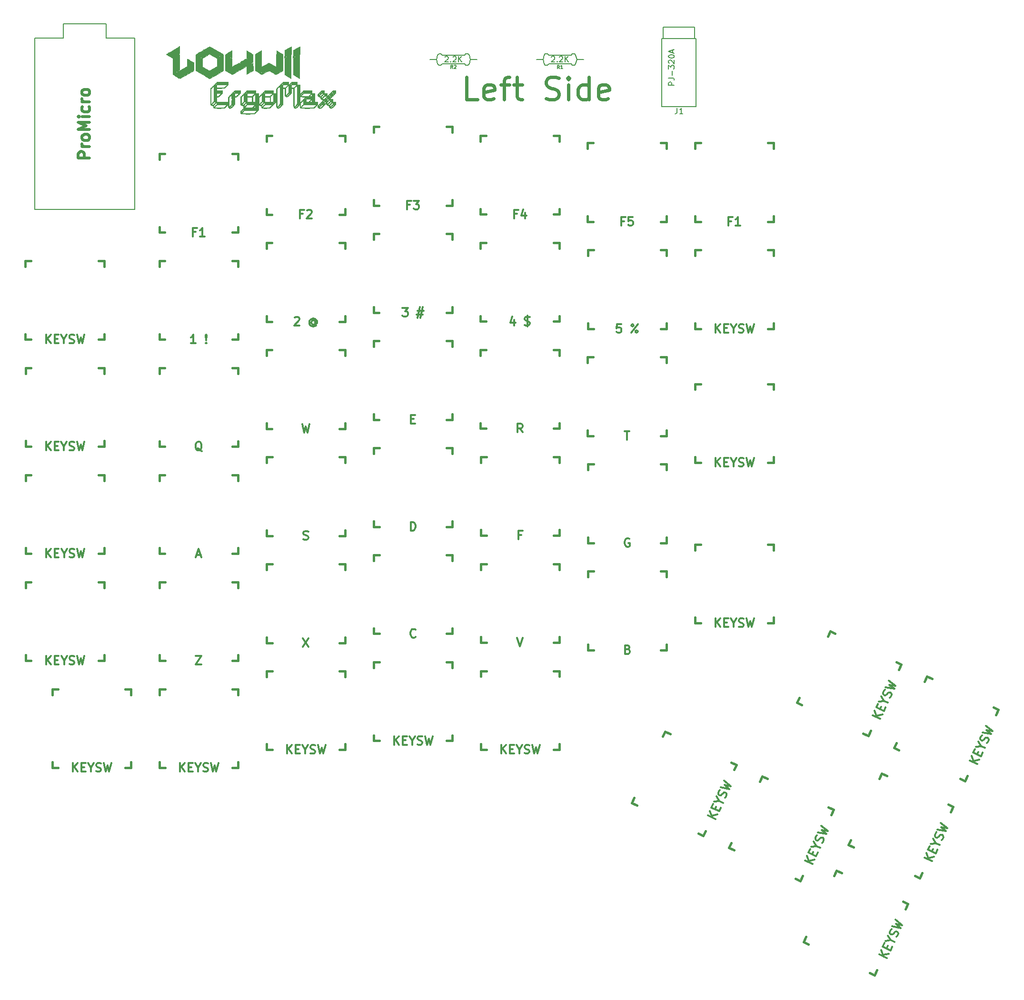
<source format=gbr>
G04 #@! TF.GenerationSoftware,KiCad,Pcbnew,(5.0.1)-3*
G04 #@! TF.CreationDate,2019-02-15T18:45:51-08:00*
G04 #@! TF.ProjectId,ErgoMaxLeft,4572676F4D61784C6566742E6B696361,rev?*
G04 #@! TF.SameCoordinates,Original*
G04 #@! TF.FileFunction,Legend,Top*
G04 #@! TF.FilePolarity,Positive*
%FSLAX46Y46*%
G04 Gerber Fmt 4.6, Leading zero omitted, Abs format (unit mm)*
G04 Created by KiCad (PCBNEW (5.0.1)-3) date 15/02/2019 18:45:51*
%MOMM*%
%LPD*%
G01*
G04 APERTURE LIST*
%ADD10C,0.381000*%
%ADD11C,0.010000*%
%ADD12C,0.150000*%
%ADD13C,0.600000*%
%ADD14C,0.304800*%
%ADD15C,0.500000*%
%ADD16C,0.200000*%
G04 APERTURE END LIST*
D10*
G04 #@! TO.C,K23*
X173660000Y-124590240D02*
X174660000Y-124590240D01*
X174660000Y-124590240D02*
X174660000Y-123590240D01*
X160660000Y-124590240D02*
X161660000Y-124590240D01*
X160660000Y-123590240D02*
X160660000Y-124590240D01*
X160660000Y-110590240D02*
X160660000Y-111590240D01*
X161660000Y-110590240D02*
X160660000Y-110590240D01*
X174660000Y-110590240D02*
X173660000Y-110590240D01*
X174660000Y-111590240D02*
X174660000Y-110590240D01*
G04 #@! TO.C,K22*
X154601600Y-127782040D02*
X155601600Y-127782040D01*
X155601600Y-127782040D02*
X155601600Y-126782040D01*
X141601600Y-127782040D02*
X142601600Y-127782040D01*
X141601600Y-126782040D02*
X141601600Y-127782040D01*
X141601600Y-113782040D02*
X141601600Y-114782040D01*
X142601600Y-113782040D02*
X141601600Y-113782040D01*
X155601600Y-113782040D02*
X154601600Y-113782040D01*
X155601600Y-114782040D02*
X155601600Y-113782040D01*
G04 #@! TO.C,K21*
X130805400Y-127773840D02*
X131805400Y-127773840D01*
X131805400Y-127773840D02*
X131805400Y-126773840D01*
X117805400Y-127773840D02*
X118805400Y-127773840D01*
X117805400Y-126773840D02*
X117805400Y-127773840D01*
X117805400Y-113773840D02*
X117805400Y-114773840D01*
X118805400Y-113773840D02*
X117805400Y-113773840D01*
X131805400Y-113773840D02*
X130805400Y-113773840D01*
X131805400Y-114773840D02*
X131805400Y-113773840D01*
G04 #@! TO.C,K20*
X249860000Y-111595640D02*
X250860000Y-111595640D01*
X250860000Y-111595640D02*
X250860000Y-110595640D01*
X236860000Y-111595640D02*
X237860000Y-111595640D01*
X236860000Y-110595640D02*
X236860000Y-111595640D01*
X236860000Y-97595640D02*
X236860000Y-98595640D01*
X237860000Y-97595640D02*
X236860000Y-97595640D01*
X250860000Y-97595640D02*
X249860000Y-97595640D01*
X250860000Y-98595640D02*
X250860000Y-97595640D01*
G04 #@! TO.C,K19*
X230767600Y-106836040D02*
X231767600Y-106836040D01*
X231767600Y-106836040D02*
X231767600Y-105836040D01*
X217767600Y-106836040D02*
X218767600Y-106836040D01*
X217767600Y-105836040D02*
X217767600Y-106836040D01*
X217767600Y-92836040D02*
X217767600Y-93836040D01*
X218767600Y-92836040D02*
X217767600Y-92836040D01*
X231767600Y-92836040D02*
X230767600Y-92836040D01*
X231767600Y-93836040D02*
X231767600Y-92836040D01*
G04 #@! TO.C,K18*
X211734440Y-105525260D02*
X212734440Y-105525260D01*
X212734440Y-105525260D02*
X212734440Y-104525260D01*
X198734440Y-105525260D02*
X199734440Y-105525260D01*
X198734440Y-104525260D02*
X198734440Y-105525260D01*
X198734440Y-91525260D02*
X198734440Y-92525260D01*
X199734440Y-91525260D02*
X198734440Y-91525260D01*
X212734440Y-91525260D02*
X211734440Y-91525260D01*
X212734440Y-92525260D02*
X212734440Y-91525260D01*
G04 #@! TO.C,K17*
X192689040Y-103939540D02*
X193689040Y-103939540D01*
X193689040Y-103939540D02*
X193689040Y-102939540D01*
X179689040Y-103939540D02*
X180689040Y-103939540D01*
X179689040Y-102939540D02*
X179689040Y-103939540D01*
X179689040Y-89939540D02*
X179689040Y-90939540D01*
X180689040Y-89939540D02*
X179689040Y-89939540D01*
X193689040Y-89939540D02*
X192689040Y-89939540D01*
X193689040Y-90939540D02*
X193689040Y-89939540D01*
G04 #@! TO.C,K16*
X173644600Y-105542620D02*
X174644600Y-105542620D01*
X174644600Y-105542620D02*
X174644600Y-104542620D01*
X160644600Y-105542620D02*
X161644600Y-105542620D01*
X160644600Y-104542620D02*
X160644600Y-105542620D01*
X160644600Y-91542620D02*
X160644600Y-92542620D01*
X161644600Y-91542620D02*
X160644600Y-91542620D01*
X174644600Y-91542620D02*
X173644600Y-91542620D01*
X174644600Y-92542620D02*
X174644600Y-91542620D01*
G04 #@! TO.C,K15*
X154595860Y-108743340D02*
X155595860Y-108743340D01*
X155595860Y-108743340D02*
X155595860Y-107743340D01*
X141595860Y-108743340D02*
X142595860Y-108743340D01*
X141595860Y-107743340D02*
X141595860Y-108743340D01*
X141595860Y-94743340D02*
X141595860Y-95743340D01*
X142595860Y-94743340D02*
X141595860Y-94743340D01*
X155595860Y-94743340D02*
X154595860Y-94743340D01*
X155595860Y-95743340D02*
X155595860Y-94743340D01*
G04 #@! TO.C,K14*
X130795080Y-108733740D02*
X131795080Y-108733740D01*
X131795080Y-108733740D02*
X131795080Y-107733740D01*
X117795080Y-108733740D02*
X118795080Y-108733740D01*
X117795080Y-107733740D02*
X117795080Y-108733740D01*
X117795080Y-94733740D02*
X117795080Y-95733740D01*
X118795080Y-94733740D02*
X117795080Y-94733740D01*
X131795080Y-94733740D02*
X130795080Y-94733740D01*
X131795080Y-95733740D02*
X131795080Y-94733740D01*
G04 #@! TO.C,K24*
X192710000Y-122987240D02*
X193710000Y-122987240D01*
X193710000Y-122987240D02*
X193710000Y-121987240D01*
X179710000Y-122987240D02*
X180710000Y-122987240D01*
X179710000Y-121987240D02*
X179710000Y-122987240D01*
X179710000Y-108987240D02*
X179710000Y-109987240D01*
X180710000Y-108987240D02*
X179710000Y-108987240D01*
X193710000Y-108987240D02*
X192710000Y-108987240D01*
X193710000Y-109987240D02*
X193710000Y-108987240D01*
G04 #@! TO.C,K12*
X230810000Y-87783520D02*
X231810000Y-87783520D01*
X231810000Y-87783520D02*
X231810000Y-86783520D01*
X217810000Y-87783520D02*
X218810000Y-87783520D01*
X217810000Y-86783520D02*
X217810000Y-87783520D01*
X217810000Y-73783520D02*
X217810000Y-74783520D01*
X218810000Y-73783520D02*
X217810000Y-73783520D01*
X231810000Y-73783520D02*
X230810000Y-73783520D01*
X231810000Y-74783520D02*
X231810000Y-73783520D01*
G04 #@! TO.C,K11*
X211734600Y-86487420D02*
X212734600Y-86487420D01*
X212734600Y-86487420D02*
X212734600Y-85487420D01*
X198734600Y-86487420D02*
X199734600Y-86487420D01*
X198734600Y-85487420D02*
X198734600Y-86487420D01*
X198734600Y-72487420D02*
X198734600Y-73487420D01*
X199734600Y-72487420D02*
X198734600Y-72487420D01*
X212734600Y-72487420D02*
X211734600Y-72487420D01*
X212734600Y-73487420D02*
X212734600Y-72487420D01*
G04 #@! TO.C,K10*
X192692700Y-84895080D02*
X193692700Y-84895080D01*
X193692700Y-84895080D02*
X193692700Y-83895080D01*
X179692700Y-84895080D02*
X180692700Y-84895080D01*
X179692700Y-83895080D02*
X179692700Y-84895080D01*
X179692700Y-70895080D02*
X179692700Y-71895080D01*
X180692700Y-70895080D02*
X179692700Y-70895080D01*
X193692700Y-70895080D02*
X192692700Y-70895080D01*
X193692700Y-71895080D02*
X193692700Y-70895080D01*
G04 #@! TO.C,K9*
X173647100Y-86500640D02*
X174647100Y-86500640D01*
X174647100Y-86500640D02*
X174647100Y-85500640D01*
X160647100Y-86500640D02*
X161647100Y-86500640D01*
X160647100Y-85500640D02*
X160647100Y-86500640D01*
X160647100Y-72500640D02*
X160647100Y-73500640D01*
X161647100Y-72500640D02*
X160647100Y-72500640D01*
X174647100Y-72500640D02*
X173647100Y-72500640D01*
X174647100Y-73500640D02*
X174647100Y-72500640D01*
G04 #@! TO.C,K8*
X154597100Y-89690640D02*
X155597100Y-89690640D01*
X155597100Y-89690640D02*
X155597100Y-88690640D01*
X141597100Y-89690640D02*
X142597100Y-89690640D01*
X141597100Y-88690640D02*
X141597100Y-89690640D01*
X141597100Y-75690640D02*
X141597100Y-76690640D01*
X142597100Y-75690640D02*
X141597100Y-75690640D01*
X155597100Y-75690640D02*
X154597100Y-75690640D01*
X155597100Y-76690640D02*
X155597100Y-75690640D01*
G04 #@! TO.C,K7*
X130791680Y-89690640D02*
X131791680Y-89690640D01*
X131791680Y-89690640D02*
X131791680Y-88690640D01*
X117791680Y-89690640D02*
X118791680Y-89690640D01*
X117791680Y-88690640D02*
X117791680Y-89690640D01*
X117791680Y-75690640D02*
X117791680Y-76690640D01*
X118791680Y-75690640D02*
X117791680Y-75690640D01*
X131791680Y-75690640D02*
X130791680Y-75690640D01*
X131791680Y-76690640D02*
X131791680Y-75690640D01*
G04 #@! TO.C,K6*
X249860000Y-68735640D02*
X250860000Y-68735640D01*
X250860000Y-68735640D02*
X250860000Y-67735640D01*
X236860000Y-68735640D02*
X237860000Y-68735640D01*
X236860000Y-67735640D02*
X236860000Y-68735640D01*
X236860000Y-54735640D02*
X236860000Y-55735640D01*
X237860000Y-54735640D02*
X236860000Y-54735640D01*
X250860000Y-54735640D02*
X249860000Y-54735640D01*
X250860000Y-55735640D02*
X250860000Y-54735640D01*
G04 #@! TO.C,K5*
X230767751Y-68733640D02*
X231767751Y-68733640D01*
X231767751Y-68733640D02*
X231767751Y-67733640D01*
X217767751Y-68733640D02*
X218767751Y-68733640D01*
X217767751Y-67733640D02*
X217767751Y-68733640D01*
X217767751Y-54733640D02*
X217767751Y-55733640D01*
X218767751Y-54733640D02*
X217767751Y-54733640D01*
X231767751Y-54733640D02*
X230767751Y-54733640D01*
X231767751Y-55733640D02*
X231767751Y-54733640D01*
G04 #@! TO.C,K4*
X211730000Y-67433640D02*
X212730000Y-67433640D01*
X212730000Y-67433640D02*
X212730000Y-66433640D01*
X198730000Y-67433640D02*
X199730000Y-67433640D01*
X198730000Y-66433640D02*
X198730000Y-67433640D01*
X198730000Y-53433640D02*
X198730000Y-54433640D01*
X199730000Y-53433640D02*
X198730000Y-53433640D01*
X212730000Y-53433640D02*
X211730000Y-53433640D01*
X212730000Y-54433640D02*
X212730000Y-53433640D01*
G04 #@! TO.C,K3*
X192690000Y-65849640D02*
X193690000Y-65849640D01*
X193690000Y-65849640D02*
X193690000Y-64849640D01*
X179690000Y-65849640D02*
X180690000Y-65849640D01*
X179690000Y-64849640D02*
X179690000Y-65849640D01*
X179690000Y-51849640D02*
X179690000Y-52849640D01*
X180690000Y-51849640D02*
X179690000Y-51849640D01*
X193690000Y-51849640D02*
X192690000Y-51849640D01*
X193690000Y-52849640D02*
X193690000Y-51849640D01*
G04 #@! TO.C,K1*
X154600000Y-70653640D02*
X155600000Y-70653640D01*
X155600000Y-70653640D02*
X155600000Y-69653640D01*
X141600000Y-70653640D02*
X142600000Y-70653640D01*
X141600000Y-69653640D02*
X141600000Y-70653640D01*
X141600000Y-56653640D02*
X141600000Y-57653640D01*
X142600000Y-56653640D02*
X141600000Y-56653640D01*
X155600000Y-56653640D02*
X154600000Y-56653640D01*
X155600000Y-57653640D02*
X155600000Y-56653640D01*
G04 #@! TO.C,K13*
X249860000Y-87775940D02*
X250860000Y-87775940D01*
X250860000Y-87775940D02*
X250860000Y-86775940D01*
X236860000Y-87775940D02*
X237860000Y-87775940D01*
X236860000Y-86775940D02*
X236860000Y-87775940D01*
X236860000Y-73775940D02*
X236860000Y-74775940D01*
X237860000Y-73775940D02*
X236860000Y-73775940D01*
X250860000Y-73775940D02*
X249860000Y-73775940D01*
X250860000Y-74775940D02*
X250860000Y-73775940D01*
G04 #@! TO.C,K44*
X274330815Y-190971669D02*
X274753433Y-190065361D01*
X274753433Y-190065361D02*
X273847126Y-189642743D01*
X268836778Y-202753670D02*
X269259396Y-201847363D01*
X267930470Y-202331052D02*
X268836778Y-202753670D01*
X256148469Y-196837015D02*
X257054776Y-197259633D01*
X256571087Y-195930707D02*
X256148469Y-196837015D01*
X262065124Y-184148706D02*
X261642506Y-185055013D01*
X262971432Y-184571324D02*
X262065124Y-184148706D01*
G04 #@! TO.C,K43*
X261102944Y-174247069D02*
X261525562Y-173340761D01*
X261525562Y-173340761D02*
X260619255Y-172918143D01*
X255608907Y-186029070D02*
X256031525Y-185122763D01*
X254702599Y-185606452D02*
X255608907Y-186029070D01*
X242920598Y-180112415D02*
X243826905Y-180535033D01*
X243343216Y-179206107D02*
X242920598Y-180112415D01*
X248837253Y-167424106D02*
X248414635Y-168330413D01*
X249743561Y-167846724D02*
X248837253Y-167424106D01*
G04 #@! TO.C,K42*
X243832300Y-166228889D02*
X244254918Y-165322581D01*
X244254918Y-165322581D02*
X243348611Y-164899963D01*
X238338263Y-178010890D02*
X238760881Y-177104583D01*
X237431955Y-177588272D02*
X238338263Y-178010890D01*
X225649954Y-172094235D02*
X226556261Y-172516853D01*
X226072572Y-171187927D02*
X225649954Y-172094235D01*
X231566609Y-159405926D02*
X231143991Y-160312233D01*
X232472917Y-159828544D02*
X231566609Y-159405926D01*
G04 #@! TO.C,K41*
X211760000Y-162650000D02*
X212760000Y-162650000D01*
X212760000Y-162650000D02*
X212760000Y-161650000D01*
X198760000Y-162650000D02*
X199760000Y-162650000D01*
X198760000Y-161650000D02*
X198760000Y-162650000D01*
X198760000Y-148650000D02*
X198760000Y-149650000D01*
X199760000Y-148650000D02*
X198760000Y-148650000D01*
X212760000Y-148650000D02*
X211760000Y-148650000D01*
X212760000Y-149650000D02*
X212760000Y-148650000D01*
G04 #@! TO.C,K40*
X192710000Y-161070000D02*
X193710000Y-161070000D01*
X193710000Y-161070000D02*
X193710000Y-160070000D01*
X179710000Y-161070000D02*
X180710000Y-161070000D01*
X179710000Y-160070000D02*
X179710000Y-161070000D01*
X179710000Y-147070000D02*
X179710000Y-148070000D01*
X180710000Y-147070000D02*
X179710000Y-147070000D01*
X193710000Y-147070000D02*
X192710000Y-147070000D01*
X193710000Y-148070000D02*
X193710000Y-147070000D01*
G04 #@! TO.C,K39*
X173660000Y-162670000D02*
X174660000Y-162670000D01*
X174660000Y-162670000D02*
X174660000Y-161670000D01*
X160660000Y-162670000D02*
X161660000Y-162670000D01*
X160660000Y-161670000D02*
X160660000Y-162670000D01*
X160660000Y-148670000D02*
X160660000Y-149670000D01*
X161660000Y-148670000D02*
X160660000Y-148670000D01*
X174660000Y-148670000D02*
X173660000Y-148670000D01*
X174660000Y-149670000D02*
X174660000Y-148670000D01*
G04 #@! TO.C,K38*
X154610000Y-165870000D02*
X155610000Y-165870000D01*
X155610000Y-165870000D02*
X155610000Y-164870000D01*
X141610000Y-165870000D02*
X142610000Y-165870000D01*
X141610000Y-164870000D02*
X141610000Y-165870000D01*
X141610000Y-151870000D02*
X141610000Y-152870000D01*
X142610000Y-151870000D02*
X141610000Y-151870000D01*
X155610000Y-151870000D02*
X154610000Y-151870000D01*
X155610000Y-152870000D02*
X155610000Y-151870000D01*
G04 #@! TO.C,K37*
X135560000Y-165870000D02*
X136560000Y-165870000D01*
X136560000Y-165870000D02*
X136560000Y-164870000D01*
X122560000Y-165870000D02*
X123560000Y-165870000D01*
X122560000Y-164870000D02*
X122560000Y-165870000D01*
X122560000Y-151870000D02*
X122560000Y-152870000D01*
X123560000Y-151870000D02*
X122560000Y-151870000D01*
X136560000Y-151870000D02*
X135560000Y-151870000D01*
X136560000Y-152870000D02*
X136560000Y-151870000D01*
G04 #@! TO.C,K36*
X282363669Y-173732037D02*
X282786287Y-172825729D01*
X282786287Y-172825729D02*
X281879980Y-172403111D01*
X276869632Y-185514038D02*
X277292250Y-184607731D01*
X275963324Y-185091420D02*
X276869632Y-185514038D01*
X264181323Y-179597383D02*
X265087630Y-180020001D01*
X264603941Y-178691075D02*
X264181323Y-179597383D01*
X270097978Y-166909074D02*
X269675360Y-167815381D01*
X271004286Y-167331692D02*
X270097978Y-166909074D01*
G04 #@! TO.C,K2*
X173650000Y-67447040D02*
X174650000Y-67447040D01*
X174650000Y-67447040D02*
X174650000Y-66447040D01*
X160650000Y-67447040D02*
X161650000Y-67447040D01*
X160650000Y-66447040D02*
X160650000Y-67447040D01*
X160650000Y-53447040D02*
X160650000Y-54447040D01*
X161650000Y-53447040D02*
X160650000Y-53447040D01*
X174650000Y-53447040D02*
X173650000Y-53447040D01*
X174650000Y-54447040D02*
X174650000Y-53447040D01*
G04 #@! TO.C,K34*
X230810000Y-144910000D02*
X231810000Y-144910000D01*
X231810000Y-144910000D02*
X231810000Y-143910000D01*
X217810000Y-144910000D02*
X218810000Y-144910000D01*
X217810000Y-143910000D02*
X217810000Y-144910000D01*
X217810000Y-130910000D02*
X217810000Y-131910000D01*
X218810000Y-130910000D02*
X217810000Y-130910000D01*
X231810000Y-130910000D02*
X230810000Y-130910000D01*
X231810000Y-131910000D02*
X231810000Y-130910000D01*
G04 #@! TO.C,K33*
X211760000Y-143610000D02*
X212760000Y-143610000D01*
X212760000Y-143610000D02*
X212760000Y-142610000D01*
X198760000Y-143610000D02*
X199760000Y-143610000D01*
X198760000Y-142610000D02*
X198760000Y-143610000D01*
X198760000Y-129610000D02*
X198760000Y-130610000D01*
X199760000Y-129610000D02*
X198760000Y-129610000D01*
X212760000Y-129610000D02*
X211760000Y-129610000D01*
X212760000Y-130610000D02*
X212760000Y-129610000D01*
G04 #@! TO.C,K32*
X192710000Y-142030000D02*
X193710000Y-142030000D01*
X193710000Y-142030000D02*
X193710000Y-141030000D01*
X179710000Y-142030000D02*
X180710000Y-142030000D01*
X179710000Y-141030000D02*
X179710000Y-142030000D01*
X179710000Y-128030000D02*
X179710000Y-129030000D01*
X180710000Y-128030000D02*
X179710000Y-128030000D01*
X193710000Y-128030000D02*
X192710000Y-128030000D01*
X193710000Y-129030000D02*
X193710000Y-128030000D01*
G04 #@! TO.C,K31*
X173660000Y-143640000D02*
X174660000Y-143640000D01*
X174660000Y-143640000D02*
X174660000Y-142640000D01*
X160660000Y-143640000D02*
X161660000Y-143640000D01*
X160660000Y-142640000D02*
X160660000Y-143640000D01*
X160660000Y-129640000D02*
X160660000Y-130640000D01*
X161660000Y-129640000D02*
X160660000Y-129640000D01*
X174660000Y-129640000D02*
X173660000Y-129640000D01*
X174660000Y-130640000D02*
X174660000Y-129640000D01*
G04 #@! TO.C,K30*
X154610000Y-146820000D02*
X155610000Y-146820000D01*
X155610000Y-146820000D02*
X155610000Y-145820000D01*
X141610000Y-146820000D02*
X142610000Y-146820000D01*
X141610000Y-145820000D02*
X141610000Y-146820000D01*
X141610000Y-132820000D02*
X141610000Y-133820000D01*
X142610000Y-132820000D02*
X141610000Y-132820000D01*
X155610000Y-132820000D02*
X154610000Y-132820000D01*
X155610000Y-133820000D02*
X155610000Y-132820000D01*
G04 #@! TO.C,K29*
X130800000Y-146820000D02*
X131800000Y-146820000D01*
X131800000Y-146820000D02*
X131800000Y-145820000D01*
X117800000Y-146820000D02*
X118800000Y-146820000D01*
X117800000Y-145820000D02*
X117800000Y-146820000D01*
X117800000Y-132820000D02*
X117800000Y-133820000D01*
X118800000Y-132820000D02*
X117800000Y-132820000D01*
X131800000Y-132820000D02*
X130800000Y-132820000D01*
X131800000Y-133820000D02*
X131800000Y-132820000D01*
G04 #@! TO.C,K28*
X290414546Y-156466874D02*
X290837164Y-155560566D01*
X290837164Y-155560566D02*
X289930857Y-155137948D01*
X284920509Y-168248875D02*
X285343127Y-167342568D01*
X284014201Y-167826257D02*
X284920509Y-168248875D01*
X272232200Y-162332220D02*
X273138507Y-162754838D01*
X272654818Y-161425912D02*
X272232200Y-162332220D01*
X278148855Y-149643911D02*
X277726237Y-150550218D01*
X279055163Y-150066529D02*
X278148855Y-149643911D01*
G04 #@! TO.C,K27*
X273154758Y-148416877D02*
X273577376Y-147510569D01*
X273577376Y-147510569D02*
X272671069Y-147087951D01*
X267660721Y-160198878D02*
X268083339Y-159292571D01*
X266754413Y-159776260D02*
X267660721Y-160198878D01*
X254972412Y-154282223D02*
X255878719Y-154704841D01*
X255395030Y-153375915D02*
X254972412Y-154282223D01*
X260889067Y-141593914D02*
X260466449Y-142500221D01*
X261795375Y-142016532D02*
X260889067Y-141593914D01*
G04 #@! TO.C,K25*
X211760000Y-124570000D02*
X212760000Y-124570000D01*
X212760000Y-124570000D02*
X212760000Y-123570000D01*
X198760000Y-124570000D02*
X199760000Y-124570000D01*
X198760000Y-123570000D02*
X198760000Y-124570000D01*
X198760000Y-110570000D02*
X198760000Y-111570000D01*
X199760000Y-110570000D02*
X198760000Y-110570000D01*
X212760000Y-110570000D02*
X211760000Y-110570000D01*
X212760000Y-111570000D02*
X212760000Y-110570000D01*
G04 #@! TO.C,K26*
X230810000Y-125880840D02*
X231810000Y-125880840D01*
X231810000Y-125880840D02*
X231810000Y-124880840D01*
X217810000Y-125880840D02*
X218810000Y-125880840D01*
X217810000Y-124880840D02*
X217810000Y-125880840D01*
X217810000Y-111880840D02*
X217810000Y-112880840D01*
X218810000Y-111880840D02*
X217810000Y-111880840D01*
X231810000Y-111880840D02*
X230810000Y-111880840D01*
X231810000Y-112880840D02*
X231810000Y-111880840D01*
G04 #@! TO.C,K35*
X249860000Y-140150000D02*
X250860000Y-140150000D01*
X250860000Y-140150000D02*
X250860000Y-139150000D01*
X236860000Y-140150000D02*
X237860000Y-140150000D01*
X236860000Y-139150000D02*
X236860000Y-140150000D01*
X236860000Y-126150000D02*
X236860000Y-127150000D01*
X237860000Y-126150000D02*
X236860000Y-126150000D01*
X250860000Y-126150000D02*
X249860000Y-126150000D01*
X250860000Y-127150000D02*
X250860000Y-126150000D01*
D11*
G04 #@! TO.C,Lg2*
G36*
X164579300Y-44095488D02*
X164582501Y-44233491D01*
X164594010Y-44312474D01*
X164616689Y-44345785D01*
X164633729Y-44349488D01*
X164681835Y-44320443D01*
X164688157Y-44295060D01*
X164717203Y-44246953D01*
X164742586Y-44240631D01*
X164786912Y-44210380D01*
X164797014Y-44168060D01*
X164822672Y-44107415D01*
X164869586Y-44095488D01*
X164930230Y-44121146D01*
X164942157Y-44168060D01*
X164919469Y-44227162D01*
X164887729Y-44240631D01*
X164839622Y-44269677D01*
X164833300Y-44295060D01*
X164865755Y-44338271D01*
X164942157Y-44349488D01*
X165087300Y-44349488D01*
X165087300Y-44857488D01*
X165323157Y-44857488D01*
X165455453Y-44853855D01*
X165528984Y-44840871D01*
X165557287Y-44815412D01*
X165559014Y-44803060D01*
X165588320Y-44755759D01*
X165616840Y-44748631D01*
X165671829Y-44718169D01*
X165693643Y-44676060D01*
X165730092Y-44617090D01*
X165762818Y-44603488D01*
X165808188Y-44574706D01*
X165813014Y-44553292D01*
X165843415Y-44504553D01*
X165885586Y-44484117D01*
X165944600Y-44444412D01*
X165958157Y-44407314D01*
X165949153Y-44382575D01*
X165914494Y-44365947D01*
X165842710Y-44355906D01*
X165722330Y-44350931D01*
X165541884Y-44349496D01*
X165522729Y-44349488D01*
X165087300Y-44349488D01*
X164942157Y-44349488D01*
X165015294Y-44342409D01*
X165045292Y-44306499D01*
X165051014Y-44222488D01*
X165039212Y-44128557D01*
X165001543Y-44095718D01*
X164996586Y-44095488D01*
X164948479Y-44066443D01*
X164942157Y-44041060D01*
X164971203Y-43992953D01*
X164996586Y-43986631D01*
X165040912Y-43956380D01*
X165051014Y-43914060D01*
X165054679Y-43885765D01*
X165072979Y-43865968D01*
X165116878Y-43853156D01*
X165197336Y-43845818D01*
X165325317Y-43842441D01*
X165511782Y-43841515D01*
X165577157Y-43841488D01*
X166103300Y-43841488D01*
X166103300Y-44349488D01*
X166611300Y-44349488D01*
X166611300Y-45165917D01*
X166612885Y-45453072D01*
X166617535Y-45681871D01*
X166625089Y-45848727D01*
X166635388Y-45950052D01*
X166647586Y-45982346D01*
X166679778Y-45952956D01*
X166683871Y-45927917D01*
X166714123Y-45883591D01*
X166756443Y-45873488D01*
X166817088Y-45899146D01*
X166829014Y-45946060D01*
X166806326Y-46005162D01*
X166774586Y-46018631D01*
X166731375Y-46051086D01*
X166720157Y-46127488D01*
X166736385Y-46213911D01*
X166774586Y-46236345D01*
X166822692Y-46207300D01*
X166829014Y-46181917D01*
X166858060Y-46133810D01*
X166883443Y-46127488D01*
X166927769Y-46097237D01*
X166937871Y-46054917D01*
X166963529Y-45994272D01*
X167010443Y-45982346D01*
X167069545Y-45959657D01*
X167083014Y-45927917D01*
X167112060Y-45879810D01*
X167137443Y-45873488D01*
X167177699Y-45845949D01*
X167191773Y-45758055D01*
X167191872Y-45746488D01*
X167180069Y-45652557D01*
X167142400Y-45619718D01*
X167137443Y-45619488D01*
X167093117Y-45589237D01*
X167083014Y-45546917D01*
X167105703Y-45487815D01*
X167137443Y-45474345D01*
X167185549Y-45445300D01*
X167191872Y-45419917D01*
X167200502Y-45401733D01*
X167232099Y-45388015D01*
X167295223Y-45378166D01*
X167398430Y-45371587D01*
X167550281Y-45367683D01*
X167759334Y-45365856D01*
X167972014Y-45365488D01*
X168752157Y-45365488D01*
X168752157Y-45873488D01*
X169260157Y-45873488D01*
X169260157Y-47397488D01*
X169768157Y-47397488D01*
X169768157Y-47651488D01*
X169766199Y-47784973D01*
X169757370Y-47861445D01*
X169737235Y-47896420D01*
X169701362Y-47905418D01*
X169695586Y-47905488D01*
X169634941Y-47931146D01*
X169623014Y-47978060D01*
X169600326Y-48037162D01*
X169568586Y-48050631D01*
X169520479Y-48079677D01*
X169514157Y-48105060D01*
X169483906Y-48149386D01*
X169441586Y-48159488D01*
X169380941Y-48185146D01*
X169369014Y-48232060D01*
X169346326Y-48291162D01*
X169314586Y-48304631D01*
X169266479Y-48333677D01*
X169260157Y-48359060D01*
X169229906Y-48403386D01*
X169187586Y-48413488D01*
X169126941Y-48439146D01*
X169115014Y-48486060D01*
X169113057Y-48505687D01*
X169102360Y-48521414D01*
X169075691Y-48533672D01*
X169025814Y-48542893D01*
X168945496Y-48549508D01*
X168827501Y-48553951D01*
X168664595Y-48556653D01*
X168449544Y-48558045D01*
X168175113Y-48558561D01*
X167899443Y-48558631D01*
X167570685Y-48558514D01*
X167307264Y-48557876D01*
X167101945Y-48556284D01*
X166947494Y-48553306D01*
X166836677Y-48548511D01*
X166762259Y-48541466D01*
X166717006Y-48531740D01*
X166693682Y-48518902D01*
X166685055Y-48502518D01*
X166683871Y-48486060D01*
X166661183Y-48426958D01*
X166629443Y-48413488D01*
X166599871Y-48398551D01*
X166587427Y-48359060D01*
X166829014Y-48359060D01*
X166836730Y-48374384D01*
X166864637Y-48386592D01*
X166919874Y-48396025D01*
X167009580Y-48403022D01*
X167140893Y-48407923D01*
X167320954Y-48411068D01*
X167556902Y-48412798D01*
X167855874Y-48413451D01*
X167972014Y-48413488D01*
X168289792Y-48413359D01*
X168542458Y-48412653D01*
X168737472Y-48410899D01*
X168882295Y-48407621D01*
X168984387Y-48402348D01*
X169051206Y-48394604D01*
X169090214Y-48383917D01*
X169108871Y-48369812D01*
X169114635Y-48351816D01*
X169115014Y-48340917D01*
X169137703Y-48281815D01*
X169169443Y-48268346D01*
X169217549Y-48239300D01*
X169223872Y-48213917D01*
X169254123Y-48169591D01*
X169296443Y-48159488D01*
X169357088Y-48133830D01*
X169369014Y-48086917D01*
X169391703Y-48027815D01*
X169423443Y-48014346D01*
X169471549Y-47985300D01*
X169477872Y-47959917D01*
X169470124Y-47944482D01*
X169442084Y-47932209D01*
X169386558Y-47922753D01*
X169296352Y-47915763D01*
X169164271Y-47910892D01*
X168983122Y-47907792D01*
X168745710Y-47906115D01*
X168444842Y-47905512D01*
X168353014Y-47905488D01*
X168035641Y-47905804D01*
X167783503Y-47907001D01*
X167589266Y-47909457D01*
X167445595Y-47913549D01*
X167345155Y-47919655D01*
X167280613Y-47928150D01*
X167244632Y-47939412D01*
X167229880Y-47953819D01*
X167228157Y-47963314D01*
X167197695Y-48018303D01*
X167155586Y-48040117D01*
X167096616Y-48076566D01*
X167083014Y-48109292D01*
X167054232Y-48154662D01*
X167032818Y-48159488D01*
X166984079Y-48189889D01*
X166963643Y-48232060D01*
X166923938Y-48291074D01*
X166886840Y-48304631D01*
X166836587Y-48332216D01*
X166829014Y-48359060D01*
X166587427Y-48359060D01*
X166582946Y-48344840D01*
X166575808Y-48239008D01*
X166575014Y-48159488D01*
X166571813Y-48021486D01*
X166560304Y-47942503D01*
X166537626Y-47909192D01*
X166520586Y-47905488D01*
X166476259Y-47935740D01*
X166466157Y-47978060D01*
X166443469Y-48037162D01*
X166411729Y-48050631D01*
X166363622Y-48079677D01*
X166357300Y-48105060D01*
X166327049Y-48149386D01*
X166284729Y-48159488D01*
X166224084Y-48185146D01*
X166212157Y-48232060D01*
X166189469Y-48291162D01*
X166157729Y-48304631D01*
X166109622Y-48333677D01*
X166103300Y-48359060D01*
X166073049Y-48403386D01*
X166030729Y-48413488D01*
X165970084Y-48439146D01*
X165958157Y-48486060D01*
X165949495Y-48527999D01*
X165912042Y-48549846D01*
X165828601Y-48557857D01*
X165758586Y-48558631D01*
X165643254Y-48555481D01*
X165583172Y-48541862D01*
X165561143Y-48511520D01*
X165559014Y-48486060D01*
X165536326Y-48426958D01*
X165504586Y-48413488D01*
X165491818Y-48406442D01*
X165481179Y-48381383D01*
X165477213Y-48359060D01*
X165704157Y-48359060D01*
X165731697Y-48399316D01*
X165819591Y-48413390D01*
X165831157Y-48413488D01*
X165918688Y-48405370D01*
X165954006Y-48373679D01*
X165958157Y-48340917D01*
X165980846Y-48281815D01*
X166012586Y-48268346D01*
X166060692Y-48239300D01*
X166067014Y-48213917D01*
X166097266Y-48169591D01*
X166139586Y-48159488D01*
X166200230Y-48133830D01*
X166212157Y-48086917D01*
X166234846Y-48027815D01*
X166266586Y-48014346D01*
X166314692Y-47985300D01*
X166321014Y-47959917D01*
X166288559Y-47916706D01*
X166212157Y-47905488D01*
X166127856Y-47920252D01*
X166103300Y-47963314D01*
X166072838Y-48018303D01*
X166030729Y-48040117D01*
X165971758Y-48076566D01*
X165958157Y-48109292D01*
X165929375Y-48154662D01*
X165907961Y-48159488D01*
X165859222Y-48189889D01*
X165838786Y-48232060D01*
X165799081Y-48291074D01*
X165761983Y-48304631D01*
X165711730Y-48332216D01*
X165704157Y-48359060D01*
X165477213Y-48359060D01*
X165472481Y-48332432D01*
X165465536Y-48253709D01*
X165460156Y-48139336D01*
X165456154Y-47983432D01*
X165453343Y-47780119D01*
X165451534Y-47523518D01*
X165450540Y-47207747D01*
X165450173Y-46826929D01*
X165450157Y-46708060D01*
X165450157Y-46562917D01*
X165595300Y-46562917D01*
X165595525Y-46962967D01*
X165596325Y-47296326D01*
X165597887Y-47568874D01*
X165600399Y-47786489D01*
X165604050Y-47955052D01*
X165609025Y-48080441D01*
X165615514Y-48168536D01*
X165623703Y-48225216D01*
X165633781Y-48256361D01*
X165645935Y-48267850D01*
X165649729Y-48268346D01*
X165697835Y-48239300D01*
X165704157Y-48213917D01*
X165733203Y-48165810D01*
X165758586Y-48159488D01*
X165802912Y-48129237D01*
X165813014Y-48086917D01*
X165838672Y-48026272D01*
X165885586Y-48014346D01*
X165944688Y-47991657D01*
X165958157Y-47959917D01*
X165987203Y-47911810D01*
X166012586Y-47905488D01*
X166025353Y-47898442D01*
X166035992Y-47873383D01*
X166044691Y-47824432D01*
X166051636Y-47745709D01*
X166057016Y-47631336D01*
X166061017Y-47475432D01*
X166063829Y-47272119D01*
X166065638Y-47015518D01*
X166065863Y-46943917D01*
X166611300Y-46943917D01*
X166612243Y-47160915D01*
X166615712Y-47315300D01*
X166622669Y-47417014D01*
X166634077Y-47475996D01*
X166650898Y-47502190D01*
X166665729Y-47506345D01*
X166713835Y-47477300D01*
X166720157Y-47451917D01*
X166749203Y-47403810D01*
X166774586Y-47397488D01*
X166818912Y-47367237D01*
X166829014Y-47324917D01*
X166851703Y-47265815D01*
X166883443Y-47252345D01*
X166931549Y-47223300D01*
X166937871Y-47197917D01*
X166968123Y-47153591D01*
X167010443Y-47143488D01*
X167071088Y-47169146D01*
X167083014Y-47216060D01*
X167060326Y-47275162D01*
X167028586Y-47288631D01*
X166980479Y-47317677D01*
X166974157Y-47343060D01*
X166944851Y-47390361D01*
X166916332Y-47397488D01*
X166861342Y-47427951D01*
X166839528Y-47470060D01*
X166803079Y-47529030D01*
X166770354Y-47542631D01*
X166746544Y-47558144D01*
X166731253Y-47611946D01*
X166722972Y-47714939D01*
X166720193Y-47878020D01*
X166720157Y-47905488D01*
X166721956Y-48074696D01*
X166728545Y-48183331D01*
X166741716Y-48243330D01*
X166763259Y-48266628D01*
X166774586Y-48268346D01*
X166822692Y-48239300D01*
X166829014Y-48213917D01*
X166858060Y-48165810D01*
X166883443Y-48159488D01*
X166927769Y-48129237D01*
X166937871Y-48086917D01*
X166963529Y-48026272D01*
X167010443Y-48014346D01*
X167069545Y-47991657D01*
X167083014Y-47959917D01*
X167112060Y-47911810D01*
X167137443Y-47905488D01*
X167162298Y-47893808D01*
X167178467Y-47850956D01*
X167187623Y-47765218D01*
X167191441Y-47624878D01*
X167191872Y-47524488D01*
X167190203Y-47350503D01*
X167184081Y-47237320D01*
X167171833Y-47173226D01*
X167151784Y-47146504D01*
X167137443Y-47143488D01*
X167093117Y-47113237D01*
X167083014Y-47070917D01*
X167105703Y-47011815D01*
X167137443Y-46998345D01*
X167185549Y-46969300D01*
X167191872Y-46943917D01*
X167222123Y-46899591D01*
X167264443Y-46889488D01*
X167325088Y-46863830D01*
X167337014Y-46816917D01*
X167359703Y-46757815D01*
X167391443Y-46744345D01*
X167439549Y-46715300D01*
X167445872Y-46689917D01*
X167476123Y-46645591D01*
X167518443Y-46635488D01*
X167579088Y-46661146D01*
X167591014Y-46708060D01*
X167568326Y-46767162D01*
X167536586Y-46780631D01*
X167488479Y-46809677D01*
X167482157Y-46835060D01*
X167514612Y-46878271D01*
X167591014Y-46889488D01*
X167736157Y-46889488D01*
X167736157Y-47397488D01*
X167972014Y-47397488D01*
X168099656Y-47395227D01*
X168170820Y-47385152D01*
X168201541Y-47362330D01*
X168204801Y-47343060D01*
X168353014Y-47343060D01*
X168372437Y-47377288D01*
X168439683Y-47394005D01*
X168534443Y-47397488D01*
X168715872Y-47397488D01*
X168715872Y-47216060D01*
X168710045Y-47101966D01*
X168689871Y-47046241D01*
X168661443Y-47034631D01*
X168613336Y-47063677D01*
X168607014Y-47089060D01*
X168580143Y-47137215D01*
X168556818Y-47143488D01*
X168508079Y-47173889D01*
X168487643Y-47216060D01*
X168447938Y-47275074D01*
X168410840Y-47288631D01*
X168360587Y-47316216D01*
X168353014Y-47343060D01*
X168204801Y-47343060D01*
X168207872Y-47324917D01*
X168233529Y-47264272D01*
X168280443Y-47252345D01*
X168339545Y-47229657D01*
X168353014Y-47197917D01*
X168382060Y-47149810D01*
X168407443Y-47143488D01*
X168451769Y-47113237D01*
X168461872Y-47070917D01*
X168487529Y-47010272D01*
X168534443Y-46998345D01*
X168593545Y-46975657D01*
X168607014Y-46943917D01*
X168596097Y-46920450D01*
X168555944Y-46904663D01*
X168475452Y-46895167D01*
X168343520Y-46890575D01*
X168171586Y-46889488D01*
X167736157Y-46889488D01*
X167591014Y-46889488D01*
X167664151Y-46882409D01*
X167694149Y-46846499D01*
X167699872Y-46762488D01*
X167688069Y-46668557D01*
X167650400Y-46635718D01*
X167645443Y-46635488D01*
X167597336Y-46606443D01*
X167591014Y-46581060D01*
X167580308Y-46558003D01*
X167540912Y-46542342D01*
X167461913Y-46532766D01*
X167332396Y-46527966D01*
X167141447Y-46526632D01*
X167137443Y-46526631D01*
X166949210Y-46525970D01*
X166821756Y-46522730D01*
X166743292Y-46515024D01*
X166702029Y-46500966D01*
X166686178Y-46478669D01*
X166683871Y-46454060D01*
X166668676Y-46395097D01*
X166647586Y-46381488D01*
X166632965Y-46416752D01*
X166621802Y-46518581D01*
X166614479Y-46681037D01*
X166611380Y-46898180D01*
X166611300Y-46943917D01*
X166065863Y-46943917D01*
X166066632Y-46699747D01*
X166066991Y-46327060D01*
X166829014Y-46327060D01*
X166838021Y-46346265D01*
X166871084Y-46360458D01*
X166937268Y-46370353D01*
X167045637Y-46376666D01*
X167205255Y-46380114D01*
X167425186Y-46381410D01*
X167518443Y-46381488D01*
X167757888Y-46381176D01*
X167934353Y-46379566D01*
X168057433Y-46375648D01*
X168136718Y-46368412D01*
X168181801Y-46356850D01*
X168202274Y-46339950D01*
X168205298Y-46327060D01*
X168353014Y-46327060D01*
X168372437Y-46361288D01*
X168439683Y-46378005D01*
X168534443Y-46381488D01*
X168715872Y-46381488D01*
X168715872Y-46200060D01*
X168710045Y-46085966D01*
X168689871Y-46030241D01*
X168661443Y-46018631D01*
X168613336Y-46047677D01*
X168607014Y-46073060D01*
X168580143Y-46121215D01*
X168556818Y-46127488D01*
X168508079Y-46157889D01*
X168487643Y-46200060D01*
X168447938Y-46259074D01*
X168410840Y-46272631D01*
X168360587Y-46300216D01*
X168353014Y-46327060D01*
X168205298Y-46327060D01*
X168207729Y-46316705D01*
X168207872Y-46308917D01*
X168233529Y-46248272D01*
X168280443Y-46236345D01*
X168339545Y-46213657D01*
X168353014Y-46181917D01*
X168382060Y-46133810D01*
X168407443Y-46127488D01*
X168451769Y-46097237D01*
X168461872Y-46054917D01*
X168487529Y-45994272D01*
X168534443Y-45982346D01*
X168593545Y-45959657D01*
X168607014Y-45927917D01*
X168598008Y-45908711D01*
X168564944Y-45894519D01*
X168498761Y-45884624D01*
X168390392Y-45878310D01*
X168230774Y-45874863D01*
X168010843Y-45873567D01*
X167917586Y-45873488D01*
X167675795Y-45874099D01*
X167497285Y-45876450D01*
X167372774Y-45881321D01*
X167292978Y-45889489D01*
X167248614Y-45901734D01*
X167230399Y-45918834D01*
X167228157Y-45931314D01*
X167197695Y-45986303D01*
X167155586Y-46008117D01*
X167096616Y-46044566D01*
X167083014Y-46077292D01*
X167054232Y-46122662D01*
X167032818Y-46127488D01*
X166984079Y-46157889D01*
X166963643Y-46200060D01*
X166923938Y-46259074D01*
X166886840Y-46272631D01*
X166836587Y-46300216D01*
X166829014Y-46327060D01*
X166066991Y-46327060D01*
X166066999Y-46318929D01*
X166067014Y-46200060D01*
X166066789Y-45800010D01*
X166065990Y-45466650D01*
X166064427Y-45194103D01*
X166061915Y-44976487D01*
X166058265Y-44807925D01*
X166053289Y-44682536D01*
X166046800Y-44594441D01*
X166038611Y-44537761D01*
X166028533Y-44506616D01*
X166016379Y-44495127D01*
X166012586Y-44494631D01*
X165964479Y-44523677D01*
X165958157Y-44549060D01*
X165929112Y-44597166D01*
X165903729Y-44603488D01*
X165859402Y-44633740D01*
X165849300Y-44676060D01*
X165823642Y-44736704D01*
X165776729Y-44748631D01*
X165717627Y-44771320D01*
X165704157Y-44803060D01*
X165675112Y-44851166D01*
X165649729Y-44857488D01*
X165636961Y-44864535D01*
X165626322Y-44889594D01*
X165617624Y-44938545D01*
X165610678Y-45017268D01*
X165605299Y-45131641D01*
X165601297Y-45287544D01*
X165598485Y-45490857D01*
X165596677Y-45747459D01*
X165595683Y-46063229D01*
X165595316Y-46444047D01*
X165595300Y-46562917D01*
X165450157Y-46562917D01*
X165450157Y-45002631D01*
X165087300Y-45002631D01*
X165087300Y-45438060D01*
X165086588Y-45621866D01*
X165083116Y-45745132D01*
X165074879Y-45819882D01*
X165059873Y-45858143D01*
X165036094Y-45871941D01*
X165014729Y-45873488D01*
X164954084Y-45899146D01*
X164942157Y-45946060D01*
X164919469Y-46005162D01*
X164887729Y-46018631D01*
X164839622Y-46047677D01*
X164833300Y-46073060D01*
X164803049Y-46117386D01*
X164760729Y-46127488D01*
X164700084Y-46153146D01*
X164688157Y-46200060D01*
X164665469Y-46259162D01*
X164633729Y-46272631D01*
X164585622Y-46301677D01*
X164579300Y-46327060D01*
X164549049Y-46371386D01*
X164506729Y-46381488D01*
X164446084Y-46407146D01*
X164434157Y-46454060D01*
X164425495Y-46495999D01*
X164388042Y-46517846D01*
X164304601Y-46525857D01*
X164234586Y-46526631D01*
X164119254Y-46523481D01*
X164059172Y-46509862D01*
X164037143Y-46479520D01*
X164035014Y-46454060D01*
X164012326Y-46394958D01*
X163980586Y-46381488D01*
X163961380Y-46372482D01*
X163947188Y-46339418D01*
X163945341Y-46327060D01*
X164180157Y-46327060D01*
X164207697Y-46367316D01*
X164295591Y-46381390D01*
X164307157Y-46381488D01*
X164394688Y-46373370D01*
X164430006Y-46341679D01*
X164434157Y-46308917D01*
X164456846Y-46249815D01*
X164488586Y-46236345D01*
X164536692Y-46207300D01*
X164543014Y-46181917D01*
X164573266Y-46137591D01*
X164615586Y-46127488D01*
X164676230Y-46101830D01*
X164688157Y-46054917D01*
X164710846Y-45995815D01*
X164742586Y-45982346D01*
X164790692Y-45953300D01*
X164797014Y-45927917D01*
X164764559Y-45884706D01*
X164688157Y-45873488D01*
X164603856Y-45888252D01*
X164579300Y-45931314D01*
X164548838Y-45986303D01*
X164506729Y-46008117D01*
X164447758Y-46044566D01*
X164434157Y-46077292D01*
X164405375Y-46122662D01*
X164383961Y-46127488D01*
X164335222Y-46157889D01*
X164314786Y-46200060D01*
X164275081Y-46259074D01*
X164237983Y-46272631D01*
X164187730Y-46300216D01*
X164180157Y-46327060D01*
X163945341Y-46327060D01*
X163937293Y-46273235D01*
X163930979Y-46164866D01*
X163927532Y-46005248D01*
X163926235Y-45785317D01*
X163926157Y-45692060D01*
X163926157Y-45546917D01*
X164071300Y-45546917D01*
X164072011Y-45790186D01*
X164074621Y-45969958D01*
X164079846Y-46095296D01*
X164088402Y-46175266D01*
X164101003Y-46218931D01*
X164118366Y-46235355D01*
X164125729Y-46236345D01*
X164173835Y-46207300D01*
X164180157Y-46181917D01*
X164209203Y-46133810D01*
X164234586Y-46127488D01*
X164278912Y-46097237D01*
X164289014Y-46054917D01*
X164314672Y-45994272D01*
X164361586Y-45982346D01*
X164420688Y-45959657D01*
X164434157Y-45927917D01*
X164463203Y-45879810D01*
X164488586Y-45873488D01*
X164507791Y-45864482D01*
X164521984Y-45831418D01*
X164531879Y-45765235D01*
X164538192Y-45656866D01*
X164541640Y-45497248D01*
X164542936Y-45277317D01*
X164543014Y-45184060D01*
X164542303Y-44940791D01*
X164539693Y-44761019D01*
X164534468Y-44635680D01*
X164525913Y-44555711D01*
X164513311Y-44512046D01*
X164495948Y-44495622D01*
X164488586Y-44494631D01*
X164440479Y-44523677D01*
X164434157Y-44549060D01*
X164405112Y-44597166D01*
X164379729Y-44603488D01*
X164335402Y-44633740D01*
X164325300Y-44676060D01*
X164299642Y-44736704D01*
X164252729Y-44748631D01*
X164193627Y-44771320D01*
X164180157Y-44803060D01*
X164151112Y-44851166D01*
X164125729Y-44857488D01*
X164106523Y-44866495D01*
X164092331Y-44899558D01*
X164082436Y-44965742D01*
X164076122Y-45074111D01*
X164072675Y-45233729D01*
X164071378Y-45453660D01*
X164071300Y-45546917D01*
X163926157Y-45546917D01*
X163926157Y-45002631D01*
X163563300Y-45002631D01*
X163563300Y-46454060D01*
X163563214Y-46816425D01*
X163562733Y-47112840D01*
X163561529Y-47349928D01*
X163559268Y-47534311D01*
X163555620Y-47672609D01*
X163550255Y-47771446D01*
X163542840Y-47837443D01*
X163533045Y-47877222D01*
X163520538Y-47897404D01*
X163504989Y-47904613D01*
X163490729Y-47905488D01*
X163430084Y-47931146D01*
X163418157Y-47978060D01*
X163395469Y-48037162D01*
X163363729Y-48050631D01*
X163315622Y-48079677D01*
X163309300Y-48105060D01*
X163279049Y-48149386D01*
X163236729Y-48159488D01*
X163176084Y-48185146D01*
X163164157Y-48232060D01*
X163141469Y-48291162D01*
X163109729Y-48304631D01*
X163061622Y-48333677D01*
X163055300Y-48359060D01*
X163025049Y-48403386D01*
X162982729Y-48413488D01*
X162922084Y-48439146D01*
X162910157Y-48486060D01*
X162901495Y-48527999D01*
X162864042Y-48549846D01*
X162780601Y-48557857D01*
X162710586Y-48558631D01*
X162595254Y-48555481D01*
X162535172Y-48541862D01*
X162513143Y-48511520D01*
X162511014Y-48486060D01*
X162488326Y-48426958D01*
X162456586Y-48413488D01*
X162434634Y-48403320D01*
X162419342Y-48365882D01*
X162418457Y-48359060D01*
X162656157Y-48359060D01*
X162683697Y-48399316D01*
X162771591Y-48413390D01*
X162783157Y-48413488D01*
X162870688Y-48405370D01*
X162906006Y-48373679D01*
X162910157Y-48340917D01*
X162932846Y-48281815D01*
X162964586Y-48268346D01*
X163012692Y-48239300D01*
X163019014Y-48213917D01*
X163049266Y-48169591D01*
X163091586Y-48159488D01*
X163152230Y-48133830D01*
X163164157Y-48086917D01*
X163186846Y-48027815D01*
X163218586Y-48014346D01*
X163266692Y-47985300D01*
X163273014Y-47959917D01*
X163240559Y-47916706D01*
X163164157Y-47905488D01*
X163079856Y-47920252D01*
X163055300Y-47963314D01*
X163024838Y-48018303D01*
X162982729Y-48040117D01*
X162923758Y-48076566D01*
X162910157Y-48109292D01*
X162881375Y-48154662D01*
X162859961Y-48159488D01*
X162811222Y-48189889D01*
X162790786Y-48232060D01*
X162751081Y-48291074D01*
X162713983Y-48304631D01*
X162663730Y-48332216D01*
X162656157Y-48359060D01*
X162418457Y-48359060D01*
X162409595Y-48290777D01*
X162404278Y-48167609D01*
X162402279Y-47985980D01*
X162402157Y-47905488D01*
X162401619Y-47704465D01*
X162398942Y-47564858D01*
X162392532Y-47475516D01*
X162380798Y-47425285D01*
X162362145Y-47403013D01*
X162334980Y-47397548D01*
X162329586Y-47397488D01*
X162268941Y-47423146D01*
X162257014Y-47470060D01*
X162234326Y-47529162D01*
X162202586Y-47542631D01*
X162154479Y-47571677D01*
X162148157Y-47597060D01*
X162117906Y-47641386D01*
X162075586Y-47651488D01*
X162014941Y-47625830D01*
X162003014Y-47578917D01*
X162025703Y-47519815D01*
X162057443Y-47506345D01*
X162105549Y-47477300D01*
X162111871Y-47451917D01*
X162079417Y-47408706D01*
X162003014Y-47397488D01*
X161929877Y-47404568D01*
X161899880Y-47440478D01*
X161894157Y-47524488D01*
X161905960Y-47618420D01*
X161943629Y-47651259D01*
X161948586Y-47651488D01*
X161992912Y-47681740D01*
X162003014Y-47724060D01*
X161980326Y-47783162D01*
X161948586Y-47796631D01*
X161900479Y-47825677D01*
X161894157Y-47851060D01*
X161863906Y-47895386D01*
X161821586Y-47905488D01*
X161760941Y-47931146D01*
X161749014Y-47978060D01*
X161726326Y-48037162D01*
X161694586Y-48050631D01*
X161646479Y-48079677D01*
X161640157Y-48105060D01*
X161609906Y-48149386D01*
X161567586Y-48159488D01*
X161506941Y-48185146D01*
X161495014Y-48232060D01*
X161472326Y-48291162D01*
X161440586Y-48304631D01*
X161392479Y-48333677D01*
X161386157Y-48359060D01*
X161355906Y-48403386D01*
X161313586Y-48413488D01*
X161252941Y-48439146D01*
X161241014Y-48486060D01*
X161238105Y-48510983D01*
X161223062Y-48529434D01*
X161186418Y-48542384D01*
X161118701Y-48550805D01*
X161010444Y-48555667D01*
X160852177Y-48557943D01*
X160634429Y-48558602D01*
X160533443Y-48558631D01*
X160290445Y-48558333D01*
X160110548Y-48556790D01*
X159984283Y-48553032D01*
X159902181Y-48546086D01*
X159854772Y-48534983D01*
X159832586Y-48518750D01*
X159826155Y-48496417D01*
X159825872Y-48486060D01*
X159803183Y-48426958D01*
X159771443Y-48413488D01*
X159737215Y-48394066D01*
X159728513Y-48359060D01*
X159971014Y-48359060D01*
X159980299Y-48378973D01*
X160014426Y-48393474D01*
X160082810Y-48403368D01*
X160194861Y-48409464D01*
X160359993Y-48412567D01*
X160587617Y-48413485D01*
X160606014Y-48413488D01*
X160834514Y-48413127D01*
X161000434Y-48411282D01*
X161113765Y-48406811D01*
X161184497Y-48398573D01*
X161222622Y-48385426D01*
X161238130Y-48366227D01*
X161241014Y-48340917D01*
X161263703Y-48281815D01*
X161295443Y-48268346D01*
X161343549Y-48239300D01*
X161349871Y-48213917D01*
X161380123Y-48169591D01*
X161422443Y-48159488D01*
X161483088Y-48133830D01*
X161495014Y-48086917D01*
X161517703Y-48027815D01*
X161549443Y-48014346D01*
X161597549Y-47985300D01*
X161603871Y-47959917D01*
X161594484Y-47939749D01*
X161559962Y-47925141D01*
X161490770Y-47915253D01*
X161377370Y-47909243D01*
X161210225Y-47906268D01*
X160987014Y-47905488D01*
X160759903Y-47906203D01*
X160595571Y-47908960D01*
X160484236Y-47914674D01*
X160416116Y-47924264D01*
X160381428Y-47938647D01*
X160370389Y-47958739D01*
X160370157Y-47963314D01*
X160339695Y-48018303D01*
X160297586Y-48040117D01*
X160238616Y-48076566D01*
X160225014Y-48109292D01*
X160196232Y-48154662D01*
X160174818Y-48159488D01*
X160126079Y-48189889D01*
X160105643Y-48232060D01*
X160065938Y-48291074D01*
X160028840Y-48304631D01*
X159978587Y-48332216D01*
X159971014Y-48359060D01*
X159728513Y-48359060D01*
X159720497Y-48326820D01*
X159717014Y-48232060D01*
X159717014Y-48086917D01*
X159862157Y-48086917D01*
X159867984Y-48201011D01*
X159888158Y-48256736D01*
X159916586Y-48268346D01*
X159964692Y-48239300D01*
X159971014Y-48213917D01*
X160000060Y-48165810D01*
X160025443Y-48159488D01*
X160069769Y-48129237D01*
X160079872Y-48086917D01*
X160105529Y-48026272D01*
X160152443Y-48014346D01*
X160211545Y-47991657D01*
X160225014Y-47959917D01*
X160254060Y-47911810D01*
X160279443Y-47905488D01*
X160313671Y-47886066D01*
X160330389Y-47818820D01*
X160333872Y-47724060D01*
X160328045Y-47609966D01*
X160307871Y-47554241D01*
X160279443Y-47542631D01*
X160231336Y-47571677D01*
X160225014Y-47597060D01*
X160195969Y-47645166D01*
X160170586Y-47651488D01*
X160123285Y-47680794D01*
X160116157Y-47709314D01*
X160085695Y-47764303D01*
X160043586Y-47786117D01*
X159984616Y-47822566D01*
X159971014Y-47855292D01*
X159941877Y-47899703D01*
X159916586Y-47905488D01*
X159882358Y-47924911D01*
X159865640Y-47992157D01*
X159862157Y-48086917D01*
X159717014Y-48086917D01*
X159717014Y-48050631D01*
X159517443Y-48050631D01*
X159402111Y-48047481D01*
X159342029Y-48033862D01*
X159320000Y-48003520D01*
X159317872Y-47978060D01*
X159295183Y-47918958D01*
X159263443Y-47905488D01*
X159241491Y-47915657D01*
X159226199Y-47953095D01*
X159216452Y-48028199D01*
X159211136Y-48151368D01*
X159209137Y-48332997D01*
X159209014Y-48413488D01*
X159208476Y-48614512D01*
X159205799Y-48754119D01*
X159199390Y-48843461D01*
X159187655Y-48893692D01*
X159169002Y-48915963D01*
X159141837Y-48921428D01*
X159136443Y-48921488D01*
X159075798Y-48947146D01*
X159063872Y-48994060D01*
X159041183Y-49053162D01*
X159009443Y-49066631D01*
X158961336Y-49095677D01*
X158955014Y-49121060D01*
X158924763Y-49165386D01*
X158882443Y-49175488D01*
X158821798Y-49201146D01*
X158809872Y-49248060D01*
X158787183Y-49307162D01*
X158755443Y-49320631D01*
X158707336Y-49349677D01*
X158701014Y-49375060D01*
X158670763Y-49419386D01*
X158628443Y-49429488D01*
X158567798Y-49455146D01*
X158555871Y-49502060D01*
X158553914Y-49521687D01*
X158543217Y-49537414D01*
X158516548Y-49549672D01*
X158466671Y-49558893D01*
X158386353Y-49565508D01*
X158268358Y-49569951D01*
X158105452Y-49572653D01*
X157890401Y-49574045D01*
X157615970Y-49574561D01*
X157340300Y-49574631D01*
X157011542Y-49574514D01*
X156748121Y-49573876D01*
X156542802Y-49572284D01*
X156388351Y-49569306D01*
X156277534Y-49564511D01*
X156203116Y-49557466D01*
X156157863Y-49547740D01*
X156134539Y-49534902D01*
X156125912Y-49518518D01*
X156124729Y-49502060D01*
X156102040Y-49442958D01*
X156070300Y-49429488D01*
X156037476Y-49411571D01*
X156027663Y-49375060D01*
X156269871Y-49375060D01*
X156277587Y-49390384D01*
X156305494Y-49402592D01*
X156360731Y-49412025D01*
X156450437Y-49419022D01*
X156581751Y-49423923D01*
X156761812Y-49427068D01*
X156997759Y-49428798D01*
X157296731Y-49429451D01*
X157412871Y-49429488D01*
X157730649Y-49429359D01*
X157983315Y-49428653D01*
X158178329Y-49426899D01*
X158323152Y-49423621D01*
X158425244Y-49418348D01*
X158492064Y-49410604D01*
X158531072Y-49399917D01*
X158549728Y-49385812D01*
X158555492Y-49367816D01*
X158555871Y-49356917D01*
X158578560Y-49297815D01*
X158610300Y-49284345D01*
X158658407Y-49255300D01*
X158664729Y-49229917D01*
X158694980Y-49185591D01*
X158737300Y-49175488D01*
X158797945Y-49149830D01*
X158809872Y-49102917D01*
X158832560Y-49043815D01*
X158864300Y-49030345D01*
X158912407Y-49001300D01*
X158918729Y-48975917D01*
X158910981Y-48960482D01*
X158882941Y-48948209D01*
X158827415Y-48938753D01*
X158737209Y-48931763D01*
X158605128Y-48926892D01*
X158423979Y-48923792D01*
X158186568Y-48922115D01*
X157885699Y-48921512D01*
X157793871Y-48921488D01*
X157476498Y-48921804D01*
X157224361Y-48923001D01*
X157030123Y-48925457D01*
X156886452Y-48929549D01*
X156786012Y-48935655D01*
X156721470Y-48944150D01*
X156685490Y-48955412D01*
X156670737Y-48969819D01*
X156669014Y-48979314D01*
X156638552Y-49034303D01*
X156596443Y-49056117D01*
X156537473Y-49092566D01*
X156523871Y-49125292D01*
X156495089Y-49170662D01*
X156473675Y-49175488D01*
X156424936Y-49205889D01*
X156404501Y-49248060D01*
X156364795Y-49307074D01*
X156327697Y-49320631D01*
X156277444Y-49348216D01*
X156269871Y-49375060D01*
X156027663Y-49375060D01*
X156020577Y-49348701D01*
X156015871Y-49229917D01*
X156020758Y-49109563D01*
X156037904Y-49047600D01*
X156070300Y-49030345D01*
X156118407Y-49001300D01*
X156124729Y-48975917D01*
X156154980Y-48931591D01*
X156197300Y-48921488D01*
X156257945Y-48947146D01*
X156269871Y-48994060D01*
X156247183Y-49053162D01*
X156215443Y-49066631D01*
X156172232Y-49099086D01*
X156161014Y-49175488D01*
X156177242Y-49261911D01*
X156215443Y-49284345D01*
X156263549Y-49255300D01*
X156269871Y-49229917D01*
X156298917Y-49181810D01*
X156324300Y-49175488D01*
X156368626Y-49145237D01*
X156378729Y-49102917D01*
X156404387Y-49042272D01*
X156451300Y-49030345D01*
X156510402Y-49007657D01*
X156523871Y-48975917D01*
X156552917Y-48927810D01*
X156578300Y-48921488D01*
X156618556Y-48893949D01*
X156632630Y-48806055D01*
X156632729Y-48794488D01*
X156620926Y-48700557D01*
X156583257Y-48667718D01*
X156578300Y-48667488D01*
X156533974Y-48637237D01*
X156523871Y-48594917D01*
X156546560Y-48535815D01*
X156578300Y-48522346D01*
X156626407Y-48493300D01*
X156632729Y-48467917D01*
X156603683Y-48419810D01*
X156578300Y-48413488D01*
X156544072Y-48394066D01*
X156535370Y-48359060D01*
X156777871Y-48359060D01*
X156786878Y-48378265D01*
X156819941Y-48392458D01*
X156886125Y-48402353D01*
X156994494Y-48408666D01*
X157154112Y-48412114D01*
X157374043Y-48413410D01*
X157467300Y-48413488D01*
X157706745Y-48413176D01*
X157883211Y-48411566D01*
X158006290Y-48407648D01*
X158085575Y-48400412D01*
X158130658Y-48388850D01*
X158151131Y-48371950D01*
X158154155Y-48359060D01*
X158301871Y-48359060D01*
X158321294Y-48393288D01*
X158388540Y-48410005D01*
X158483300Y-48413488D01*
X158664729Y-48413488D01*
X158664729Y-48232060D01*
X158658902Y-48117966D01*
X158638728Y-48062241D01*
X158610300Y-48050631D01*
X158562194Y-48079677D01*
X158555871Y-48105060D01*
X158529000Y-48153215D01*
X158505675Y-48159488D01*
X158456936Y-48189889D01*
X158436501Y-48232060D01*
X158396795Y-48291074D01*
X158359697Y-48304631D01*
X158309444Y-48332216D01*
X158301871Y-48359060D01*
X158154155Y-48359060D01*
X158156586Y-48348705D01*
X158156729Y-48340917D01*
X158182387Y-48280272D01*
X158229300Y-48268346D01*
X158288402Y-48245657D01*
X158301871Y-48213917D01*
X158330917Y-48165810D01*
X158356300Y-48159488D01*
X158400626Y-48129237D01*
X158410729Y-48086917D01*
X158436387Y-48026272D01*
X158483300Y-48014346D01*
X158542402Y-47991657D01*
X158555871Y-47959917D01*
X158546865Y-47940711D01*
X158513802Y-47926519D01*
X158447618Y-47916624D01*
X158339249Y-47910310D01*
X158179631Y-47906863D01*
X157959700Y-47905567D01*
X157866443Y-47905488D01*
X157624652Y-47906099D01*
X157446142Y-47908450D01*
X157321631Y-47913321D01*
X157241835Y-47921489D01*
X157197471Y-47933734D01*
X157179256Y-47950834D01*
X157177014Y-47963314D01*
X157146552Y-48018303D01*
X157104443Y-48040117D01*
X157045473Y-48076566D01*
X157031871Y-48109292D01*
X157003089Y-48154662D01*
X156981675Y-48159488D01*
X156932936Y-48189889D01*
X156912501Y-48232060D01*
X156872795Y-48291074D01*
X156835697Y-48304631D01*
X156785444Y-48332216D01*
X156777871Y-48359060D01*
X156535370Y-48359060D01*
X156527354Y-48326820D01*
X156523871Y-48232060D01*
X156523871Y-48086917D01*
X156669014Y-48086917D01*
X156674841Y-48201011D01*
X156695015Y-48256736D01*
X156723443Y-48268346D01*
X156771549Y-48239300D01*
X156777871Y-48213917D01*
X156806917Y-48165810D01*
X156832300Y-48159488D01*
X156876626Y-48129237D01*
X156886729Y-48086917D01*
X156912387Y-48026272D01*
X156959300Y-48014346D01*
X157018402Y-47991657D01*
X157031871Y-47959917D01*
X157060917Y-47911810D01*
X157086300Y-47905488D01*
X157120528Y-47886066D01*
X157129230Y-47851060D01*
X159463014Y-47851060D01*
X159482437Y-47885288D01*
X159549683Y-47902005D01*
X159644443Y-47905488D01*
X159753265Y-47901668D01*
X159807538Y-47885450D01*
X159825095Y-47849703D01*
X159825872Y-47832917D01*
X159851529Y-47772272D01*
X159898443Y-47760346D01*
X159957545Y-47737657D01*
X159971014Y-47705917D01*
X160000060Y-47657810D01*
X160025443Y-47651488D01*
X160069769Y-47621237D01*
X160079872Y-47578917D01*
X160105529Y-47518272D01*
X160152443Y-47506345D01*
X160211545Y-47483657D01*
X160225014Y-47451917D01*
X160205592Y-47417689D01*
X160138346Y-47400971D01*
X160043586Y-47397488D01*
X159931272Y-47402740D01*
X159875866Y-47421707D01*
X159862157Y-47455314D01*
X159831695Y-47510303D01*
X159789586Y-47532117D01*
X159730616Y-47568566D01*
X159717014Y-47601292D01*
X159688232Y-47646662D01*
X159666818Y-47651488D01*
X159618079Y-47681889D01*
X159597643Y-47724060D01*
X159557938Y-47783074D01*
X159520840Y-47796631D01*
X159470587Y-47824216D01*
X159463014Y-47851060D01*
X157129230Y-47851060D01*
X157137246Y-47818820D01*
X157140729Y-47724060D01*
X157134902Y-47609966D01*
X157114728Y-47554241D01*
X157086300Y-47542631D01*
X157038194Y-47571677D01*
X157031871Y-47597060D01*
X157002826Y-47645166D01*
X156977443Y-47651488D01*
X156930142Y-47680794D01*
X156923014Y-47709314D01*
X156892552Y-47764303D01*
X156850443Y-47786117D01*
X156791473Y-47822566D01*
X156777871Y-47855292D01*
X156748735Y-47899703D01*
X156723443Y-47905488D01*
X156689215Y-47924911D01*
X156672497Y-47992157D01*
X156669014Y-48086917D01*
X156523871Y-48086917D01*
X156523871Y-48050631D01*
X156324300Y-48050631D01*
X156208968Y-48047481D01*
X156148887Y-48033862D01*
X156126857Y-48003520D01*
X156124729Y-47978060D01*
X156102040Y-47918958D01*
X156070300Y-47905488D01*
X156051313Y-47896565D01*
X156037220Y-47863822D01*
X156035294Y-47851060D01*
X156269871Y-47851060D01*
X156289294Y-47885288D01*
X156356540Y-47902005D01*
X156451300Y-47905488D01*
X156560122Y-47901668D01*
X156614395Y-47885450D01*
X156631952Y-47849703D01*
X156632729Y-47832917D01*
X156658387Y-47772272D01*
X156705300Y-47760346D01*
X156764402Y-47737657D01*
X156777871Y-47705917D01*
X156806917Y-47657810D01*
X156832300Y-47651488D01*
X156876626Y-47621237D01*
X156886729Y-47578917D01*
X156912387Y-47518272D01*
X156959300Y-47506345D01*
X157018402Y-47483657D01*
X157031871Y-47451917D01*
X157012449Y-47417689D01*
X156945203Y-47400971D01*
X156850443Y-47397488D01*
X156738129Y-47402740D01*
X156682723Y-47421707D01*
X156669014Y-47455314D01*
X156638552Y-47510303D01*
X156596443Y-47532117D01*
X156537473Y-47568566D01*
X156523871Y-47601292D01*
X156495089Y-47646662D01*
X156473675Y-47651488D01*
X156424936Y-47681889D01*
X156404501Y-47724060D01*
X156364795Y-47783074D01*
X156327697Y-47796631D01*
X156277444Y-47824216D01*
X156269871Y-47851060D01*
X156035294Y-47851060D01*
X156027330Y-47798305D01*
X156020955Y-47691057D01*
X156017405Y-47533122D01*
X156015993Y-47315544D01*
X156015871Y-47197917D01*
X156016558Y-46951091D01*
X156019077Y-46767872D01*
X156024116Y-46639302D01*
X156032366Y-46556426D01*
X156044515Y-46510287D01*
X156061252Y-46491930D01*
X156070300Y-46490345D01*
X156118407Y-46461300D01*
X156124729Y-46435917D01*
X156154980Y-46391591D01*
X156197300Y-46381488D01*
X156257945Y-46355830D01*
X156269871Y-46308917D01*
X156292560Y-46249815D01*
X156324300Y-46236345D01*
X156372407Y-46207300D01*
X156378729Y-46181917D01*
X156408980Y-46137591D01*
X156451300Y-46127488D01*
X156511945Y-46153146D01*
X156523871Y-46200060D01*
X156501183Y-46259162D01*
X156469443Y-46272631D01*
X156421336Y-46301677D01*
X156415014Y-46327060D01*
X156384763Y-46371386D01*
X156342443Y-46381488D01*
X156281798Y-46407146D01*
X156269871Y-46454060D01*
X156247183Y-46513162D01*
X156215443Y-46526631D01*
X156195275Y-46536019D01*
X156180667Y-46570541D01*
X156170779Y-46639733D01*
X156164769Y-46753133D01*
X156161794Y-46920277D01*
X156161014Y-47143488D01*
X156161843Y-47372060D01*
X156164889Y-47537611D01*
X156170994Y-47649677D01*
X156181000Y-47717796D01*
X156195748Y-47751504D01*
X156215443Y-47760346D01*
X156263549Y-47731300D01*
X156269871Y-47705917D01*
X156298917Y-47657810D01*
X156324300Y-47651488D01*
X156368626Y-47621237D01*
X156378729Y-47578917D01*
X156404387Y-47518272D01*
X156451300Y-47506345D01*
X156510402Y-47483657D01*
X156523871Y-47451917D01*
X156552917Y-47403810D01*
X156578300Y-47397488D01*
X156598213Y-47388204D01*
X156612714Y-47354076D01*
X156622609Y-47285693D01*
X156628704Y-47173641D01*
X156631808Y-47008510D01*
X156632725Y-46780886D01*
X156632729Y-46762488D01*
X156631933Y-46530168D01*
X156631872Y-46526631D01*
X157177014Y-46526631D01*
X157177014Y-47397488D01*
X158047871Y-47397488D01*
X158047871Y-46889488D01*
X158193014Y-46889488D01*
X158193014Y-47397488D01*
X158664729Y-47397488D01*
X158664729Y-46708060D01*
X158664018Y-46464791D01*
X158661407Y-46285019D01*
X158656182Y-46159680D01*
X158647627Y-46079711D01*
X158635025Y-46036046D01*
X158617662Y-46019622D01*
X158610300Y-46018631D01*
X158562194Y-46047677D01*
X158555871Y-46073060D01*
X158529000Y-46121215D01*
X158505675Y-46127488D01*
X158456936Y-46157889D01*
X158436501Y-46200060D01*
X158396795Y-46259074D01*
X158359697Y-46272631D01*
X158309444Y-46300216D01*
X158301871Y-46327060D01*
X158272826Y-46375166D01*
X158247443Y-46381488D01*
X158225491Y-46391657D01*
X158210199Y-46429095D01*
X158200452Y-46504199D01*
X158195136Y-46627368D01*
X158193137Y-46808997D01*
X158193014Y-46889488D01*
X158047871Y-46889488D01*
X158047871Y-46526631D01*
X157177014Y-46526631D01*
X156631872Y-46526631D01*
X156629008Y-46360994D01*
X156623146Y-46245556D01*
X156613542Y-46174440D01*
X156599388Y-46138234D01*
X156579877Y-46127526D01*
X156578300Y-46127488D01*
X156533974Y-46097237D01*
X156523871Y-46054917D01*
X156546560Y-45995815D01*
X156578300Y-45982346D01*
X156626407Y-45953300D01*
X156632729Y-45927917D01*
X156662980Y-45883591D01*
X156705300Y-45873488D01*
X156765945Y-45847830D01*
X156777871Y-45800917D01*
X156800560Y-45741815D01*
X156832300Y-45728346D01*
X156880407Y-45699300D01*
X156886729Y-45673917D01*
X156916980Y-45629591D01*
X156959300Y-45619488D01*
X157019945Y-45645146D01*
X157031871Y-45692060D01*
X157009183Y-45751162D01*
X156977443Y-45764631D01*
X156929336Y-45793677D01*
X156923014Y-45819060D01*
X156955469Y-45862271D01*
X157031871Y-45873488D01*
X157177014Y-45873488D01*
X157177014Y-46381488D01*
X157666871Y-46381488D01*
X157863708Y-46380913D01*
X157999330Y-46378068D01*
X158085089Y-46371269D01*
X158132339Y-46358835D01*
X158152433Y-46339083D01*
X158156725Y-46310333D01*
X158156729Y-46308917D01*
X158182387Y-46248272D01*
X158229300Y-46236345D01*
X158288402Y-46213657D01*
X158301871Y-46181917D01*
X158330917Y-46133810D01*
X158356300Y-46127488D01*
X158400626Y-46097237D01*
X158410729Y-46054917D01*
X158436387Y-45994272D01*
X158483300Y-45982346D01*
X158542402Y-45959657D01*
X158555871Y-45927917D01*
X158546865Y-45908711D01*
X158513802Y-45894519D01*
X158447618Y-45884624D01*
X158339249Y-45878310D01*
X158179631Y-45874863D01*
X157959700Y-45873567D01*
X157866443Y-45873488D01*
X157177014Y-45873488D01*
X157031871Y-45873488D01*
X157105008Y-45866409D01*
X157135006Y-45830499D01*
X157140729Y-45746488D01*
X157128926Y-45652557D01*
X157091257Y-45619718D01*
X157086300Y-45619488D01*
X157041974Y-45589237D01*
X157031871Y-45546917D01*
X157054560Y-45487815D01*
X157086300Y-45474345D01*
X157134407Y-45445300D01*
X157140729Y-45419917D01*
X157149359Y-45401733D01*
X157180957Y-45388015D01*
X157244080Y-45378166D01*
X157347287Y-45371587D01*
X157499138Y-45367683D01*
X157708191Y-45365856D01*
X157920871Y-45365488D01*
X158701014Y-45365488D01*
X158701014Y-45873488D01*
X159209014Y-45873488D01*
X159209014Y-46181917D01*
X159211338Y-46336115D01*
X159219797Y-46430489D01*
X159236621Y-46477684D01*
X159263443Y-46490345D01*
X159311549Y-46461300D01*
X159317872Y-46435917D01*
X159348123Y-46391591D01*
X159390443Y-46381488D01*
X159451088Y-46355830D01*
X159463014Y-46308917D01*
X159485703Y-46249815D01*
X159517443Y-46236345D01*
X159565549Y-46207300D01*
X159571872Y-46181917D01*
X159602123Y-46137591D01*
X159644443Y-46127488D01*
X159705088Y-46153146D01*
X159717014Y-46200060D01*
X159694326Y-46259162D01*
X159662586Y-46272631D01*
X159614479Y-46301677D01*
X159608157Y-46327060D01*
X159577906Y-46371386D01*
X159535586Y-46381488D01*
X159474941Y-46407146D01*
X159463014Y-46454060D01*
X159440326Y-46513162D01*
X159408586Y-46526631D01*
X159388418Y-46536019D01*
X159373810Y-46570541D01*
X159363922Y-46639733D01*
X159357912Y-46753133D01*
X159354937Y-46920277D01*
X159354157Y-47143488D01*
X159354986Y-47372060D01*
X159358032Y-47537611D01*
X159364137Y-47649677D01*
X159374143Y-47717796D01*
X159388891Y-47751504D01*
X159408586Y-47760346D01*
X159456692Y-47731300D01*
X159463014Y-47705917D01*
X159492060Y-47657810D01*
X159517443Y-47651488D01*
X159561769Y-47621237D01*
X159571872Y-47578917D01*
X159597529Y-47518272D01*
X159644443Y-47506345D01*
X159703545Y-47483657D01*
X159717014Y-47451917D01*
X159746060Y-47403810D01*
X159771443Y-47397488D01*
X159791356Y-47388204D01*
X159805857Y-47354076D01*
X159815751Y-47285693D01*
X159821847Y-47173641D01*
X159824950Y-47008510D01*
X159825868Y-46780886D01*
X159825872Y-46762488D01*
X159825076Y-46530168D01*
X159825015Y-46526631D01*
X160370157Y-46526631D01*
X160370157Y-47397488D01*
X161241014Y-47397488D01*
X161241014Y-46889488D01*
X161386157Y-46889488D01*
X161386157Y-47397488D01*
X161857871Y-47397488D01*
X161857871Y-46708060D01*
X161857160Y-46464791D01*
X161854550Y-46285019D01*
X161849325Y-46159680D01*
X161840770Y-46079711D01*
X161828168Y-46036046D01*
X161810805Y-46019622D01*
X161803443Y-46018631D01*
X161755336Y-46047677D01*
X161749014Y-46073060D01*
X161722143Y-46121215D01*
X161698818Y-46127488D01*
X161650079Y-46157889D01*
X161629643Y-46200060D01*
X161589938Y-46259074D01*
X161552840Y-46272631D01*
X161502587Y-46300216D01*
X161495014Y-46327060D01*
X161465969Y-46375166D01*
X161440586Y-46381488D01*
X161418634Y-46391657D01*
X161403342Y-46429095D01*
X161393595Y-46504199D01*
X161388278Y-46627368D01*
X161386279Y-46808997D01*
X161386157Y-46889488D01*
X161241014Y-46889488D01*
X161241014Y-46526631D01*
X160370157Y-46526631D01*
X159825015Y-46526631D01*
X159822150Y-46360994D01*
X159816289Y-46245556D01*
X159806685Y-46174440D01*
X159792530Y-46138234D01*
X159773020Y-46127526D01*
X159771443Y-46127488D01*
X159727117Y-46097237D01*
X159717014Y-46054917D01*
X159739703Y-45995815D01*
X159771443Y-45982346D01*
X159819549Y-45953300D01*
X159825872Y-45927917D01*
X159856123Y-45883591D01*
X159898443Y-45873488D01*
X159959088Y-45847830D01*
X159971014Y-45800917D01*
X159993703Y-45741815D01*
X160025443Y-45728346D01*
X160073549Y-45699300D01*
X160079872Y-45673917D01*
X160110123Y-45629591D01*
X160152443Y-45619488D01*
X160213088Y-45645146D01*
X160225014Y-45692060D01*
X160202326Y-45751162D01*
X160170586Y-45764631D01*
X160122479Y-45793677D01*
X160116157Y-45819060D01*
X160148612Y-45862271D01*
X160225014Y-45873488D01*
X160370157Y-45873488D01*
X160370157Y-46381488D01*
X160860014Y-46381488D01*
X161056851Y-46380913D01*
X161192473Y-46378068D01*
X161278232Y-46371269D01*
X161325482Y-46358835D01*
X161345576Y-46339083D01*
X161349868Y-46310333D01*
X161349871Y-46308917D01*
X161375529Y-46248272D01*
X161422443Y-46236345D01*
X161481545Y-46213657D01*
X161495014Y-46181917D01*
X161524060Y-46133810D01*
X161549443Y-46127488D01*
X161593769Y-46097237D01*
X161603871Y-46054917D01*
X161629529Y-45994272D01*
X161676443Y-45982346D01*
X161735545Y-45959657D01*
X161749014Y-45927917D01*
X161740008Y-45908711D01*
X161706944Y-45894519D01*
X161640761Y-45884624D01*
X161532392Y-45878310D01*
X161372774Y-45874863D01*
X161152843Y-45873567D01*
X161059586Y-45873488D01*
X160370157Y-45873488D01*
X160225014Y-45873488D01*
X160298151Y-45866409D01*
X160328149Y-45830499D01*
X160333872Y-45746488D01*
X160322069Y-45652557D01*
X160284400Y-45619718D01*
X160279443Y-45619488D01*
X160235117Y-45589237D01*
X160225014Y-45546917D01*
X160247703Y-45487815D01*
X160279443Y-45474345D01*
X160327549Y-45445300D01*
X160333872Y-45419917D01*
X160342502Y-45401733D01*
X160374099Y-45388015D01*
X160437223Y-45378166D01*
X160540430Y-45371587D01*
X160692281Y-45367683D01*
X160901334Y-45365856D01*
X161114014Y-45365488D01*
X161894157Y-45365488D01*
X161894157Y-45873488D01*
X162402157Y-45873488D01*
X162402157Y-45419917D01*
X162403442Y-45227781D01*
X162408169Y-45097270D01*
X162417649Y-45017471D01*
X162433191Y-44977468D01*
X162456105Y-44966348D01*
X162456586Y-44966345D01*
X162504692Y-44937300D01*
X162511014Y-44911917D01*
X162541266Y-44867591D01*
X162583586Y-44857488D01*
X162642688Y-44834800D01*
X162656157Y-44803060D01*
X162685203Y-44754953D01*
X162710586Y-44748631D01*
X162754912Y-44718380D01*
X162765014Y-44676060D01*
X162790672Y-44615415D01*
X162837586Y-44603488D01*
X162898230Y-44629146D01*
X162910157Y-44676060D01*
X162887469Y-44735162D01*
X162855729Y-44748631D01*
X162807622Y-44777677D01*
X162801300Y-44803060D01*
X162771049Y-44847386D01*
X162728729Y-44857488D01*
X162668084Y-44883146D01*
X162656157Y-44930060D01*
X162633469Y-44989162D01*
X162601729Y-45002631D01*
X162588703Y-45009740D01*
X162577897Y-45035068D01*
X162569109Y-45084623D01*
X162562140Y-45164409D01*
X162556789Y-45280432D01*
X162552856Y-45438697D01*
X162550140Y-45645211D01*
X162548443Y-45905978D01*
X162547563Y-46227005D01*
X162547301Y-46614296D01*
X162547300Y-46635488D01*
X162547537Y-47026247D01*
X162548381Y-47350441D01*
X162550033Y-47614076D01*
X162552693Y-47823158D01*
X162556560Y-47983691D01*
X162561836Y-48101682D01*
X162568719Y-48183136D01*
X162577412Y-48234058D01*
X162588113Y-48260454D01*
X162601022Y-48268330D01*
X162601729Y-48268346D01*
X162649835Y-48239300D01*
X162656157Y-48213917D01*
X162685203Y-48165810D01*
X162710586Y-48159488D01*
X162754912Y-48129237D01*
X162765014Y-48086917D01*
X162790672Y-48026272D01*
X162837586Y-48014346D01*
X162896688Y-47991657D01*
X162910157Y-47959917D01*
X162939203Y-47911810D01*
X162964586Y-47905488D01*
X162977545Y-47898396D01*
X162988309Y-47873137D01*
X162997074Y-47823737D01*
X163004038Y-47744224D01*
X163009397Y-47628624D01*
X163013348Y-47470965D01*
X163016088Y-47265272D01*
X163017814Y-47005572D01*
X163018723Y-46685893D01*
X163019012Y-46300261D01*
X163019014Y-46254488D01*
X163018781Y-45861388D01*
X163017948Y-45534884D01*
X163016319Y-45269005D01*
X163013698Y-45057775D01*
X163009887Y-44895224D01*
X163004689Y-44775376D01*
X162997908Y-44692259D01*
X162989347Y-44639900D01*
X162978808Y-44612325D01*
X162966095Y-44603560D01*
X162964586Y-44603488D01*
X162916479Y-44574443D01*
X162910157Y-44549060D01*
X162939203Y-44500953D01*
X162964586Y-44494631D01*
X163008912Y-44464380D01*
X163019014Y-44422060D01*
X163044672Y-44361415D01*
X163091586Y-44349488D01*
X163150688Y-44326800D01*
X163164157Y-44295060D01*
X163193203Y-44246953D01*
X163218586Y-44240631D01*
X163262912Y-44210380D01*
X163273014Y-44168060D01*
X163298672Y-44107415D01*
X163345586Y-44095488D01*
X163406230Y-44121146D01*
X163418157Y-44168060D01*
X163395469Y-44227162D01*
X163363729Y-44240631D01*
X163315622Y-44269677D01*
X163309300Y-44295060D01*
X163341755Y-44338271D01*
X163418157Y-44349488D01*
X163563300Y-44349488D01*
X163563300Y-44857488D01*
X163799157Y-44857488D01*
X163931453Y-44853855D01*
X164004984Y-44840871D01*
X164033287Y-44815412D01*
X164035014Y-44803060D01*
X164064320Y-44755759D01*
X164092840Y-44748631D01*
X164147829Y-44718169D01*
X164169643Y-44676060D01*
X164206092Y-44617090D01*
X164238818Y-44603488D01*
X164284188Y-44574706D01*
X164289014Y-44553292D01*
X164319415Y-44504553D01*
X164361586Y-44484117D01*
X164420600Y-44444412D01*
X164434157Y-44407314D01*
X164425153Y-44382575D01*
X164390494Y-44365947D01*
X164318710Y-44355906D01*
X164198330Y-44350931D01*
X164017884Y-44349496D01*
X163998729Y-44349488D01*
X163563300Y-44349488D01*
X163418157Y-44349488D01*
X163491294Y-44342409D01*
X163521292Y-44306499D01*
X163527014Y-44222488D01*
X163515212Y-44128557D01*
X163477543Y-44095718D01*
X163472586Y-44095488D01*
X163424479Y-44066443D01*
X163418157Y-44041060D01*
X163447203Y-43992953D01*
X163472586Y-43986631D01*
X163516912Y-43956380D01*
X163527014Y-43914060D01*
X163530679Y-43885765D01*
X163548979Y-43865968D01*
X163592878Y-43853156D01*
X163673336Y-43845818D01*
X163801317Y-43842441D01*
X163987782Y-43841515D01*
X164053157Y-43841488D01*
X164579300Y-43841488D01*
X164579300Y-44095488D01*
X164579300Y-44095488D01*
G37*
X164579300Y-44095488D02*
X164582501Y-44233491D01*
X164594010Y-44312474D01*
X164616689Y-44345785D01*
X164633729Y-44349488D01*
X164681835Y-44320443D01*
X164688157Y-44295060D01*
X164717203Y-44246953D01*
X164742586Y-44240631D01*
X164786912Y-44210380D01*
X164797014Y-44168060D01*
X164822672Y-44107415D01*
X164869586Y-44095488D01*
X164930230Y-44121146D01*
X164942157Y-44168060D01*
X164919469Y-44227162D01*
X164887729Y-44240631D01*
X164839622Y-44269677D01*
X164833300Y-44295060D01*
X164865755Y-44338271D01*
X164942157Y-44349488D01*
X165087300Y-44349488D01*
X165087300Y-44857488D01*
X165323157Y-44857488D01*
X165455453Y-44853855D01*
X165528984Y-44840871D01*
X165557287Y-44815412D01*
X165559014Y-44803060D01*
X165588320Y-44755759D01*
X165616840Y-44748631D01*
X165671829Y-44718169D01*
X165693643Y-44676060D01*
X165730092Y-44617090D01*
X165762818Y-44603488D01*
X165808188Y-44574706D01*
X165813014Y-44553292D01*
X165843415Y-44504553D01*
X165885586Y-44484117D01*
X165944600Y-44444412D01*
X165958157Y-44407314D01*
X165949153Y-44382575D01*
X165914494Y-44365947D01*
X165842710Y-44355906D01*
X165722330Y-44350931D01*
X165541884Y-44349496D01*
X165522729Y-44349488D01*
X165087300Y-44349488D01*
X164942157Y-44349488D01*
X165015294Y-44342409D01*
X165045292Y-44306499D01*
X165051014Y-44222488D01*
X165039212Y-44128557D01*
X165001543Y-44095718D01*
X164996586Y-44095488D01*
X164948479Y-44066443D01*
X164942157Y-44041060D01*
X164971203Y-43992953D01*
X164996586Y-43986631D01*
X165040912Y-43956380D01*
X165051014Y-43914060D01*
X165054679Y-43885765D01*
X165072979Y-43865968D01*
X165116878Y-43853156D01*
X165197336Y-43845818D01*
X165325317Y-43842441D01*
X165511782Y-43841515D01*
X165577157Y-43841488D01*
X166103300Y-43841488D01*
X166103300Y-44349488D01*
X166611300Y-44349488D01*
X166611300Y-45165917D01*
X166612885Y-45453072D01*
X166617535Y-45681871D01*
X166625089Y-45848727D01*
X166635388Y-45950052D01*
X166647586Y-45982346D01*
X166679778Y-45952956D01*
X166683871Y-45927917D01*
X166714123Y-45883591D01*
X166756443Y-45873488D01*
X166817088Y-45899146D01*
X166829014Y-45946060D01*
X166806326Y-46005162D01*
X166774586Y-46018631D01*
X166731375Y-46051086D01*
X166720157Y-46127488D01*
X166736385Y-46213911D01*
X166774586Y-46236345D01*
X166822692Y-46207300D01*
X166829014Y-46181917D01*
X166858060Y-46133810D01*
X166883443Y-46127488D01*
X166927769Y-46097237D01*
X166937871Y-46054917D01*
X166963529Y-45994272D01*
X167010443Y-45982346D01*
X167069545Y-45959657D01*
X167083014Y-45927917D01*
X167112060Y-45879810D01*
X167137443Y-45873488D01*
X167177699Y-45845949D01*
X167191773Y-45758055D01*
X167191872Y-45746488D01*
X167180069Y-45652557D01*
X167142400Y-45619718D01*
X167137443Y-45619488D01*
X167093117Y-45589237D01*
X167083014Y-45546917D01*
X167105703Y-45487815D01*
X167137443Y-45474345D01*
X167185549Y-45445300D01*
X167191872Y-45419917D01*
X167200502Y-45401733D01*
X167232099Y-45388015D01*
X167295223Y-45378166D01*
X167398430Y-45371587D01*
X167550281Y-45367683D01*
X167759334Y-45365856D01*
X167972014Y-45365488D01*
X168752157Y-45365488D01*
X168752157Y-45873488D01*
X169260157Y-45873488D01*
X169260157Y-47397488D01*
X169768157Y-47397488D01*
X169768157Y-47651488D01*
X169766199Y-47784973D01*
X169757370Y-47861445D01*
X169737235Y-47896420D01*
X169701362Y-47905418D01*
X169695586Y-47905488D01*
X169634941Y-47931146D01*
X169623014Y-47978060D01*
X169600326Y-48037162D01*
X169568586Y-48050631D01*
X169520479Y-48079677D01*
X169514157Y-48105060D01*
X169483906Y-48149386D01*
X169441586Y-48159488D01*
X169380941Y-48185146D01*
X169369014Y-48232060D01*
X169346326Y-48291162D01*
X169314586Y-48304631D01*
X169266479Y-48333677D01*
X169260157Y-48359060D01*
X169229906Y-48403386D01*
X169187586Y-48413488D01*
X169126941Y-48439146D01*
X169115014Y-48486060D01*
X169113057Y-48505687D01*
X169102360Y-48521414D01*
X169075691Y-48533672D01*
X169025814Y-48542893D01*
X168945496Y-48549508D01*
X168827501Y-48553951D01*
X168664595Y-48556653D01*
X168449544Y-48558045D01*
X168175113Y-48558561D01*
X167899443Y-48558631D01*
X167570685Y-48558514D01*
X167307264Y-48557876D01*
X167101945Y-48556284D01*
X166947494Y-48553306D01*
X166836677Y-48548511D01*
X166762259Y-48541466D01*
X166717006Y-48531740D01*
X166693682Y-48518902D01*
X166685055Y-48502518D01*
X166683871Y-48486060D01*
X166661183Y-48426958D01*
X166629443Y-48413488D01*
X166599871Y-48398551D01*
X166587427Y-48359060D01*
X166829014Y-48359060D01*
X166836730Y-48374384D01*
X166864637Y-48386592D01*
X166919874Y-48396025D01*
X167009580Y-48403022D01*
X167140893Y-48407923D01*
X167320954Y-48411068D01*
X167556902Y-48412798D01*
X167855874Y-48413451D01*
X167972014Y-48413488D01*
X168289792Y-48413359D01*
X168542458Y-48412653D01*
X168737472Y-48410899D01*
X168882295Y-48407621D01*
X168984387Y-48402348D01*
X169051206Y-48394604D01*
X169090214Y-48383917D01*
X169108871Y-48369812D01*
X169114635Y-48351816D01*
X169115014Y-48340917D01*
X169137703Y-48281815D01*
X169169443Y-48268346D01*
X169217549Y-48239300D01*
X169223872Y-48213917D01*
X169254123Y-48169591D01*
X169296443Y-48159488D01*
X169357088Y-48133830D01*
X169369014Y-48086917D01*
X169391703Y-48027815D01*
X169423443Y-48014346D01*
X169471549Y-47985300D01*
X169477872Y-47959917D01*
X169470124Y-47944482D01*
X169442084Y-47932209D01*
X169386558Y-47922753D01*
X169296352Y-47915763D01*
X169164271Y-47910892D01*
X168983122Y-47907792D01*
X168745710Y-47906115D01*
X168444842Y-47905512D01*
X168353014Y-47905488D01*
X168035641Y-47905804D01*
X167783503Y-47907001D01*
X167589266Y-47909457D01*
X167445595Y-47913549D01*
X167345155Y-47919655D01*
X167280613Y-47928150D01*
X167244632Y-47939412D01*
X167229880Y-47953819D01*
X167228157Y-47963314D01*
X167197695Y-48018303D01*
X167155586Y-48040117D01*
X167096616Y-48076566D01*
X167083014Y-48109292D01*
X167054232Y-48154662D01*
X167032818Y-48159488D01*
X166984079Y-48189889D01*
X166963643Y-48232060D01*
X166923938Y-48291074D01*
X166886840Y-48304631D01*
X166836587Y-48332216D01*
X166829014Y-48359060D01*
X166587427Y-48359060D01*
X166582946Y-48344840D01*
X166575808Y-48239008D01*
X166575014Y-48159488D01*
X166571813Y-48021486D01*
X166560304Y-47942503D01*
X166537626Y-47909192D01*
X166520586Y-47905488D01*
X166476259Y-47935740D01*
X166466157Y-47978060D01*
X166443469Y-48037162D01*
X166411729Y-48050631D01*
X166363622Y-48079677D01*
X166357300Y-48105060D01*
X166327049Y-48149386D01*
X166284729Y-48159488D01*
X166224084Y-48185146D01*
X166212157Y-48232060D01*
X166189469Y-48291162D01*
X166157729Y-48304631D01*
X166109622Y-48333677D01*
X166103300Y-48359060D01*
X166073049Y-48403386D01*
X166030729Y-48413488D01*
X165970084Y-48439146D01*
X165958157Y-48486060D01*
X165949495Y-48527999D01*
X165912042Y-48549846D01*
X165828601Y-48557857D01*
X165758586Y-48558631D01*
X165643254Y-48555481D01*
X165583172Y-48541862D01*
X165561143Y-48511520D01*
X165559014Y-48486060D01*
X165536326Y-48426958D01*
X165504586Y-48413488D01*
X165491818Y-48406442D01*
X165481179Y-48381383D01*
X165477213Y-48359060D01*
X165704157Y-48359060D01*
X165731697Y-48399316D01*
X165819591Y-48413390D01*
X165831157Y-48413488D01*
X165918688Y-48405370D01*
X165954006Y-48373679D01*
X165958157Y-48340917D01*
X165980846Y-48281815D01*
X166012586Y-48268346D01*
X166060692Y-48239300D01*
X166067014Y-48213917D01*
X166097266Y-48169591D01*
X166139586Y-48159488D01*
X166200230Y-48133830D01*
X166212157Y-48086917D01*
X166234846Y-48027815D01*
X166266586Y-48014346D01*
X166314692Y-47985300D01*
X166321014Y-47959917D01*
X166288559Y-47916706D01*
X166212157Y-47905488D01*
X166127856Y-47920252D01*
X166103300Y-47963314D01*
X166072838Y-48018303D01*
X166030729Y-48040117D01*
X165971758Y-48076566D01*
X165958157Y-48109292D01*
X165929375Y-48154662D01*
X165907961Y-48159488D01*
X165859222Y-48189889D01*
X165838786Y-48232060D01*
X165799081Y-48291074D01*
X165761983Y-48304631D01*
X165711730Y-48332216D01*
X165704157Y-48359060D01*
X165477213Y-48359060D01*
X165472481Y-48332432D01*
X165465536Y-48253709D01*
X165460156Y-48139336D01*
X165456154Y-47983432D01*
X165453343Y-47780119D01*
X165451534Y-47523518D01*
X165450540Y-47207747D01*
X165450173Y-46826929D01*
X165450157Y-46708060D01*
X165450157Y-46562917D01*
X165595300Y-46562917D01*
X165595525Y-46962967D01*
X165596325Y-47296326D01*
X165597887Y-47568874D01*
X165600399Y-47786489D01*
X165604050Y-47955052D01*
X165609025Y-48080441D01*
X165615514Y-48168536D01*
X165623703Y-48225216D01*
X165633781Y-48256361D01*
X165645935Y-48267850D01*
X165649729Y-48268346D01*
X165697835Y-48239300D01*
X165704157Y-48213917D01*
X165733203Y-48165810D01*
X165758586Y-48159488D01*
X165802912Y-48129237D01*
X165813014Y-48086917D01*
X165838672Y-48026272D01*
X165885586Y-48014346D01*
X165944688Y-47991657D01*
X165958157Y-47959917D01*
X165987203Y-47911810D01*
X166012586Y-47905488D01*
X166025353Y-47898442D01*
X166035992Y-47873383D01*
X166044691Y-47824432D01*
X166051636Y-47745709D01*
X166057016Y-47631336D01*
X166061017Y-47475432D01*
X166063829Y-47272119D01*
X166065638Y-47015518D01*
X166065863Y-46943917D01*
X166611300Y-46943917D01*
X166612243Y-47160915D01*
X166615712Y-47315300D01*
X166622669Y-47417014D01*
X166634077Y-47475996D01*
X166650898Y-47502190D01*
X166665729Y-47506345D01*
X166713835Y-47477300D01*
X166720157Y-47451917D01*
X166749203Y-47403810D01*
X166774586Y-47397488D01*
X166818912Y-47367237D01*
X166829014Y-47324917D01*
X166851703Y-47265815D01*
X166883443Y-47252345D01*
X166931549Y-47223300D01*
X166937871Y-47197917D01*
X166968123Y-47153591D01*
X167010443Y-47143488D01*
X167071088Y-47169146D01*
X167083014Y-47216060D01*
X167060326Y-47275162D01*
X167028586Y-47288631D01*
X166980479Y-47317677D01*
X166974157Y-47343060D01*
X166944851Y-47390361D01*
X166916332Y-47397488D01*
X166861342Y-47427951D01*
X166839528Y-47470060D01*
X166803079Y-47529030D01*
X166770354Y-47542631D01*
X166746544Y-47558144D01*
X166731253Y-47611946D01*
X166722972Y-47714939D01*
X166720193Y-47878020D01*
X166720157Y-47905488D01*
X166721956Y-48074696D01*
X166728545Y-48183331D01*
X166741716Y-48243330D01*
X166763259Y-48266628D01*
X166774586Y-48268346D01*
X166822692Y-48239300D01*
X166829014Y-48213917D01*
X166858060Y-48165810D01*
X166883443Y-48159488D01*
X166927769Y-48129237D01*
X166937871Y-48086917D01*
X166963529Y-48026272D01*
X167010443Y-48014346D01*
X167069545Y-47991657D01*
X167083014Y-47959917D01*
X167112060Y-47911810D01*
X167137443Y-47905488D01*
X167162298Y-47893808D01*
X167178467Y-47850956D01*
X167187623Y-47765218D01*
X167191441Y-47624878D01*
X167191872Y-47524488D01*
X167190203Y-47350503D01*
X167184081Y-47237320D01*
X167171833Y-47173226D01*
X167151784Y-47146504D01*
X167137443Y-47143488D01*
X167093117Y-47113237D01*
X167083014Y-47070917D01*
X167105703Y-47011815D01*
X167137443Y-46998345D01*
X167185549Y-46969300D01*
X167191872Y-46943917D01*
X167222123Y-46899591D01*
X167264443Y-46889488D01*
X167325088Y-46863830D01*
X167337014Y-46816917D01*
X167359703Y-46757815D01*
X167391443Y-46744345D01*
X167439549Y-46715300D01*
X167445872Y-46689917D01*
X167476123Y-46645591D01*
X167518443Y-46635488D01*
X167579088Y-46661146D01*
X167591014Y-46708060D01*
X167568326Y-46767162D01*
X167536586Y-46780631D01*
X167488479Y-46809677D01*
X167482157Y-46835060D01*
X167514612Y-46878271D01*
X167591014Y-46889488D01*
X167736157Y-46889488D01*
X167736157Y-47397488D01*
X167972014Y-47397488D01*
X168099656Y-47395227D01*
X168170820Y-47385152D01*
X168201541Y-47362330D01*
X168204801Y-47343060D01*
X168353014Y-47343060D01*
X168372437Y-47377288D01*
X168439683Y-47394005D01*
X168534443Y-47397488D01*
X168715872Y-47397488D01*
X168715872Y-47216060D01*
X168710045Y-47101966D01*
X168689871Y-47046241D01*
X168661443Y-47034631D01*
X168613336Y-47063677D01*
X168607014Y-47089060D01*
X168580143Y-47137215D01*
X168556818Y-47143488D01*
X168508079Y-47173889D01*
X168487643Y-47216060D01*
X168447938Y-47275074D01*
X168410840Y-47288631D01*
X168360587Y-47316216D01*
X168353014Y-47343060D01*
X168204801Y-47343060D01*
X168207872Y-47324917D01*
X168233529Y-47264272D01*
X168280443Y-47252345D01*
X168339545Y-47229657D01*
X168353014Y-47197917D01*
X168382060Y-47149810D01*
X168407443Y-47143488D01*
X168451769Y-47113237D01*
X168461872Y-47070917D01*
X168487529Y-47010272D01*
X168534443Y-46998345D01*
X168593545Y-46975657D01*
X168607014Y-46943917D01*
X168596097Y-46920450D01*
X168555944Y-46904663D01*
X168475452Y-46895167D01*
X168343520Y-46890575D01*
X168171586Y-46889488D01*
X167736157Y-46889488D01*
X167591014Y-46889488D01*
X167664151Y-46882409D01*
X167694149Y-46846499D01*
X167699872Y-46762488D01*
X167688069Y-46668557D01*
X167650400Y-46635718D01*
X167645443Y-46635488D01*
X167597336Y-46606443D01*
X167591014Y-46581060D01*
X167580308Y-46558003D01*
X167540912Y-46542342D01*
X167461913Y-46532766D01*
X167332396Y-46527966D01*
X167141447Y-46526632D01*
X167137443Y-46526631D01*
X166949210Y-46525970D01*
X166821756Y-46522730D01*
X166743292Y-46515024D01*
X166702029Y-46500966D01*
X166686178Y-46478669D01*
X166683871Y-46454060D01*
X166668676Y-46395097D01*
X166647586Y-46381488D01*
X166632965Y-46416752D01*
X166621802Y-46518581D01*
X166614479Y-46681037D01*
X166611380Y-46898180D01*
X166611300Y-46943917D01*
X166065863Y-46943917D01*
X166066632Y-46699747D01*
X166066991Y-46327060D01*
X166829014Y-46327060D01*
X166838021Y-46346265D01*
X166871084Y-46360458D01*
X166937268Y-46370353D01*
X167045637Y-46376666D01*
X167205255Y-46380114D01*
X167425186Y-46381410D01*
X167518443Y-46381488D01*
X167757888Y-46381176D01*
X167934353Y-46379566D01*
X168057433Y-46375648D01*
X168136718Y-46368412D01*
X168181801Y-46356850D01*
X168202274Y-46339950D01*
X168205298Y-46327060D01*
X168353014Y-46327060D01*
X168372437Y-46361288D01*
X168439683Y-46378005D01*
X168534443Y-46381488D01*
X168715872Y-46381488D01*
X168715872Y-46200060D01*
X168710045Y-46085966D01*
X168689871Y-46030241D01*
X168661443Y-46018631D01*
X168613336Y-46047677D01*
X168607014Y-46073060D01*
X168580143Y-46121215D01*
X168556818Y-46127488D01*
X168508079Y-46157889D01*
X168487643Y-46200060D01*
X168447938Y-46259074D01*
X168410840Y-46272631D01*
X168360587Y-46300216D01*
X168353014Y-46327060D01*
X168205298Y-46327060D01*
X168207729Y-46316705D01*
X168207872Y-46308917D01*
X168233529Y-46248272D01*
X168280443Y-46236345D01*
X168339545Y-46213657D01*
X168353014Y-46181917D01*
X168382060Y-46133810D01*
X168407443Y-46127488D01*
X168451769Y-46097237D01*
X168461872Y-46054917D01*
X168487529Y-45994272D01*
X168534443Y-45982346D01*
X168593545Y-45959657D01*
X168607014Y-45927917D01*
X168598008Y-45908711D01*
X168564944Y-45894519D01*
X168498761Y-45884624D01*
X168390392Y-45878310D01*
X168230774Y-45874863D01*
X168010843Y-45873567D01*
X167917586Y-45873488D01*
X167675795Y-45874099D01*
X167497285Y-45876450D01*
X167372774Y-45881321D01*
X167292978Y-45889489D01*
X167248614Y-45901734D01*
X167230399Y-45918834D01*
X167228157Y-45931314D01*
X167197695Y-45986303D01*
X167155586Y-46008117D01*
X167096616Y-46044566D01*
X167083014Y-46077292D01*
X167054232Y-46122662D01*
X167032818Y-46127488D01*
X166984079Y-46157889D01*
X166963643Y-46200060D01*
X166923938Y-46259074D01*
X166886840Y-46272631D01*
X166836587Y-46300216D01*
X166829014Y-46327060D01*
X166066991Y-46327060D01*
X166066999Y-46318929D01*
X166067014Y-46200060D01*
X166066789Y-45800010D01*
X166065990Y-45466650D01*
X166064427Y-45194103D01*
X166061915Y-44976487D01*
X166058265Y-44807925D01*
X166053289Y-44682536D01*
X166046800Y-44594441D01*
X166038611Y-44537761D01*
X166028533Y-44506616D01*
X166016379Y-44495127D01*
X166012586Y-44494631D01*
X165964479Y-44523677D01*
X165958157Y-44549060D01*
X165929112Y-44597166D01*
X165903729Y-44603488D01*
X165859402Y-44633740D01*
X165849300Y-44676060D01*
X165823642Y-44736704D01*
X165776729Y-44748631D01*
X165717627Y-44771320D01*
X165704157Y-44803060D01*
X165675112Y-44851166D01*
X165649729Y-44857488D01*
X165636961Y-44864535D01*
X165626322Y-44889594D01*
X165617624Y-44938545D01*
X165610678Y-45017268D01*
X165605299Y-45131641D01*
X165601297Y-45287544D01*
X165598485Y-45490857D01*
X165596677Y-45747459D01*
X165595683Y-46063229D01*
X165595316Y-46444047D01*
X165595300Y-46562917D01*
X165450157Y-46562917D01*
X165450157Y-45002631D01*
X165087300Y-45002631D01*
X165087300Y-45438060D01*
X165086588Y-45621866D01*
X165083116Y-45745132D01*
X165074879Y-45819882D01*
X165059873Y-45858143D01*
X165036094Y-45871941D01*
X165014729Y-45873488D01*
X164954084Y-45899146D01*
X164942157Y-45946060D01*
X164919469Y-46005162D01*
X164887729Y-46018631D01*
X164839622Y-46047677D01*
X164833300Y-46073060D01*
X164803049Y-46117386D01*
X164760729Y-46127488D01*
X164700084Y-46153146D01*
X164688157Y-46200060D01*
X164665469Y-46259162D01*
X164633729Y-46272631D01*
X164585622Y-46301677D01*
X164579300Y-46327060D01*
X164549049Y-46371386D01*
X164506729Y-46381488D01*
X164446084Y-46407146D01*
X164434157Y-46454060D01*
X164425495Y-46495999D01*
X164388042Y-46517846D01*
X164304601Y-46525857D01*
X164234586Y-46526631D01*
X164119254Y-46523481D01*
X164059172Y-46509862D01*
X164037143Y-46479520D01*
X164035014Y-46454060D01*
X164012326Y-46394958D01*
X163980586Y-46381488D01*
X163961380Y-46372482D01*
X163947188Y-46339418D01*
X163945341Y-46327060D01*
X164180157Y-46327060D01*
X164207697Y-46367316D01*
X164295591Y-46381390D01*
X164307157Y-46381488D01*
X164394688Y-46373370D01*
X164430006Y-46341679D01*
X164434157Y-46308917D01*
X164456846Y-46249815D01*
X164488586Y-46236345D01*
X164536692Y-46207300D01*
X164543014Y-46181917D01*
X164573266Y-46137591D01*
X164615586Y-46127488D01*
X164676230Y-46101830D01*
X164688157Y-46054917D01*
X164710846Y-45995815D01*
X164742586Y-45982346D01*
X164790692Y-45953300D01*
X164797014Y-45927917D01*
X164764559Y-45884706D01*
X164688157Y-45873488D01*
X164603856Y-45888252D01*
X164579300Y-45931314D01*
X164548838Y-45986303D01*
X164506729Y-46008117D01*
X164447758Y-46044566D01*
X164434157Y-46077292D01*
X164405375Y-46122662D01*
X164383961Y-46127488D01*
X164335222Y-46157889D01*
X164314786Y-46200060D01*
X164275081Y-46259074D01*
X164237983Y-46272631D01*
X164187730Y-46300216D01*
X164180157Y-46327060D01*
X163945341Y-46327060D01*
X163937293Y-46273235D01*
X163930979Y-46164866D01*
X163927532Y-46005248D01*
X163926235Y-45785317D01*
X163926157Y-45692060D01*
X163926157Y-45546917D01*
X164071300Y-45546917D01*
X164072011Y-45790186D01*
X164074621Y-45969958D01*
X164079846Y-46095296D01*
X164088402Y-46175266D01*
X164101003Y-46218931D01*
X164118366Y-46235355D01*
X164125729Y-46236345D01*
X164173835Y-46207300D01*
X164180157Y-46181917D01*
X164209203Y-46133810D01*
X164234586Y-46127488D01*
X164278912Y-46097237D01*
X164289014Y-46054917D01*
X164314672Y-45994272D01*
X164361586Y-45982346D01*
X164420688Y-45959657D01*
X164434157Y-45927917D01*
X164463203Y-45879810D01*
X164488586Y-45873488D01*
X164507791Y-45864482D01*
X164521984Y-45831418D01*
X164531879Y-45765235D01*
X164538192Y-45656866D01*
X164541640Y-45497248D01*
X164542936Y-45277317D01*
X164543014Y-45184060D01*
X164542303Y-44940791D01*
X164539693Y-44761019D01*
X164534468Y-44635680D01*
X164525913Y-44555711D01*
X164513311Y-44512046D01*
X164495948Y-44495622D01*
X164488586Y-44494631D01*
X164440479Y-44523677D01*
X164434157Y-44549060D01*
X164405112Y-44597166D01*
X164379729Y-44603488D01*
X164335402Y-44633740D01*
X164325300Y-44676060D01*
X164299642Y-44736704D01*
X164252729Y-44748631D01*
X164193627Y-44771320D01*
X164180157Y-44803060D01*
X164151112Y-44851166D01*
X164125729Y-44857488D01*
X164106523Y-44866495D01*
X164092331Y-44899558D01*
X164082436Y-44965742D01*
X164076122Y-45074111D01*
X164072675Y-45233729D01*
X164071378Y-45453660D01*
X164071300Y-45546917D01*
X163926157Y-45546917D01*
X163926157Y-45002631D01*
X163563300Y-45002631D01*
X163563300Y-46454060D01*
X163563214Y-46816425D01*
X163562733Y-47112840D01*
X163561529Y-47349928D01*
X163559268Y-47534311D01*
X163555620Y-47672609D01*
X163550255Y-47771446D01*
X163542840Y-47837443D01*
X163533045Y-47877222D01*
X163520538Y-47897404D01*
X163504989Y-47904613D01*
X163490729Y-47905488D01*
X163430084Y-47931146D01*
X163418157Y-47978060D01*
X163395469Y-48037162D01*
X163363729Y-48050631D01*
X163315622Y-48079677D01*
X163309300Y-48105060D01*
X163279049Y-48149386D01*
X163236729Y-48159488D01*
X163176084Y-48185146D01*
X163164157Y-48232060D01*
X163141469Y-48291162D01*
X163109729Y-48304631D01*
X163061622Y-48333677D01*
X163055300Y-48359060D01*
X163025049Y-48403386D01*
X162982729Y-48413488D01*
X162922084Y-48439146D01*
X162910157Y-48486060D01*
X162901495Y-48527999D01*
X162864042Y-48549846D01*
X162780601Y-48557857D01*
X162710586Y-48558631D01*
X162595254Y-48555481D01*
X162535172Y-48541862D01*
X162513143Y-48511520D01*
X162511014Y-48486060D01*
X162488326Y-48426958D01*
X162456586Y-48413488D01*
X162434634Y-48403320D01*
X162419342Y-48365882D01*
X162418457Y-48359060D01*
X162656157Y-48359060D01*
X162683697Y-48399316D01*
X162771591Y-48413390D01*
X162783157Y-48413488D01*
X162870688Y-48405370D01*
X162906006Y-48373679D01*
X162910157Y-48340917D01*
X162932846Y-48281815D01*
X162964586Y-48268346D01*
X163012692Y-48239300D01*
X163019014Y-48213917D01*
X163049266Y-48169591D01*
X163091586Y-48159488D01*
X163152230Y-48133830D01*
X163164157Y-48086917D01*
X163186846Y-48027815D01*
X163218586Y-48014346D01*
X163266692Y-47985300D01*
X163273014Y-47959917D01*
X163240559Y-47916706D01*
X163164157Y-47905488D01*
X163079856Y-47920252D01*
X163055300Y-47963314D01*
X163024838Y-48018303D01*
X162982729Y-48040117D01*
X162923758Y-48076566D01*
X162910157Y-48109292D01*
X162881375Y-48154662D01*
X162859961Y-48159488D01*
X162811222Y-48189889D01*
X162790786Y-48232060D01*
X162751081Y-48291074D01*
X162713983Y-48304631D01*
X162663730Y-48332216D01*
X162656157Y-48359060D01*
X162418457Y-48359060D01*
X162409595Y-48290777D01*
X162404278Y-48167609D01*
X162402279Y-47985980D01*
X162402157Y-47905488D01*
X162401619Y-47704465D01*
X162398942Y-47564858D01*
X162392532Y-47475516D01*
X162380798Y-47425285D01*
X162362145Y-47403013D01*
X162334980Y-47397548D01*
X162329586Y-47397488D01*
X162268941Y-47423146D01*
X162257014Y-47470060D01*
X162234326Y-47529162D01*
X162202586Y-47542631D01*
X162154479Y-47571677D01*
X162148157Y-47597060D01*
X162117906Y-47641386D01*
X162075586Y-47651488D01*
X162014941Y-47625830D01*
X162003014Y-47578917D01*
X162025703Y-47519815D01*
X162057443Y-47506345D01*
X162105549Y-47477300D01*
X162111871Y-47451917D01*
X162079417Y-47408706D01*
X162003014Y-47397488D01*
X161929877Y-47404568D01*
X161899880Y-47440478D01*
X161894157Y-47524488D01*
X161905960Y-47618420D01*
X161943629Y-47651259D01*
X161948586Y-47651488D01*
X161992912Y-47681740D01*
X162003014Y-47724060D01*
X161980326Y-47783162D01*
X161948586Y-47796631D01*
X161900479Y-47825677D01*
X161894157Y-47851060D01*
X161863906Y-47895386D01*
X161821586Y-47905488D01*
X161760941Y-47931146D01*
X161749014Y-47978060D01*
X161726326Y-48037162D01*
X161694586Y-48050631D01*
X161646479Y-48079677D01*
X161640157Y-48105060D01*
X161609906Y-48149386D01*
X161567586Y-48159488D01*
X161506941Y-48185146D01*
X161495014Y-48232060D01*
X161472326Y-48291162D01*
X161440586Y-48304631D01*
X161392479Y-48333677D01*
X161386157Y-48359060D01*
X161355906Y-48403386D01*
X161313586Y-48413488D01*
X161252941Y-48439146D01*
X161241014Y-48486060D01*
X161238105Y-48510983D01*
X161223062Y-48529434D01*
X161186418Y-48542384D01*
X161118701Y-48550805D01*
X161010444Y-48555667D01*
X160852177Y-48557943D01*
X160634429Y-48558602D01*
X160533443Y-48558631D01*
X160290445Y-48558333D01*
X160110548Y-48556790D01*
X159984283Y-48553032D01*
X159902181Y-48546086D01*
X159854772Y-48534983D01*
X159832586Y-48518750D01*
X159826155Y-48496417D01*
X159825872Y-48486060D01*
X159803183Y-48426958D01*
X159771443Y-48413488D01*
X159737215Y-48394066D01*
X159728513Y-48359060D01*
X159971014Y-48359060D01*
X159980299Y-48378973D01*
X160014426Y-48393474D01*
X160082810Y-48403368D01*
X160194861Y-48409464D01*
X160359993Y-48412567D01*
X160587617Y-48413485D01*
X160606014Y-48413488D01*
X160834514Y-48413127D01*
X161000434Y-48411282D01*
X161113765Y-48406811D01*
X161184497Y-48398573D01*
X161222622Y-48385426D01*
X161238130Y-48366227D01*
X161241014Y-48340917D01*
X161263703Y-48281815D01*
X161295443Y-48268346D01*
X161343549Y-48239300D01*
X161349871Y-48213917D01*
X161380123Y-48169591D01*
X161422443Y-48159488D01*
X161483088Y-48133830D01*
X161495014Y-48086917D01*
X161517703Y-48027815D01*
X161549443Y-48014346D01*
X161597549Y-47985300D01*
X161603871Y-47959917D01*
X161594484Y-47939749D01*
X161559962Y-47925141D01*
X161490770Y-47915253D01*
X161377370Y-47909243D01*
X161210225Y-47906268D01*
X160987014Y-47905488D01*
X160759903Y-47906203D01*
X160595571Y-47908960D01*
X160484236Y-47914674D01*
X160416116Y-47924264D01*
X160381428Y-47938647D01*
X160370389Y-47958739D01*
X160370157Y-47963314D01*
X160339695Y-48018303D01*
X160297586Y-48040117D01*
X160238616Y-48076566D01*
X160225014Y-48109292D01*
X160196232Y-48154662D01*
X160174818Y-48159488D01*
X160126079Y-48189889D01*
X160105643Y-48232060D01*
X160065938Y-48291074D01*
X160028840Y-48304631D01*
X159978587Y-48332216D01*
X159971014Y-48359060D01*
X159728513Y-48359060D01*
X159720497Y-48326820D01*
X159717014Y-48232060D01*
X159717014Y-48086917D01*
X159862157Y-48086917D01*
X159867984Y-48201011D01*
X159888158Y-48256736D01*
X159916586Y-48268346D01*
X159964692Y-48239300D01*
X159971014Y-48213917D01*
X160000060Y-48165810D01*
X160025443Y-48159488D01*
X160069769Y-48129237D01*
X160079872Y-48086917D01*
X160105529Y-48026272D01*
X160152443Y-48014346D01*
X160211545Y-47991657D01*
X160225014Y-47959917D01*
X160254060Y-47911810D01*
X160279443Y-47905488D01*
X160313671Y-47886066D01*
X160330389Y-47818820D01*
X160333872Y-47724060D01*
X160328045Y-47609966D01*
X160307871Y-47554241D01*
X160279443Y-47542631D01*
X160231336Y-47571677D01*
X160225014Y-47597060D01*
X160195969Y-47645166D01*
X160170586Y-47651488D01*
X160123285Y-47680794D01*
X160116157Y-47709314D01*
X160085695Y-47764303D01*
X160043586Y-47786117D01*
X159984616Y-47822566D01*
X159971014Y-47855292D01*
X159941877Y-47899703D01*
X159916586Y-47905488D01*
X159882358Y-47924911D01*
X159865640Y-47992157D01*
X159862157Y-48086917D01*
X159717014Y-48086917D01*
X159717014Y-48050631D01*
X159517443Y-48050631D01*
X159402111Y-48047481D01*
X159342029Y-48033862D01*
X159320000Y-48003520D01*
X159317872Y-47978060D01*
X159295183Y-47918958D01*
X159263443Y-47905488D01*
X159241491Y-47915657D01*
X159226199Y-47953095D01*
X159216452Y-48028199D01*
X159211136Y-48151368D01*
X159209137Y-48332997D01*
X159209014Y-48413488D01*
X159208476Y-48614512D01*
X159205799Y-48754119D01*
X159199390Y-48843461D01*
X159187655Y-48893692D01*
X159169002Y-48915963D01*
X159141837Y-48921428D01*
X159136443Y-48921488D01*
X159075798Y-48947146D01*
X159063872Y-48994060D01*
X159041183Y-49053162D01*
X159009443Y-49066631D01*
X158961336Y-49095677D01*
X158955014Y-49121060D01*
X158924763Y-49165386D01*
X158882443Y-49175488D01*
X158821798Y-49201146D01*
X158809872Y-49248060D01*
X158787183Y-49307162D01*
X158755443Y-49320631D01*
X158707336Y-49349677D01*
X158701014Y-49375060D01*
X158670763Y-49419386D01*
X158628443Y-49429488D01*
X158567798Y-49455146D01*
X158555871Y-49502060D01*
X158553914Y-49521687D01*
X158543217Y-49537414D01*
X158516548Y-49549672D01*
X158466671Y-49558893D01*
X158386353Y-49565508D01*
X158268358Y-49569951D01*
X158105452Y-49572653D01*
X157890401Y-49574045D01*
X157615970Y-49574561D01*
X157340300Y-49574631D01*
X157011542Y-49574514D01*
X156748121Y-49573876D01*
X156542802Y-49572284D01*
X156388351Y-49569306D01*
X156277534Y-49564511D01*
X156203116Y-49557466D01*
X156157863Y-49547740D01*
X156134539Y-49534902D01*
X156125912Y-49518518D01*
X156124729Y-49502060D01*
X156102040Y-49442958D01*
X156070300Y-49429488D01*
X156037476Y-49411571D01*
X156027663Y-49375060D01*
X156269871Y-49375060D01*
X156277587Y-49390384D01*
X156305494Y-49402592D01*
X156360731Y-49412025D01*
X156450437Y-49419022D01*
X156581751Y-49423923D01*
X156761812Y-49427068D01*
X156997759Y-49428798D01*
X157296731Y-49429451D01*
X157412871Y-49429488D01*
X157730649Y-49429359D01*
X157983315Y-49428653D01*
X158178329Y-49426899D01*
X158323152Y-49423621D01*
X158425244Y-49418348D01*
X158492064Y-49410604D01*
X158531072Y-49399917D01*
X158549728Y-49385812D01*
X158555492Y-49367816D01*
X158555871Y-49356917D01*
X158578560Y-49297815D01*
X158610300Y-49284345D01*
X158658407Y-49255300D01*
X158664729Y-49229917D01*
X158694980Y-49185591D01*
X158737300Y-49175488D01*
X158797945Y-49149830D01*
X158809872Y-49102917D01*
X158832560Y-49043815D01*
X158864300Y-49030345D01*
X158912407Y-49001300D01*
X158918729Y-48975917D01*
X158910981Y-48960482D01*
X158882941Y-48948209D01*
X158827415Y-48938753D01*
X158737209Y-48931763D01*
X158605128Y-48926892D01*
X158423979Y-48923792D01*
X158186568Y-48922115D01*
X157885699Y-48921512D01*
X157793871Y-48921488D01*
X157476498Y-48921804D01*
X157224361Y-48923001D01*
X157030123Y-48925457D01*
X156886452Y-48929549D01*
X156786012Y-48935655D01*
X156721470Y-48944150D01*
X156685490Y-48955412D01*
X156670737Y-48969819D01*
X156669014Y-48979314D01*
X156638552Y-49034303D01*
X156596443Y-49056117D01*
X156537473Y-49092566D01*
X156523871Y-49125292D01*
X156495089Y-49170662D01*
X156473675Y-49175488D01*
X156424936Y-49205889D01*
X156404501Y-49248060D01*
X156364795Y-49307074D01*
X156327697Y-49320631D01*
X156277444Y-49348216D01*
X156269871Y-49375060D01*
X156027663Y-49375060D01*
X156020577Y-49348701D01*
X156015871Y-49229917D01*
X156020758Y-49109563D01*
X156037904Y-49047600D01*
X156070300Y-49030345D01*
X156118407Y-49001300D01*
X156124729Y-48975917D01*
X156154980Y-48931591D01*
X156197300Y-48921488D01*
X156257945Y-48947146D01*
X156269871Y-48994060D01*
X156247183Y-49053162D01*
X156215443Y-49066631D01*
X156172232Y-49099086D01*
X156161014Y-49175488D01*
X156177242Y-49261911D01*
X156215443Y-49284345D01*
X156263549Y-49255300D01*
X156269871Y-49229917D01*
X156298917Y-49181810D01*
X156324300Y-49175488D01*
X156368626Y-49145237D01*
X156378729Y-49102917D01*
X156404387Y-49042272D01*
X156451300Y-49030345D01*
X156510402Y-49007657D01*
X156523871Y-48975917D01*
X156552917Y-48927810D01*
X156578300Y-48921488D01*
X156618556Y-48893949D01*
X156632630Y-48806055D01*
X156632729Y-48794488D01*
X156620926Y-48700557D01*
X156583257Y-48667718D01*
X156578300Y-48667488D01*
X156533974Y-48637237D01*
X156523871Y-48594917D01*
X156546560Y-48535815D01*
X156578300Y-48522346D01*
X156626407Y-48493300D01*
X156632729Y-48467917D01*
X156603683Y-48419810D01*
X156578300Y-48413488D01*
X156544072Y-48394066D01*
X156535370Y-48359060D01*
X156777871Y-48359060D01*
X156786878Y-48378265D01*
X156819941Y-48392458D01*
X156886125Y-48402353D01*
X156994494Y-48408666D01*
X157154112Y-48412114D01*
X157374043Y-48413410D01*
X157467300Y-48413488D01*
X157706745Y-48413176D01*
X157883211Y-48411566D01*
X158006290Y-48407648D01*
X158085575Y-48400412D01*
X158130658Y-48388850D01*
X158151131Y-48371950D01*
X158154155Y-48359060D01*
X158301871Y-48359060D01*
X158321294Y-48393288D01*
X158388540Y-48410005D01*
X158483300Y-48413488D01*
X158664729Y-48413488D01*
X158664729Y-48232060D01*
X158658902Y-48117966D01*
X158638728Y-48062241D01*
X158610300Y-48050631D01*
X158562194Y-48079677D01*
X158555871Y-48105060D01*
X158529000Y-48153215D01*
X158505675Y-48159488D01*
X158456936Y-48189889D01*
X158436501Y-48232060D01*
X158396795Y-48291074D01*
X158359697Y-48304631D01*
X158309444Y-48332216D01*
X158301871Y-48359060D01*
X158154155Y-48359060D01*
X158156586Y-48348705D01*
X158156729Y-48340917D01*
X158182387Y-48280272D01*
X158229300Y-48268346D01*
X158288402Y-48245657D01*
X158301871Y-48213917D01*
X158330917Y-48165810D01*
X158356300Y-48159488D01*
X158400626Y-48129237D01*
X158410729Y-48086917D01*
X158436387Y-48026272D01*
X158483300Y-48014346D01*
X158542402Y-47991657D01*
X158555871Y-47959917D01*
X158546865Y-47940711D01*
X158513802Y-47926519D01*
X158447618Y-47916624D01*
X158339249Y-47910310D01*
X158179631Y-47906863D01*
X157959700Y-47905567D01*
X157866443Y-47905488D01*
X157624652Y-47906099D01*
X157446142Y-47908450D01*
X157321631Y-47913321D01*
X157241835Y-47921489D01*
X157197471Y-47933734D01*
X157179256Y-47950834D01*
X157177014Y-47963314D01*
X157146552Y-48018303D01*
X157104443Y-48040117D01*
X157045473Y-48076566D01*
X157031871Y-48109292D01*
X157003089Y-48154662D01*
X156981675Y-48159488D01*
X156932936Y-48189889D01*
X156912501Y-48232060D01*
X156872795Y-48291074D01*
X156835697Y-48304631D01*
X156785444Y-48332216D01*
X156777871Y-48359060D01*
X156535370Y-48359060D01*
X156527354Y-48326820D01*
X156523871Y-48232060D01*
X156523871Y-48086917D01*
X156669014Y-48086917D01*
X156674841Y-48201011D01*
X156695015Y-48256736D01*
X156723443Y-48268346D01*
X156771549Y-48239300D01*
X156777871Y-48213917D01*
X156806917Y-48165810D01*
X156832300Y-48159488D01*
X156876626Y-48129237D01*
X156886729Y-48086917D01*
X156912387Y-48026272D01*
X156959300Y-48014346D01*
X157018402Y-47991657D01*
X157031871Y-47959917D01*
X157060917Y-47911810D01*
X157086300Y-47905488D01*
X157120528Y-47886066D01*
X157129230Y-47851060D01*
X159463014Y-47851060D01*
X159482437Y-47885288D01*
X159549683Y-47902005D01*
X159644443Y-47905488D01*
X159753265Y-47901668D01*
X159807538Y-47885450D01*
X159825095Y-47849703D01*
X159825872Y-47832917D01*
X159851529Y-47772272D01*
X159898443Y-47760346D01*
X159957545Y-47737657D01*
X159971014Y-47705917D01*
X160000060Y-47657810D01*
X160025443Y-47651488D01*
X160069769Y-47621237D01*
X160079872Y-47578917D01*
X160105529Y-47518272D01*
X160152443Y-47506345D01*
X160211545Y-47483657D01*
X160225014Y-47451917D01*
X160205592Y-47417689D01*
X160138346Y-47400971D01*
X160043586Y-47397488D01*
X159931272Y-47402740D01*
X159875866Y-47421707D01*
X159862157Y-47455314D01*
X159831695Y-47510303D01*
X159789586Y-47532117D01*
X159730616Y-47568566D01*
X159717014Y-47601292D01*
X159688232Y-47646662D01*
X159666818Y-47651488D01*
X159618079Y-47681889D01*
X159597643Y-47724060D01*
X159557938Y-47783074D01*
X159520840Y-47796631D01*
X159470587Y-47824216D01*
X159463014Y-47851060D01*
X157129230Y-47851060D01*
X157137246Y-47818820D01*
X157140729Y-47724060D01*
X157134902Y-47609966D01*
X157114728Y-47554241D01*
X157086300Y-47542631D01*
X157038194Y-47571677D01*
X157031871Y-47597060D01*
X157002826Y-47645166D01*
X156977443Y-47651488D01*
X156930142Y-47680794D01*
X156923014Y-47709314D01*
X156892552Y-47764303D01*
X156850443Y-47786117D01*
X156791473Y-47822566D01*
X156777871Y-47855292D01*
X156748735Y-47899703D01*
X156723443Y-47905488D01*
X156689215Y-47924911D01*
X156672497Y-47992157D01*
X156669014Y-48086917D01*
X156523871Y-48086917D01*
X156523871Y-48050631D01*
X156324300Y-48050631D01*
X156208968Y-48047481D01*
X156148887Y-48033862D01*
X156126857Y-48003520D01*
X156124729Y-47978060D01*
X156102040Y-47918958D01*
X156070300Y-47905488D01*
X156051313Y-47896565D01*
X156037220Y-47863822D01*
X156035294Y-47851060D01*
X156269871Y-47851060D01*
X156289294Y-47885288D01*
X156356540Y-47902005D01*
X156451300Y-47905488D01*
X156560122Y-47901668D01*
X156614395Y-47885450D01*
X156631952Y-47849703D01*
X156632729Y-47832917D01*
X156658387Y-47772272D01*
X156705300Y-47760346D01*
X156764402Y-47737657D01*
X156777871Y-47705917D01*
X156806917Y-47657810D01*
X156832300Y-47651488D01*
X156876626Y-47621237D01*
X156886729Y-47578917D01*
X156912387Y-47518272D01*
X156959300Y-47506345D01*
X157018402Y-47483657D01*
X157031871Y-47451917D01*
X157012449Y-47417689D01*
X156945203Y-47400971D01*
X156850443Y-47397488D01*
X156738129Y-47402740D01*
X156682723Y-47421707D01*
X156669014Y-47455314D01*
X156638552Y-47510303D01*
X156596443Y-47532117D01*
X156537473Y-47568566D01*
X156523871Y-47601292D01*
X156495089Y-47646662D01*
X156473675Y-47651488D01*
X156424936Y-47681889D01*
X156404501Y-47724060D01*
X156364795Y-47783074D01*
X156327697Y-47796631D01*
X156277444Y-47824216D01*
X156269871Y-47851060D01*
X156035294Y-47851060D01*
X156027330Y-47798305D01*
X156020955Y-47691057D01*
X156017405Y-47533122D01*
X156015993Y-47315544D01*
X156015871Y-47197917D01*
X156016558Y-46951091D01*
X156019077Y-46767872D01*
X156024116Y-46639302D01*
X156032366Y-46556426D01*
X156044515Y-46510287D01*
X156061252Y-46491930D01*
X156070300Y-46490345D01*
X156118407Y-46461300D01*
X156124729Y-46435917D01*
X156154980Y-46391591D01*
X156197300Y-46381488D01*
X156257945Y-46355830D01*
X156269871Y-46308917D01*
X156292560Y-46249815D01*
X156324300Y-46236345D01*
X156372407Y-46207300D01*
X156378729Y-46181917D01*
X156408980Y-46137591D01*
X156451300Y-46127488D01*
X156511945Y-46153146D01*
X156523871Y-46200060D01*
X156501183Y-46259162D01*
X156469443Y-46272631D01*
X156421336Y-46301677D01*
X156415014Y-46327060D01*
X156384763Y-46371386D01*
X156342443Y-46381488D01*
X156281798Y-46407146D01*
X156269871Y-46454060D01*
X156247183Y-46513162D01*
X156215443Y-46526631D01*
X156195275Y-46536019D01*
X156180667Y-46570541D01*
X156170779Y-46639733D01*
X156164769Y-46753133D01*
X156161794Y-46920277D01*
X156161014Y-47143488D01*
X156161843Y-47372060D01*
X156164889Y-47537611D01*
X156170994Y-47649677D01*
X156181000Y-47717796D01*
X156195748Y-47751504D01*
X156215443Y-47760346D01*
X156263549Y-47731300D01*
X156269871Y-47705917D01*
X156298917Y-47657810D01*
X156324300Y-47651488D01*
X156368626Y-47621237D01*
X156378729Y-47578917D01*
X156404387Y-47518272D01*
X156451300Y-47506345D01*
X156510402Y-47483657D01*
X156523871Y-47451917D01*
X156552917Y-47403810D01*
X156578300Y-47397488D01*
X156598213Y-47388204D01*
X156612714Y-47354076D01*
X156622609Y-47285693D01*
X156628704Y-47173641D01*
X156631808Y-47008510D01*
X156632725Y-46780886D01*
X156632729Y-46762488D01*
X156631933Y-46530168D01*
X156631872Y-46526631D01*
X157177014Y-46526631D01*
X157177014Y-47397488D01*
X158047871Y-47397488D01*
X158047871Y-46889488D01*
X158193014Y-46889488D01*
X158193014Y-47397488D01*
X158664729Y-47397488D01*
X158664729Y-46708060D01*
X158664018Y-46464791D01*
X158661407Y-46285019D01*
X158656182Y-46159680D01*
X158647627Y-46079711D01*
X158635025Y-46036046D01*
X158617662Y-46019622D01*
X158610300Y-46018631D01*
X158562194Y-46047677D01*
X158555871Y-46073060D01*
X158529000Y-46121215D01*
X158505675Y-46127488D01*
X158456936Y-46157889D01*
X158436501Y-46200060D01*
X158396795Y-46259074D01*
X158359697Y-46272631D01*
X158309444Y-46300216D01*
X158301871Y-46327060D01*
X158272826Y-46375166D01*
X158247443Y-46381488D01*
X158225491Y-46391657D01*
X158210199Y-46429095D01*
X158200452Y-46504199D01*
X158195136Y-46627368D01*
X158193137Y-46808997D01*
X158193014Y-46889488D01*
X158047871Y-46889488D01*
X158047871Y-46526631D01*
X157177014Y-46526631D01*
X156631872Y-46526631D01*
X156629008Y-46360994D01*
X156623146Y-46245556D01*
X156613542Y-46174440D01*
X156599388Y-46138234D01*
X156579877Y-46127526D01*
X156578300Y-46127488D01*
X156533974Y-46097237D01*
X156523871Y-46054917D01*
X156546560Y-45995815D01*
X156578300Y-45982346D01*
X156626407Y-45953300D01*
X156632729Y-45927917D01*
X156662980Y-45883591D01*
X156705300Y-45873488D01*
X156765945Y-45847830D01*
X156777871Y-45800917D01*
X156800560Y-45741815D01*
X156832300Y-45728346D01*
X156880407Y-45699300D01*
X156886729Y-45673917D01*
X156916980Y-45629591D01*
X156959300Y-45619488D01*
X157019945Y-45645146D01*
X157031871Y-45692060D01*
X157009183Y-45751162D01*
X156977443Y-45764631D01*
X156929336Y-45793677D01*
X156923014Y-45819060D01*
X156955469Y-45862271D01*
X157031871Y-45873488D01*
X157177014Y-45873488D01*
X157177014Y-46381488D01*
X157666871Y-46381488D01*
X157863708Y-46380913D01*
X157999330Y-46378068D01*
X158085089Y-46371269D01*
X158132339Y-46358835D01*
X158152433Y-46339083D01*
X158156725Y-46310333D01*
X158156729Y-46308917D01*
X158182387Y-46248272D01*
X158229300Y-46236345D01*
X158288402Y-46213657D01*
X158301871Y-46181917D01*
X158330917Y-46133810D01*
X158356300Y-46127488D01*
X158400626Y-46097237D01*
X158410729Y-46054917D01*
X158436387Y-45994272D01*
X158483300Y-45982346D01*
X158542402Y-45959657D01*
X158555871Y-45927917D01*
X158546865Y-45908711D01*
X158513802Y-45894519D01*
X158447618Y-45884624D01*
X158339249Y-45878310D01*
X158179631Y-45874863D01*
X157959700Y-45873567D01*
X157866443Y-45873488D01*
X157177014Y-45873488D01*
X157031871Y-45873488D01*
X157105008Y-45866409D01*
X157135006Y-45830499D01*
X157140729Y-45746488D01*
X157128926Y-45652557D01*
X157091257Y-45619718D01*
X157086300Y-45619488D01*
X157041974Y-45589237D01*
X157031871Y-45546917D01*
X157054560Y-45487815D01*
X157086300Y-45474345D01*
X157134407Y-45445300D01*
X157140729Y-45419917D01*
X157149359Y-45401733D01*
X157180957Y-45388015D01*
X157244080Y-45378166D01*
X157347287Y-45371587D01*
X157499138Y-45367683D01*
X157708191Y-45365856D01*
X157920871Y-45365488D01*
X158701014Y-45365488D01*
X158701014Y-45873488D01*
X159209014Y-45873488D01*
X159209014Y-46181917D01*
X159211338Y-46336115D01*
X159219797Y-46430489D01*
X159236621Y-46477684D01*
X159263443Y-46490345D01*
X159311549Y-46461300D01*
X159317872Y-46435917D01*
X159348123Y-46391591D01*
X159390443Y-46381488D01*
X159451088Y-46355830D01*
X159463014Y-46308917D01*
X159485703Y-46249815D01*
X159517443Y-46236345D01*
X159565549Y-46207300D01*
X159571872Y-46181917D01*
X159602123Y-46137591D01*
X159644443Y-46127488D01*
X159705088Y-46153146D01*
X159717014Y-46200060D01*
X159694326Y-46259162D01*
X159662586Y-46272631D01*
X159614479Y-46301677D01*
X159608157Y-46327060D01*
X159577906Y-46371386D01*
X159535586Y-46381488D01*
X159474941Y-46407146D01*
X159463014Y-46454060D01*
X159440326Y-46513162D01*
X159408586Y-46526631D01*
X159388418Y-46536019D01*
X159373810Y-46570541D01*
X159363922Y-46639733D01*
X159357912Y-46753133D01*
X159354937Y-46920277D01*
X159354157Y-47143488D01*
X159354986Y-47372060D01*
X159358032Y-47537611D01*
X159364137Y-47649677D01*
X159374143Y-47717796D01*
X159388891Y-47751504D01*
X159408586Y-47760346D01*
X159456692Y-47731300D01*
X159463014Y-47705917D01*
X159492060Y-47657810D01*
X159517443Y-47651488D01*
X159561769Y-47621237D01*
X159571872Y-47578917D01*
X159597529Y-47518272D01*
X159644443Y-47506345D01*
X159703545Y-47483657D01*
X159717014Y-47451917D01*
X159746060Y-47403810D01*
X159771443Y-47397488D01*
X159791356Y-47388204D01*
X159805857Y-47354076D01*
X159815751Y-47285693D01*
X159821847Y-47173641D01*
X159824950Y-47008510D01*
X159825868Y-46780886D01*
X159825872Y-46762488D01*
X159825076Y-46530168D01*
X159825015Y-46526631D01*
X160370157Y-46526631D01*
X160370157Y-47397488D01*
X161241014Y-47397488D01*
X161241014Y-46889488D01*
X161386157Y-46889488D01*
X161386157Y-47397488D01*
X161857871Y-47397488D01*
X161857871Y-46708060D01*
X161857160Y-46464791D01*
X161854550Y-46285019D01*
X161849325Y-46159680D01*
X161840770Y-46079711D01*
X161828168Y-46036046D01*
X161810805Y-46019622D01*
X161803443Y-46018631D01*
X161755336Y-46047677D01*
X161749014Y-46073060D01*
X161722143Y-46121215D01*
X161698818Y-46127488D01*
X161650079Y-46157889D01*
X161629643Y-46200060D01*
X161589938Y-46259074D01*
X161552840Y-46272631D01*
X161502587Y-46300216D01*
X161495014Y-46327060D01*
X161465969Y-46375166D01*
X161440586Y-46381488D01*
X161418634Y-46391657D01*
X161403342Y-46429095D01*
X161393595Y-46504199D01*
X161388278Y-46627368D01*
X161386279Y-46808997D01*
X161386157Y-46889488D01*
X161241014Y-46889488D01*
X161241014Y-46526631D01*
X160370157Y-46526631D01*
X159825015Y-46526631D01*
X159822150Y-46360994D01*
X159816289Y-46245556D01*
X159806685Y-46174440D01*
X159792530Y-46138234D01*
X159773020Y-46127526D01*
X159771443Y-46127488D01*
X159727117Y-46097237D01*
X159717014Y-46054917D01*
X159739703Y-45995815D01*
X159771443Y-45982346D01*
X159819549Y-45953300D01*
X159825872Y-45927917D01*
X159856123Y-45883591D01*
X159898443Y-45873488D01*
X159959088Y-45847830D01*
X159971014Y-45800917D01*
X159993703Y-45741815D01*
X160025443Y-45728346D01*
X160073549Y-45699300D01*
X160079872Y-45673917D01*
X160110123Y-45629591D01*
X160152443Y-45619488D01*
X160213088Y-45645146D01*
X160225014Y-45692060D01*
X160202326Y-45751162D01*
X160170586Y-45764631D01*
X160122479Y-45793677D01*
X160116157Y-45819060D01*
X160148612Y-45862271D01*
X160225014Y-45873488D01*
X160370157Y-45873488D01*
X160370157Y-46381488D01*
X160860014Y-46381488D01*
X161056851Y-46380913D01*
X161192473Y-46378068D01*
X161278232Y-46371269D01*
X161325482Y-46358835D01*
X161345576Y-46339083D01*
X161349868Y-46310333D01*
X161349871Y-46308917D01*
X161375529Y-46248272D01*
X161422443Y-46236345D01*
X161481545Y-46213657D01*
X161495014Y-46181917D01*
X161524060Y-46133810D01*
X161549443Y-46127488D01*
X161593769Y-46097237D01*
X161603871Y-46054917D01*
X161629529Y-45994272D01*
X161676443Y-45982346D01*
X161735545Y-45959657D01*
X161749014Y-45927917D01*
X161740008Y-45908711D01*
X161706944Y-45894519D01*
X161640761Y-45884624D01*
X161532392Y-45878310D01*
X161372774Y-45874863D01*
X161152843Y-45873567D01*
X161059586Y-45873488D01*
X160370157Y-45873488D01*
X160225014Y-45873488D01*
X160298151Y-45866409D01*
X160328149Y-45830499D01*
X160333872Y-45746488D01*
X160322069Y-45652557D01*
X160284400Y-45619718D01*
X160279443Y-45619488D01*
X160235117Y-45589237D01*
X160225014Y-45546917D01*
X160247703Y-45487815D01*
X160279443Y-45474345D01*
X160327549Y-45445300D01*
X160333872Y-45419917D01*
X160342502Y-45401733D01*
X160374099Y-45388015D01*
X160437223Y-45378166D01*
X160540430Y-45371587D01*
X160692281Y-45367683D01*
X160901334Y-45365856D01*
X161114014Y-45365488D01*
X161894157Y-45365488D01*
X161894157Y-45873488D01*
X162402157Y-45873488D01*
X162402157Y-45419917D01*
X162403442Y-45227781D01*
X162408169Y-45097270D01*
X162417649Y-45017471D01*
X162433191Y-44977468D01*
X162456105Y-44966348D01*
X162456586Y-44966345D01*
X162504692Y-44937300D01*
X162511014Y-44911917D01*
X162541266Y-44867591D01*
X162583586Y-44857488D01*
X162642688Y-44834800D01*
X162656157Y-44803060D01*
X162685203Y-44754953D01*
X162710586Y-44748631D01*
X162754912Y-44718380D01*
X162765014Y-44676060D01*
X162790672Y-44615415D01*
X162837586Y-44603488D01*
X162898230Y-44629146D01*
X162910157Y-44676060D01*
X162887469Y-44735162D01*
X162855729Y-44748631D01*
X162807622Y-44777677D01*
X162801300Y-44803060D01*
X162771049Y-44847386D01*
X162728729Y-44857488D01*
X162668084Y-44883146D01*
X162656157Y-44930060D01*
X162633469Y-44989162D01*
X162601729Y-45002631D01*
X162588703Y-45009740D01*
X162577897Y-45035068D01*
X162569109Y-45084623D01*
X162562140Y-45164409D01*
X162556789Y-45280432D01*
X162552856Y-45438697D01*
X162550140Y-45645211D01*
X162548443Y-45905978D01*
X162547563Y-46227005D01*
X162547301Y-46614296D01*
X162547300Y-46635488D01*
X162547537Y-47026247D01*
X162548381Y-47350441D01*
X162550033Y-47614076D01*
X162552693Y-47823158D01*
X162556560Y-47983691D01*
X162561836Y-48101682D01*
X162568719Y-48183136D01*
X162577412Y-48234058D01*
X162588113Y-48260454D01*
X162601022Y-48268330D01*
X162601729Y-48268346D01*
X162649835Y-48239300D01*
X162656157Y-48213917D01*
X162685203Y-48165810D01*
X162710586Y-48159488D01*
X162754912Y-48129237D01*
X162765014Y-48086917D01*
X162790672Y-48026272D01*
X162837586Y-48014346D01*
X162896688Y-47991657D01*
X162910157Y-47959917D01*
X162939203Y-47911810D01*
X162964586Y-47905488D01*
X162977545Y-47898396D01*
X162988309Y-47873137D01*
X162997074Y-47823737D01*
X163004038Y-47744224D01*
X163009397Y-47628624D01*
X163013348Y-47470965D01*
X163016088Y-47265272D01*
X163017814Y-47005572D01*
X163018723Y-46685893D01*
X163019012Y-46300261D01*
X163019014Y-46254488D01*
X163018781Y-45861388D01*
X163017948Y-45534884D01*
X163016319Y-45269005D01*
X163013698Y-45057775D01*
X163009887Y-44895224D01*
X163004689Y-44775376D01*
X162997908Y-44692259D01*
X162989347Y-44639900D01*
X162978808Y-44612325D01*
X162966095Y-44603560D01*
X162964586Y-44603488D01*
X162916479Y-44574443D01*
X162910157Y-44549060D01*
X162939203Y-44500953D01*
X162964586Y-44494631D01*
X163008912Y-44464380D01*
X163019014Y-44422060D01*
X163044672Y-44361415D01*
X163091586Y-44349488D01*
X163150688Y-44326800D01*
X163164157Y-44295060D01*
X163193203Y-44246953D01*
X163218586Y-44240631D01*
X163262912Y-44210380D01*
X163273014Y-44168060D01*
X163298672Y-44107415D01*
X163345586Y-44095488D01*
X163406230Y-44121146D01*
X163418157Y-44168060D01*
X163395469Y-44227162D01*
X163363729Y-44240631D01*
X163315622Y-44269677D01*
X163309300Y-44295060D01*
X163341755Y-44338271D01*
X163418157Y-44349488D01*
X163563300Y-44349488D01*
X163563300Y-44857488D01*
X163799157Y-44857488D01*
X163931453Y-44853855D01*
X164004984Y-44840871D01*
X164033287Y-44815412D01*
X164035014Y-44803060D01*
X164064320Y-44755759D01*
X164092840Y-44748631D01*
X164147829Y-44718169D01*
X164169643Y-44676060D01*
X164206092Y-44617090D01*
X164238818Y-44603488D01*
X164284188Y-44574706D01*
X164289014Y-44553292D01*
X164319415Y-44504553D01*
X164361586Y-44484117D01*
X164420600Y-44444412D01*
X164434157Y-44407314D01*
X164425153Y-44382575D01*
X164390494Y-44365947D01*
X164318710Y-44355906D01*
X164198330Y-44350931D01*
X164017884Y-44349496D01*
X163998729Y-44349488D01*
X163563300Y-44349488D01*
X163418157Y-44349488D01*
X163491294Y-44342409D01*
X163521292Y-44306499D01*
X163527014Y-44222488D01*
X163515212Y-44128557D01*
X163477543Y-44095718D01*
X163472586Y-44095488D01*
X163424479Y-44066443D01*
X163418157Y-44041060D01*
X163447203Y-43992953D01*
X163472586Y-43986631D01*
X163516912Y-43956380D01*
X163527014Y-43914060D01*
X163530679Y-43885765D01*
X163548979Y-43865968D01*
X163592878Y-43853156D01*
X163673336Y-43845818D01*
X163801317Y-43842441D01*
X163987782Y-43841515D01*
X164053157Y-43841488D01*
X164579300Y-43841488D01*
X164579300Y-44095488D01*
G36*
X156511945Y-48693146D02*
X156523871Y-48740060D01*
X156501183Y-48799162D01*
X156469443Y-48812631D01*
X156421336Y-48841677D01*
X156415014Y-48867060D01*
X156384763Y-48911386D01*
X156342443Y-48921488D01*
X156281798Y-48895830D01*
X156269871Y-48848917D01*
X156292560Y-48789815D01*
X156324300Y-48776346D01*
X156372407Y-48747300D01*
X156378729Y-48721917D01*
X156408980Y-48677591D01*
X156451300Y-48667488D01*
X156511945Y-48693146D01*
X156511945Y-48693146D01*
G37*
X156511945Y-48693146D02*
X156523871Y-48740060D01*
X156501183Y-48799162D01*
X156469443Y-48812631D01*
X156421336Y-48841677D01*
X156415014Y-48867060D01*
X156384763Y-48911386D01*
X156342443Y-48921488D01*
X156281798Y-48895830D01*
X156269871Y-48848917D01*
X156292560Y-48789815D01*
X156324300Y-48776346D01*
X156372407Y-48747300D01*
X156378729Y-48721917D01*
X156408980Y-48677591D01*
X156451300Y-48667488D01*
X156511945Y-48693146D01*
G36*
X153838729Y-44095488D02*
X153836771Y-44228973D01*
X153827941Y-44305445D01*
X153807807Y-44340420D01*
X153771934Y-44349418D01*
X153766157Y-44349488D01*
X153705513Y-44375146D01*
X153693586Y-44422060D01*
X153670897Y-44481162D01*
X153639157Y-44494631D01*
X153591051Y-44523677D01*
X153584729Y-44549060D01*
X153554477Y-44593386D01*
X153512157Y-44603488D01*
X153451513Y-44629146D01*
X153439586Y-44676060D01*
X153416897Y-44735162D01*
X153385157Y-44748631D01*
X153337051Y-44777677D01*
X153330729Y-44803060D01*
X153300477Y-44847386D01*
X153258157Y-44857488D01*
X153197513Y-44883146D01*
X153185586Y-44930060D01*
X153182618Y-44955264D01*
X153167319Y-44973840D01*
X153130098Y-44986796D01*
X153061361Y-44995141D01*
X152951517Y-44999887D01*
X152790974Y-45002042D01*
X152570140Y-45002616D01*
X152496157Y-45002631D01*
X151806729Y-45002631D01*
X151806729Y-45365488D01*
X152822729Y-45365488D01*
X152822729Y-45619488D01*
X152820771Y-45752973D01*
X152811941Y-45829445D01*
X152791807Y-45864420D01*
X152755934Y-45873418D01*
X152750157Y-45873488D01*
X152689513Y-45899146D01*
X152677586Y-45946060D01*
X152654897Y-46005162D01*
X152623157Y-46018631D01*
X152575051Y-46047677D01*
X152568729Y-46073060D01*
X152538477Y-46117386D01*
X152496157Y-46127488D01*
X152435513Y-46153146D01*
X152423586Y-46200060D01*
X152400897Y-46259162D01*
X152369157Y-46272631D01*
X152321051Y-46301677D01*
X152314729Y-46327060D01*
X152284477Y-46371386D01*
X152242157Y-46381488D01*
X152181513Y-46407146D01*
X152169586Y-46454060D01*
X152160034Y-46497588D01*
X152119490Y-46519298D01*
X152030121Y-46526321D01*
X151988157Y-46526631D01*
X151806729Y-46526631D01*
X151806729Y-47397488D01*
X153838729Y-47397488D01*
X153838729Y-46943917D01*
X153840013Y-46751781D01*
X153844741Y-46621270D01*
X153854221Y-46541471D01*
X153869763Y-46501468D01*
X153892677Y-46490348D01*
X153893157Y-46490345D01*
X153941264Y-46461300D01*
X153947586Y-46435917D01*
X153977837Y-46391591D01*
X154020157Y-46381488D01*
X154080802Y-46355830D01*
X154092729Y-46308917D01*
X154115417Y-46249815D01*
X154147157Y-46236345D01*
X154195264Y-46207300D01*
X154201586Y-46181917D01*
X154231837Y-46137591D01*
X154274157Y-46127488D01*
X154334802Y-46153146D01*
X154346729Y-46200060D01*
X154324040Y-46259162D01*
X154292300Y-46272631D01*
X154244194Y-46301677D01*
X154237871Y-46327060D01*
X154207620Y-46371386D01*
X154165300Y-46381488D01*
X154104655Y-46407146D01*
X154092729Y-46454060D01*
X154070040Y-46513162D01*
X154038300Y-46526631D01*
X154020985Y-46534963D01*
X154007698Y-46565378D01*
X153997929Y-46626003D01*
X153991173Y-46724966D01*
X153986920Y-46870394D01*
X153984662Y-47070416D01*
X153983892Y-47333158D01*
X153983871Y-47397488D01*
X153984392Y-47674528D01*
X153986293Y-47887129D01*
X153990082Y-48043419D01*
X153996267Y-48151525D01*
X154005357Y-48219576D01*
X154017858Y-48255699D01*
X154034279Y-48268021D01*
X154038300Y-48268346D01*
X154086407Y-48239300D01*
X154092729Y-48213917D01*
X154121774Y-48165810D01*
X154147157Y-48159488D01*
X154191484Y-48129237D01*
X154201586Y-48086917D01*
X154227244Y-48026272D01*
X154274157Y-48014346D01*
X154333259Y-47991657D01*
X154346729Y-47959917D01*
X154375774Y-47911810D01*
X154401157Y-47905488D01*
X154418314Y-47897209D01*
X154431520Y-47867004D01*
X154441269Y-47806825D01*
X154448053Y-47708624D01*
X154452366Y-47564351D01*
X154454700Y-47365958D01*
X154455548Y-47105396D01*
X154455586Y-47016488D01*
X154455079Y-46736268D01*
X154453230Y-46520566D01*
X154449545Y-46361333D01*
X154443533Y-46250520D01*
X154434700Y-46180078D01*
X154422553Y-46141958D01*
X154406601Y-46128112D01*
X154401157Y-46127488D01*
X154356831Y-46097237D01*
X154346729Y-46054917D01*
X154369417Y-45995815D01*
X154401157Y-45982346D01*
X154449264Y-45953300D01*
X154455586Y-45927917D01*
X154485837Y-45883591D01*
X154528157Y-45873488D01*
X154588802Y-45847830D01*
X154600729Y-45800917D01*
X154623417Y-45741815D01*
X154655157Y-45728346D01*
X154703264Y-45699300D01*
X154709586Y-45673917D01*
X154739837Y-45629591D01*
X154782157Y-45619488D01*
X154842802Y-45645146D01*
X154854729Y-45692060D01*
X154832040Y-45751162D01*
X154800300Y-45764631D01*
X154752194Y-45793677D01*
X154745872Y-45819060D01*
X154778326Y-45862271D01*
X154854729Y-45873488D01*
X154999872Y-45873488D01*
X154999872Y-46381488D01*
X155181300Y-46381488D01*
X155290122Y-46377668D01*
X155344395Y-46361450D01*
X155361952Y-46325703D01*
X155362729Y-46308917D01*
X155385417Y-46249815D01*
X155417157Y-46236345D01*
X155465264Y-46207300D01*
X155471586Y-46181917D01*
X155501837Y-46137591D01*
X155544157Y-46127488D01*
X155604802Y-46101830D01*
X155616729Y-46054917D01*
X155639417Y-45995815D01*
X155671157Y-45982346D01*
X155719264Y-45953300D01*
X155725586Y-45927917D01*
X155713595Y-45902536D01*
X155669665Y-45886241D01*
X155581860Y-45877241D01*
X155438243Y-45873746D01*
X155362729Y-45873488D01*
X154999872Y-45873488D01*
X154854729Y-45873488D01*
X154927866Y-45866409D01*
X154957863Y-45830499D01*
X154963586Y-45746488D01*
X154951783Y-45652557D01*
X154914114Y-45619718D01*
X154909157Y-45619488D01*
X154864831Y-45589237D01*
X154854729Y-45546917D01*
X154877417Y-45487815D01*
X154909157Y-45474345D01*
X154957264Y-45445300D01*
X154963586Y-45419917D01*
X154973601Y-45398298D01*
X155010473Y-45383125D01*
X155084442Y-45373339D01*
X155205745Y-45367880D01*
X155384622Y-45365690D01*
X155489729Y-45365488D01*
X156015871Y-45365488D01*
X156015871Y-45619488D01*
X156013914Y-45752973D01*
X156005084Y-45829445D01*
X155984950Y-45864420D01*
X155949077Y-45873418D01*
X155943300Y-45873488D01*
X155882655Y-45899146D01*
X155870729Y-45946060D01*
X155848040Y-46005162D01*
X155816300Y-46018631D01*
X155768194Y-46047677D01*
X155761871Y-46073060D01*
X155731620Y-46117386D01*
X155689300Y-46127488D01*
X155628655Y-46153146D01*
X155616729Y-46200060D01*
X155594040Y-46259162D01*
X155562300Y-46272631D01*
X155514194Y-46301677D01*
X155507872Y-46327060D01*
X155477620Y-46371386D01*
X155435300Y-46381488D01*
X155374655Y-46407146D01*
X155362729Y-46454060D01*
X155353177Y-46497588D01*
X155312633Y-46519298D01*
X155223264Y-46526321D01*
X155181300Y-46526631D01*
X154999872Y-46526631D01*
X154999872Y-47216060D01*
X154999559Y-47455504D01*
X154997949Y-47631970D01*
X154994031Y-47755050D01*
X154986795Y-47834335D01*
X154975233Y-47879418D01*
X154958333Y-47899891D01*
X154935088Y-47905346D01*
X154927300Y-47905488D01*
X154866655Y-47931146D01*
X154854729Y-47978060D01*
X154832040Y-48037162D01*
X154800300Y-48050631D01*
X154752194Y-48079677D01*
X154745872Y-48105060D01*
X154715620Y-48149386D01*
X154673300Y-48159488D01*
X154612655Y-48185146D01*
X154600729Y-48232060D01*
X154578040Y-48291162D01*
X154546300Y-48304631D01*
X154498194Y-48333677D01*
X154491872Y-48359060D01*
X154461620Y-48403386D01*
X154419300Y-48413488D01*
X154358655Y-48439146D01*
X154346729Y-48486060D01*
X154338066Y-48527999D01*
X154300614Y-48549846D01*
X154217172Y-48557857D01*
X154147157Y-48558631D01*
X154031825Y-48555481D01*
X153971744Y-48541862D01*
X153949714Y-48511520D01*
X153947586Y-48486060D01*
X153924897Y-48426958D01*
X153893157Y-48413488D01*
X153863585Y-48398551D01*
X153851141Y-48359060D01*
X154092729Y-48359060D01*
X154120268Y-48399316D01*
X154208162Y-48413390D01*
X154219729Y-48413488D01*
X154307260Y-48405370D01*
X154342577Y-48373679D01*
X154346729Y-48340917D01*
X154369417Y-48281815D01*
X154401157Y-48268346D01*
X154449264Y-48239300D01*
X154455586Y-48213917D01*
X154485837Y-48169591D01*
X154528157Y-48159488D01*
X154588802Y-48133830D01*
X154600729Y-48086917D01*
X154623417Y-48027815D01*
X154655157Y-48014346D01*
X154703264Y-47985300D01*
X154709586Y-47959917D01*
X154677131Y-47916706D01*
X154600729Y-47905488D01*
X154516428Y-47920252D01*
X154491872Y-47963314D01*
X154461409Y-48018303D01*
X154419300Y-48040117D01*
X154360330Y-48076566D01*
X154346729Y-48109292D01*
X154317946Y-48154662D01*
X154296532Y-48159488D01*
X154247793Y-48189889D01*
X154227358Y-48232060D01*
X154187653Y-48291074D01*
X154150554Y-48304631D01*
X154100301Y-48332216D01*
X154092729Y-48359060D01*
X153851141Y-48359060D01*
X153846660Y-48344840D01*
X153839522Y-48239008D01*
X153838729Y-48159488D01*
X153836771Y-48026004D01*
X153827941Y-47949532D01*
X153807807Y-47914556D01*
X153771934Y-47905559D01*
X153766157Y-47905488D01*
X153705513Y-47931146D01*
X153693586Y-47978060D01*
X153670897Y-48037162D01*
X153639157Y-48050631D01*
X153591051Y-48079677D01*
X153584729Y-48105060D01*
X153554477Y-48149386D01*
X153512157Y-48159488D01*
X153451513Y-48185146D01*
X153439586Y-48232060D01*
X153416897Y-48291162D01*
X153385157Y-48304631D01*
X153337051Y-48333677D01*
X153330729Y-48359060D01*
X153300477Y-48403386D01*
X153258157Y-48413488D01*
X153197513Y-48439146D01*
X153185586Y-48486060D01*
X153183269Y-48507849D01*
X153170900Y-48524775D01*
X153140346Y-48537452D01*
X153083478Y-48546492D01*
X152992165Y-48552509D01*
X152858275Y-48556118D01*
X152673678Y-48557931D01*
X152430243Y-48558563D01*
X152224014Y-48558631D01*
X151935304Y-48558456D01*
X151711034Y-48557523D01*
X151543074Y-48555217D01*
X151423293Y-48550925D01*
X151343560Y-48544033D01*
X151295744Y-48533928D01*
X151271716Y-48519997D01*
X151263343Y-48501624D01*
X151262443Y-48486060D01*
X151239755Y-48426958D01*
X151208014Y-48413488D01*
X151173786Y-48394066D01*
X151165084Y-48359060D01*
X151407586Y-48359060D01*
X151415865Y-48376216D01*
X151446070Y-48389422D01*
X151506249Y-48399171D01*
X151604450Y-48405956D01*
X151748723Y-48410269D01*
X151947116Y-48412602D01*
X152207678Y-48413450D01*
X152296586Y-48413488D01*
X152572916Y-48413288D01*
X152785129Y-48412227D01*
X152941680Y-48409615D01*
X153051024Y-48404763D01*
X153121615Y-48396979D01*
X153161907Y-48385574D01*
X153180355Y-48369857D01*
X153185414Y-48349139D01*
X153185586Y-48340917D01*
X153208274Y-48281815D01*
X153240014Y-48268346D01*
X153288121Y-48239300D01*
X153294443Y-48213917D01*
X153324694Y-48169591D01*
X153367014Y-48159488D01*
X153427659Y-48133830D01*
X153439586Y-48086917D01*
X153462274Y-48027815D01*
X153494014Y-48014346D01*
X153542121Y-47985300D01*
X153548443Y-47959917D01*
X153540111Y-47942602D01*
X153509696Y-47929314D01*
X153449071Y-47919546D01*
X153350108Y-47912790D01*
X153204680Y-47908536D01*
X153004658Y-47906279D01*
X152741916Y-47905509D01*
X152677586Y-47905488D01*
X152402081Y-47905931D01*
X152190841Y-47907627D01*
X152035564Y-47911127D01*
X151927946Y-47916983D01*
X151859685Y-47925745D01*
X151822479Y-47937966D01*
X151808024Y-47954197D01*
X151806729Y-47963314D01*
X151776266Y-48018303D01*
X151734157Y-48040117D01*
X151675187Y-48076566D01*
X151661586Y-48109292D01*
X151632804Y-48154662D01*
X151611389Y-48159488D01*
X151562650Y-48189889D01*
X151542215Y-48232060D01*
X151502510Y-48291074D01*
X151465411Y-48304631D01*
X151415158Y-48332216D01*
X151407586Y-48359060D01*
X151165084Y-48359060D01*
X151157069Y-48326820D01*
X151153586Y-48232060D01*
X151153586Y-48086917D01*
X151298729Y-48086917D01*
X151304555Y-48201011D01*
X151324729Y-48256736D01*
X151353157Y-48268346D01*
X151401264Y-48239300D01*
X151407586Y-48213917D01*
X151436631Y-48165810D01*
X151462014Y-48159488D01*
X151506341Y-48129237D01*
X151516443Y-48086917D01*
X151542101Y-48026272D01*
X151589014Y-48014346D01*
X151648116Y-47991657D01*
X151661586Y-47959917D01*
X151690631Y-47911810D01*
X151716014Y-47905488D01*
X151750242Y-47886066D01*
X151766960Y-47818820D01*
X151770443Y-47724060D01*
X151764616Y-47609966D01*
X151744442Y-47554241D01*
X151716014Y-47542631D01*
X151667908Y-47571677D01*
X151661586Y-47597060D01*
X151632540Y-47645166D01*
X151607157Y-47651488D01*
X151559856Y-47680794D01*
X151552729Y-47709314D01*
X151522266Y-47764303D01*
X151480157Y-47786117D01*
X151421187Y-47822566D01*
X151407586Y-47855292D01*
X151378449Y-47899703D01*
X151353157Y-47905488D01*
X151318929Y-47924911D01*
X151302212Y-47992157D01*
X151298729Y-48086917D01*
X151153586Y-48086917D01*
X151153586Y-48050631D01*
X150954014Y-48050631D01*
X150838682Y-48047481D01*
X150778601Y-48033862D01*
X150756571Y-48003520D01*
X150754443Y-47978060D01*
X150731755Y-47918958D01*
X150700014Y-47905488D01*
X150686345Y-47898220D01*
X150675129Y-47872201D01*
X150671407Y-47851060D01*
X150899586Y-47851060D01*
X150919008Y-47885288D01*
X150986255Y-47902005D01*
X151081014Y-47905488D01*
X151189836Y-47901668D01*
X151244109Y-47885450D01*
X151261667Y-47849703D01*
X151262443Y-47832917D01*
X151288101Y-47772272D01*
X151335014Y-47760346D01*
X151394116Y-47737657D01*
X151407586Y-47705917D01*
X151436631Y-47657810D01*
X151462014Y-47651488D01*
X151506341Y-47621237D01*
X151516443Y-47578917D01*
X151542101Y-47518272D01*
X151589014Y-47506345D01*
X151648116Y-47483657D01*
X151661586Y-47451917D01*
X151642163Y-47417689D01*
X151574917Y-47400971D01*
X151480157Y-47397488D01*
X151367843Y-47402740D01*
X151312437Y-47421707D01*
X151298729Y-47455314D01*
X151268266Y-47510303D01*
X151226157Y-47532117D01*
X151167187Y-47568566D01*
X151153586Y-47601292D01*
X151124804Y-47646662D01*
X151103389Y-47651488D01*
X151054650Y-47681889D01*
X151034215Y-47724060D01*
X150994510Y-47783074D01*
X150957411Y-47796631D01*
X150907158Y-47824216D01*
X150899586Y-47851060D01*
X150671407Y-47851060D01*
X150666133Y-47821109D01*
X150659122Y-47738623D01*
X150653862Y-47618420D01*
X150650119Y-47454179D01*
X150647659Y-47239579D01*
X150646248Y-46968296D01*
X150645652Y-46634010D01*
X150645586Y-46435917D01*
X150645855Y-46066840D01*
X150646819Y-45764011D01*
X150648711Y-45521108D01*
X150651766Y-45331810D01*
X150656218Y-45189795D01*
X150662301Y-45088740D01*
X150670249Y-45022325D01*
X150680297Y-44984227D01*
X150692678Y-44968125D01*
X150700014Y-44966345D01*
X150748121Y-44937300D01*
X150754443Y-44911917D01*
X150784694Y-44867591D01*
X150827014Y-44857488D01*
X150886116Y-44834800D01*
X150899586Y-44803060D01*
X150928631Y-44754953D01*
X150954014Y-44748631D01*
X150998341Y-44718380D01*
X151008443Y-44676060D01*
X151034101Y-44615415D01*
X151081014Y-44603488D01*
X151141659Y-44629146D01*
X151153586Y-44676060D01*
X151130897Y-44735162D01*
X151099157Y-44748631D01*
X151051051Y-44777677D01*
X151044729Y-44803060D01*
X151014477Y-44847386D01*
X150972157Y-44857488D01*
X150911513Y-44883146D01*
X150899586Y-44930060D01*
X150876897Y-44989162D01*
X150845157Y-45002631D01*
X150831084Y-45010004D01*
X150819618Y-45036467D01*
X150810502Y-45088543D01*
X150803479Y-45172752D01*
X150798290Y-45295614D01*
X150794680Y-45463649D01*
X150792389Y-45683378D01*
X150791161Y-45961322D01*
X150790739Y-46304001D01*
X150790729Y-46381488D01*
X150791020Y-46738004D01*
X150792064Y-47028471D01*
X150794120Y-47259410D01*
X150797444Y-47437339D01*
X150802294Y-47568781D01*
X150808927Y-47660256D01*
X150817600Y-47718284D01*
X150828572Y-47749386D01*
X150842098Y-47760081D01*
X150845157Y-47760346D01*
X150893264Y-47731300D01*
X150899586Y-47705917D01*
X150928631Y-47657810D01*
X150954014Y-47651488D01*
X150998341Y-47621237D01*
X151008443Y-47578917D01*
X151034101Y-47518272D01*
X151081014Y-47506345D01*
X151140116Y-47483657D01*
X151153586Y-47451917D01*
X151182631Y-47403810D01*
X151208014Y-47397488D01*
X151222004Y-47390138D01*
X151233418Y-47363767D01*
X151242510Y-47311896D01*
X151249532Y-47228047D01*
X151254736Y-47105739D01*
X151258375Y-46938494D01*
X151260701Y-46719832D01*
X151261967Y-46443274D01*
X151262425Y-46102340D01*
X151262443Y-46000488D01*
X151262342Y-45873488D01*
X151806729Y-45873488D01*
X151806729Y-46381488D01*
X151988157Y-46381488D01*
X152096979Y-46377668D01*
X152151252Y-46361450D01*
X152168809Y-46325703D01*
X152169586Y-46308917D01*
X152192274Y-46249815D01*
X152224014Y-46236345D01*
X152272121Y-46207300D01*
X152278443Y-46181917D01*
X152308694Y-46137591D01*
X152351014Y-46127488D01*
X152411659Y-46101830D01*
X152423586Y-46054917D01*
X152446274Y-45995815D01*
X152478014Y-45982346D01*
X152526121Y-45953300D01*
X152532443Y-45927917D01*
X152520452Y-45902536D01*
X152476522Y-45886241D01*
X152388717Y-45877241D01*
X152245100Y-45873746D01*
X152169586Y-45873488D01*
X151806729Y-45873488D01*
X151262342Y-45873488D01*
X151262157Y-45641428D01*
X151261129Y-45348458D01*
X151259108Y-45115100D01*
X151255841Y-44934874D01*
X151251076Y-44801300D01*
X151244560Y-44707900D01*
X151236041Y-44648194D01*
X151225266Y-44615703D01*
X151211983Y-44603948D01*
X151208014Y-44603488D01*
X151159908Y-44574443D01*
X151153586Y-44549060D01*
X151182631Y-44500953D01*
X151208014Y-44494631D01*
X151252341Y-44464380D01*
X151262443Y-44422060D01*
X151288101Y-44361415D01*
X151335014Y-44349488D01*
X151394116Y-44326800D01*
X151407586Y-44295060D01*
X151436631Y-44246953D01*
X151462014Y-44240631D01*
X151506341Y-44210380D01*
X151516443Y-44168060D01*
X151542101Y-44107415D01*
X151589014Y-44095488D01*
X151649659Y-44121146D01*
X151661586Y-44168060D01*
X151638897Y-44227162D01*
X151607157Y-44240631D01*
X151559051Y-44269677D01*
X151552729Y-44295060D01*
X151585184Y-44338271D01*
X151661586Y-44349488D01*
X151806729Y-44349488D01*
X151806729Y-44857488D01*
X152496157Y-44857488D01*
X152739426Y-44856777D01*
X152919198Y-44854167D01*
X153044537Y-44848942D01*
X153124506Y-44840387D01*
X153168171Y-44827785D01*
X153184595Y-44810422D01*
X153185586Y-44803060D01*
X153214631Y-44754953D01*
X153240014Y-44748631D01*
X153284341Y-44718380D01*
X153294443Y-44676060D01*
X153320101Y-44615415D01*
X153367014Y-44603488D01*
X153426116Y-44580800D01*
X153439586Y-44549060D01*
X153468631Y-44500953D01*
X153494014Y-44494631D01*
X153538341Y-44464380D01*
X153548443Y-44422060D01*
X153545952Y-44399297D01*
X153532785Y-44381869D01*
X153500400Y-44369066D01*
X153440256Y-44360175D01*
X153343810Y-44354484D01*
X153202522Y-44351282D01*
X153007848Y-44349856D01*
X152751249Y-44349496D01*
X152677586Y-44349488D01*
X151806729Y-44349488D01*
X151661586Y-44349488D01*
X151734723Y-44342409D01*
X151764720Y-44306499D01*
X151770443Y-44222488D01*
X151758640Y-44128557D01*
X151720971Y-44095718D01*
X151716014Y-44095488D01*
X151667908Y-44066443D01*
X151661586Y-44041060D01*
X151690631Y-43992953D01*
X151716014Y-43986631D01*
X151760341Y-43956380D01*
X151770443Y-43914060D01*
X151772640Y-43892962D01*
X151784460Y-43876407D01*
X151813743Y-43863845D01*
X151868332Y-43854724D01*
X151956067Y-43848495D01*
X152084791Y-43844607D01*
X152262343Y-43842510D01*
X152496567Y-43841654D01*
X152795303Y-43841488D01*
X153838729Y-43841488D01*
X153838729Y-44095488D01*
X153838729Y-44095488D01*
G37*
X153838729Y-44095488D02*
X153836771Y-44228973D01*
X153827941Y-44305445D01*
X153807807Y-44340420D01*
X153771934Y-44349418D01*
X153766157Y-44349488D01*
X153705513Y-44375146D01*
X153693586Y-44422060D01*
X153670897Y-44481162D01*
X153639157Y-44494631D01*
X153591051Y-44523677D01*
X153584729Y-44549060D01*
X153554477Y-44593386D01*
X153512157Y-44603488D01*
X153451513Y-44629146D01*
X153439586Y-44676060D01*
X153416897Y-44735162D01*
X153385157Y-44748631D01*
X153337051Y-44777677D01*
X153330729Y-44803060D01*
X153300477Y-44847386D01*
X153258157Y-44857488D01*
X153197513Y-44883146D01*
X153185586Y-44930060D01*
X153182618Y-44955264D01*
X153167319Y-44973840D01*
X153130098Y-44986796D01*
X153061361Y-44995141D01*
X152951517Y-44999887D01*
X152790974Y-45002042D01*
X152570140Y-45002616D01*
X152496157Y-45002631D01*
X151806729Y-45002631D01*
X151806729Y-45365488D01*
X152822729Y-45365488D01*
X152822729Y-45619488D01*
X152820771Y-45752973D01*
X152811941Y-45829445D01*
X152791807Y-45864420D01*
X152755934Y-45873418D01*
X152750157Y-45873488D01*
X152689513Y-45899146D01*
X152677586Y-45946060D01*
X152654897Y-46005162D01*
X152623157Y-46018631D01*
X152575051Y-46047677D01*
X152568729Y-46073060D01*
X152538477Y-46117386D01*
X152496157Y-46127488D01*
X152435513Y-46153146D01*
X152423586Y-46200060D01*
X152400897Y-46259162D01*
X152369157Y-46272631D01*
X152321051Y-46301677D01*
X152314729Y-46327060D01*
X152284477Y-46371386D01*
X152242157Y-46381488D01*
X152181513Y-46407146D01*
X152169586Y-46454060D01*
X152160034Y-46497588D01*
X152119490Y-46519298D01*
X152030121Y-46526321D01*
X151988157Y-46526631D01*
X151806729Y-46526631D01*
X151806729Y-47397488D01*
X153838729Y-47397488D01*
X153838729Y-46943917D01*
X153840013Y-46751781D01*
X153844741Y-46621270D01*
X153854221Y-46541471D01*
X153869763Y-46501468D01*
X153892677Y-46490348D01*
X153893157Y-46490345D01*
X153941264Y-46461300D01*
X153947586Y-46435917D01*
X153977837Y-46391591D01*
X154020157Y-46381488D01*
X154080802Y-46355830D01*
X154092729Y-46308917D01*
X154115417Y-46249815D01*
X154147157Y-46236345D01*
X154195264Y-46207300D01*
X154201586Y-46181917D01*
X154231837Y-46137591D01*
X154274157Y-46127488D01*
X154334802Y-46153146D01*
X154346729Y-46200060D01*
X154324040Y-46259162D01*
X154292300Y-46272631D01*
X154244194Y-46301677D01*
X154237871Y-46327060D01*
X154207620Y-46371386D01*
X154165300Y-46381488D01*
X154104655Y-46407146D01*
X154092729Y-46454060D01*
X154070040Y-46513162D01*
X154038300Y-46526631D01*
X154020985Y-46534963D01*
X154007698Y-46565378D01*
X153997929Y-46626003D01*
X153991173Y-46724966D01*
X153986920Y-46870394D01*
X153984662Y-47070416D01*
X153983892Y-47333158D01*
X153983871Y-47397488D01*
X153984392Y-47674528D01*
X153986293Y-47887129D01*
X153990082Y-48043419D01*
X153996267Y-48151525D01*
X154005357Y-48219576D01*
X154017858Y-48255699D01*
X154034279Y-48268021D01*
X154038300Y-48268346D01*
X154086407Y-48239300D01*
X154092729Y-48213917D01*
X154121774Y-48165810D01*
X154147157Y-48159488D01*
X154191484Y-48129237D01*
X154201586Y-48086917D01*
X154227244Y-48026272D01*
X154274157Y-48014346D01*
X154333259Y-47991657D01*
X154346729Y-47959917D01*
X154375774Y-47911810D01*
X154401157Y-47905488D01*
X154418314Y-47897209D01*
X154431520Y-47867004D01*
X154441269Y-47806825D01*
X154448053Y-47708624D01*
X154452366Y-47564351D01*
X154454700Y-47365958D01*
X154455548Y-47105396D01*
X154455586Y-47016488D01*
X154455079Y-46736268D01*
X154453230Y-46520566D01*
X154449545Y-46361333D01*
X154443533Y-46250520D01*
X154434700Y-46180078D01*
X154422553Y-46141958D01*
X154406601Y-46128112D01*
X154401157Y-46127488D01*
X154356831Y-46097237D01*
X154346729Y-46054917D01*
X154369417Y-45995815D01*
X154401157Y-45982346D01*
X154449264Y-45953300D01*
X154455586Y-45927917D01*
X154485837Y-45883591D01*
X154528157Y-45873488D01*
X154588802Y-45847830D01*
X154600729Y-45800917D01*
X154623417Y-45741815D01*
X154655157Y-45728346D01*
X154703264Y-45699300D01*
X154709586Y-45673917D01*
X154739837Y-45629591D01*
X154782157Y-45619488D01*
X154842802Y-45645146D01*
X154854729Y-45692060D01*
X154832040Y-45751162D01*
X154800300Y-45764631D01*
X154752194Y-45793677D01*
X154745872Y-45819060D01*
X154778326Y-45862271D01*
X154854729Y-45873488D01*
X154999872Y-45873488D01*
X154999872Y-46381488D01*
X155181300Y-46381488D01*
X155290122Y-46377668D01*
X155344395Y-46361450D01*
X155361952Y-46325703D01*
X155362729Y-46308917D01*
X155385417Y-46249815D01*
X155417157Y-46236345D01*
X155465264Y-46207300D01*
X155471586Y-46181917D01*
X155501837Y-46137591D01*
X155544157Y-46127488D01*
X155604802Y-46101830D01*
X155616729Y-46054917D01*
X155639417Y-45995815D01*
X155671157Y-45982346D01*
X155719264Y-45953300D01*
X155725586Y-45927917D01*
X155713595Y-45902536D01*
X155669665Y-45886241D01*
X155581860Y-45877241D01*
X155438243Y-45873746D01*
X155362729Y-45873488D01*
X154999872Y-45873488D01*
X154854729Y-45873488D01*
X154927866Y-45866409D01*
X154957863Y-45830499D01*
X154963586Y-45746488D01*
X154951783Y-45652557D01*
X154914114Y-45619718D01*
X154909157Y-45619488D01*
X154864831Y-45589237D01*
X154854729Y-45546917D01*
X154877417Y-45487815D01*
X154909157Y-45474345D01*
X154957264Y-45445300D01*
X154963586Y-45419917D01*
X154973601Y-45398298D01*
X155010473Y-45383125D01*
X155084442Y-45373339D01*
X155205745Y-45367880D01*
X155384622Y-45365690D01*
X155489729Y-45365488D01*
X156015871Y-45365488D01*
X156015871Y-45619488D01*
X156013914Y-45752973D01*
X156005084Y-45829445D01*
X155984950Y-45864420D01*
X155949077Y-45873418D01*
X155943300Y-45873488D01*
X155882655Y-45899146D01*
X155870729Y-45946060D01*
X155848040Y-46005162D01*
X155816300Y-46018631D01*
X155768194Y-46047677D01*
X155761871Y-46073060D01*
X155731620Y-46117386D01*
X155689300Y-46127488D01*
X155628655Y-46153146D01*
X155616729Y-46200060D01*
X155594040Y-46259162D01*
X155562300Y-46272631D01*
X155514194Y-46301677D01*
X155507872Y-46327060D01*
X155477620Y-46371386D01*
X155435300Y-46381488D01*
X155374655Y-46407146D01*
X155362729Y-46454060D01*
X155353177Y-46497588D01*
X155312633Y-46519298D01*
X155223264Y-46526321D01*
X155181300Y-46526631D01*
X154999872Y-46526631D01*
X154999872Y-47216060D01*
X154999559Y-47455504D01*
X154997949Y-47631970D01*
X154994031Y-47755050D01*
X154986795Y-47834335D01*
X154975233Y-47879418D01*
X154958333Y-47899891D01*
X154935088Y-47905346D01*
X154927300Y-47905488D01*
X154866655Y-47931146D01*
X154854729Y-47978060D01*
X154832040Y-48037162D01*
X154800300Y-48050631D01*
X154752194Y-48079677D01*
X154745872Y-48105060D01*
X154715620Y-48149386D01*
X154673300Y-48159488D01*
X154612655Y-48185146D01*
X154600729Y-48232060D01*
X154578040Y-48291162D01*
X154546300Y-48304631D01*
X154498194Y-48333677D01*
X154491872Y-48359060D01*
X154461620Y-48403386D01*
X154419300Y-48413488D01*
X154358655Y-48439146D01*
X154346729Y-48486060D01*
X154338066Y-48527999D01*
X154300614Y-48549846D01*
X154217172Y-48557857D01*
X154147157Y-48558631D01*
X154031825Y-48555481D01*
X153971744Y-48541862D01*
X153949714Y-48511520D01*
X153947586Y-48486060D01*
X153924897Y-48426958D01*
X153893157Y-48413488D01*
X153863585Y-48398551D01*
X153851141Y-48359060D01*
X154092729Y-48359060D01*
X154120268Y-48399316D01*
X154208162Y-48413390D01*
X154219729Y-48413488D01*
X154307260Y-48405370D01*
X154342577Y-48373679D01*
X154346729Y-48340917D01*
X154369417Y-48281815D01*
X154401157Y-48268346D01*
X154449264Y-48239300D01*
X154455586Y-48213917D01*
X154485837Y-48169591D01*
X154528157Y-48159488D01*
X154588802Y-48133830D01*
X154600729Y-48086917D01*
X154623417Y-48027815D01*
X154655157Y-48014346D01*
X154703264Y-47985300D01*
X154709586Y-47959917D01*
X154677131Y-47916706D01*
X154600729Y-47905488D01*
X154516428Y-47920252D01*
X154491872Y-47963314D01*
X154461409Y-48018303D01*
X154419300Y-48040117D01*
X154360330Y-48076566D01*
X154346729Y-48109292D01*
X154317946Y-48154662D01*
X154296532Y-48159488D01*
X154247793Y-48189889D01*
X154227358Y-48232060D01*
X154187653Y-48291074D01*
X154150554Y-48304631D01*
X154100301Y-48332216D01*
X154092729Y-48359060D01*
X153851141Y-48359060D01*
X153846660Y-48344840D01*
X153839522Y-48239008D01*
X153838729Y-48159488D01*
X153836771Y-48026004D01*
X153827941Y-47949532D01*
X153807807Y-47914556D01*
X153771934Y-47905559D01*
X153766157Y-47905488D01*
X153705513Y-47931146D01*
X153693586Y-47978060D01*
X153670897Y-48037162D01*
X153639157Y-48050631D01*
X153591051Y-48079677D01*
X153584729Y-48105060D01*
X153554477Y-48149386D01*
X153512157Y-48159488D01*
X153451513Y-48185146D01*
X153439586Y-48232060D01*
X153416897Y-48291162D01*
X153385157Y-48304631D01*
X153337051Y-48333677D01*
X153330729Y-48359060D01*
X153300477Y-48403386D01*
X153258157Y-48413488D01*
X153197513Y-48439146D01*
X153185586Y-48486060D01*
X153183269Y-48507849D01*
X153170900Y-48524775D01*
X153140346Y-48537452D01*
X153083478Y-48546492D01*
X152992165Y-48552509D01*
X152858275Y-48556118D01*
X152673678Y-48557931D01*
X152430243Y-48558563D01*
X152224014Y-48558631D01*
X151935304Y-48558456D01*
X151711034Y-48557523D01*
X151543074Y-48555217D01*
X151423293Y-48550925D01*
X151343560Y-48544033D01*
X151295744Y-48533928D01*
X151271716Y-48519997D01*
X151263343Y-48501624D01*
X151262443Y-48486060D01*
X151239755Y-48426958D01*
X151208014Y-48413488D01*
X151173786Y-48394066D01*
X151165084Y-48359060D01*
X151407586Y-48359060D01*
X151415865Y-48376216D01*
X151446070Y-48389422D01*
X151506249Y-48399171D01*
X151604450Y-48405956D01*
X151748723Y-48410269D01*
X151947116Y-48412602D01*
X152207678Y-48413450D01*
X152296586Y-48413488D01*
X152572916Y-48413288D01*
X152785129Y-48412227D01*
X152941680Y-48409615D01*
X153051024Y-48404763D01*
X153121615Y-48396979D01*
X153161907Y-48385574D01*
X153180355Y-48369857D01*
X153185414Y-48349139D01*
X153185586Y-48340917D01*
X153208274Y-48281815D01*
X153240014Y-48268346D01*
X153288121Y-48239300D01*
X153294443Y-48213917D01*
X153324694Y-48169591D01*
X153367014Y-48159488D01*
X153427659Y-48133830D01*
X153439586Y-48086917D01*
X153462274Y-48027815D01*
X153494014Y-48014346D01*
X153542121Y-47985300D01*
X153548443Y-47959917D01*
X153540111Y-47942602D01*
X153509696Y-47929314D01*
X153449071Y-47919546D01*
X153350108Y-47912790D01*
X153204680Y-47908536D01*
X153004658Y-47906279D01*
X152741916Y-47905509D01*
X152677586Y-47905488D01*
X152402081Y-47905931D01*
X152190841Y-47907627D01*
X152035564Y-47911127D01*
X151927946Y-47916983D01*
X151859685Y-47925745D01*
X151822479Y-47937966D01*
X151808024Y-47954197D01*
X151806729Y-47963314D01*
X151776266Y-48018303D01*
X151734157Y-48040117D01*
X151675187Y-48076566D01*
X151661586Y-48109292D01*
X151632804Y-48154662D01*
X151611389Y-48159488D01*
X151562650Y-48189889D01*
X151542215Y-48232060D01*
X151502510Y-48291074D01*
X151465411Y-48304631D01*
X151415158Y-48332216D01*
X151407586Y-48359060D01*
X151165084Y-48359060D01*
X151157069Y-48326820D01*
X151153586Y-48232060D01*
X151153586Y-48086917D01*
X151298729Y-48086917D01*
X151304555Y-48201011D01*
X151324729Y-48256736D01*
X151353157Y-48268346D01*
X151401264Y-48239300D01*
X151407586Y-48213917D01*
X151436631Y-48165810D01*
X151462014Y-48159488D01*
X151506341Y-48129237D01*
X151516443Y-48086917D01*
X151542101Y-48026272D01*
X151589014Y-48014346D01*
X151648116Y-47991657D01*
X151661586Y-47959917D01*
X151690631Y-47911810D01*
X151716014Y-47905488D01*
X151750242Y-47886066D01*
X151766960Y-47818820D01*
X151770443Y-47724060D01*
X151764616Y-47609966D01*
X151744442Y-47554241D01*
X151716014Y-47542631D01*
X151667908Y-47571677D01*
X151661586Y-47597060D01*
X151632540Y-47645166D01*
X151607157Y-47651488D01*
X151559856Y-47680794D01*
X151552729Y-47709314D01*
X151522266Y-47764303D01*
X151480157Y-47786117D01*
X151421187Y-47822566D01*
X151407586Y-47855292D01*
X151378449Y-47899703D01*
X151353157Y-47905488D01*
X151318929Y-47924911D01*
X151302212Y-47992157D01*
X151298729Y-48086917D01*
X151153586Y-48086917D01*
X151153586Y-48050631D01*
X150954014Y-48050631D01*
X150838682Y-48047481D01*
X150778601Y-48033862D01*
X150756571Y-48003520D01*
X150754443Y-47978060D01*
X150731755Y-47918958D01*
X150700014Y-47905488D01*
X150686345Y-47898220D01*
X150675129Y-47872201D01*
X150671407Y-47851060D01*
X150899586Y-47851060D01*
X150919008Y-47885288D01*
X150986255Y-47902005D01*
X151081014Y-47905488D01*
X151189836Y-47901668D01*
X151244109Y-47885450D01*
X151261667Y-47849703D01*
X151262443Y-47832917D01*
X151288101Y-47772272D01*
X151335014Y-47760346D01*
X151394116Y-47737657D01*
X151407586Y-47705917D01*
X151436631Y-47657810D01*
X151462014Y-47651488D01*
X151506341Y-47621237D01*
X151516443Y-47578917D01*
X151542101Y-47518272D01*
X151589014Y-47506345D01*
X151648116Y-47483657D01*
X151661586Y-47451917D01*
X151642163Y-47417689D01*
X151574917Y-47400971D01*
X151480157Y-47397488D01*
X151367843Y-47402740D01*
X151312437Y-47421707D01*
X151298729Y-47455314D01*
X151268266Y-47510303D01*
X151226157Y-47532117D01*
X151167187Y-47568566D01*
X151153586Y-47601292D01*
X151124804Y-47646662D01*
X151103389Y-47651488D01*
X151054650Y-47681889D01*
X151034215Y-47724060D01*
X150994510Y-47783074D01*
X150957411Y-47796631D01*
X150907158Y-47824216D01*
X150899586Y-47851060D01*
X150671407Y-47851060D01*
X150666133Y-47821109D01*
X150659122Y-47738623D01*
X150653862Y-47618420D01*
X150650119Y-47454179D01*
X150647659Y-47239579D01*
X150646248Y-46968296D01*
X150645652Y-46634010D01*
X150645586Y-46435917D01*
X150645855Y-46066840D01*
X150646819Y-45764011D01*
X150648711Y-45521108D01*
X150651766Y-45331810D01*
X150656218Y-45189795D01*
X150662301Y-45088740D01*
X150670249Y-45022325D01*
X150680297Y-44984227D01*
X150692678Y-44968125D01*
X150700014Y-44966345D01*
X150748121Y-44937300D01*
X150754443Y-44911917D01*
X150784694Y-44867591D01*
X150827014Y-44857488D01*
X150886116Y-44834800D01*
X150899586Y-44803060D01*
X150928631Y-44754953D01*
X150954014Y-44748631D01*
X150998341Y-44718380D01*
X151008443Y-44676060D01*
X151034101Y-44615415D01*
X151081014Y-44603488D01*
X151141659Y-44629146D01*
X151153586Y-44676060D01*
X151130897Y-44735162D01*
X151099157Y-44748631D01*
X151051051Y-44777677D01*
X151044729Y-44803060D01*
X151014477Y-44847386D01*
X150972157Y-44857488D01*
X150911513Y-44883146D01*
X150899586Y-44930060D01*
X150876897Y-44989162D01*
X150845157Y-45002631D01*
X150831084Y-45010004D01*
X150819618Y-45036467D01*
X150810502Y-45088543D01*
X150803479Y-45172752D01*
X150798290Y-45295614D01*
X150794680Y-45463649D01*
X150792389Y-45683378D01*
X150791161Y-45961322D01*
X150790739Y-46304001D01*
X150790729Y-46381488D01*
X150791020Y-46738004D01*
X150792064Y-47028471D01*
X150794120Y-47259410D01*
X150797444Y-47437339D01*
X150802294Y-47568781D01*
X150808927Y-47660256D01*
X150817600Y-47718284D01*
X150828572Y-47749386D01*
X150842098Y-47760081D01*
X150845157Y-47760346D01*
X150893264Y-47731300D01*
X150899586Y-47705917D01*
X150928631Y-47657810D01*
X150954014Y-47651488D01*
X150998341Y-47621237D01*
X151008443Y-47578917D01*
X151034101Y-47518272D01*
X151081014Y-47506345D01*
X151140116Y-47483657D01*
X151153586Y-47451917D01*
X151182631Y-47403810D01*
X151208014Y-47397488D01*
X151222004Y-47390138D01*
X151233418Y-47363767D01*
X151242510Y-47311896D01*
X151249532Y-47228047D01*
X151254736Y-47105739D01*
X151258375Y-46938494D01*
X151260701Y-46719832D01*
X151261967Y-46443274D01*
X151262425Y-46102340D01*
X151262443Y-46000488D01*
X151262342Y-45873488D01*
X151806729Y-45873488D01*
X151806729Y-46381488D01*
X151988157Y-46381488D01*
X152096979Y-46377668D01*
X152151252Y-46361450D01*
X152168809Y-46325703D01*
X152169586Y-46308917D01*
X152192274Y-46249815D01*
X152224014Y-46236345D01*
X152272121Y-46207300D01*
X152278443Y-46181917D01*
X152308694Y-46137591D01*
X152351014Y-46127488D01*
X152411659Y-46101830D01*
X152423586Y-46054917D01*
X152446274Y-45995815D01*
X152478014Y-45982346D01*
X152526121Y-45953300D01*
X152532443Y-45927917D01*
X152520452Y-45902536D01*
X152476522Y-45886241D01*
X152388717Y-45877241D01*
X152245100Y-45873746D01*
X152169586Y-45873488D01*
X151806729Y-45873488D01*
X151262342Y-45873488D01*
X151262157Y-45641428D01*
X151261129Y-45348458D01*
X151259108Y-45115100D01*
X151255841Y-44934874D01*
X151251076Y-44801300D01*
X151244560Y-44707900D01*
X151236041Y-44648194D01*
X151225266Y-44615703D01*
X151211983Y-44603948D01*
X151208014Y-44603488D01*
X151159908Y-44574443D01*
X151153586Y-44549060D01*
X151182631Y-44500953D01*
X151208014Y-44494631D01*
X151252341Y-44464380D01*
X151262443Y-44422060D01*
X151288101Y-44361415D01*
X151335014Y-44349488D01*
X151394116Y-44326800D01*
X151407586Y-44295060D01*
X151436631Y-44246953D01*
X151462014Y-44240631D01*
X151506341Y-44210380D01*
X151516443Y-44168060D01*
X151542101Y-44107415D01*
X151589014Y-44095488D01*
X151649659Y-44121146D01*
X151661586Y-44168060D01*
X151638897Y-44227162D01*
X151607157Y-44240631D01*
X151559051Y-44269677D01*
X151552729Y-44295060D01*
X151585184Y-44338271D01*
X151661586Y-44349488D01*
X151806729Y-44349488D01*
X151806729Y-44857488D01*
X152496157Y-44857488D01*
X152739426Y-44856777D01*
X152919198Y-44854167D01*
X153044537Y-44848942D01*
X153124506Y-44840387D01*
X153168171Y-44827785D01*
X153184595Y-44810422D01*
X153185586Y-44803060D01*
X153214631Y-44754953D01*
X153240014Y-44748631D01*
X153284341Y-44718380D01*
X153294443Y-44676060D01*
X153320101Y-44615415D01*
X153367014Y-44603488D01*
X153426116Y-44580800D01*
X153439586Y-44549060D01*
X153468631Y-44500953D01*
X153494014Y-44494631D01*
X153538341Y-44464380D01*
X153548443Y-44422060D01*
X153545952Y-44399297D01*
X153532785Y-44381869D01*
X153500400Y-44369066D01*
X153440256Y-44360175D01*
X153343810Y-44354484D01*
X153202522Y-44351282D01*
X153007848Y-44349856D01*
X152751249Y-44349496D01*
X152677586Y-44349488D01*
X151806729Y-44349488D01*
X151661586Y-44349488D01*
X151734723Y-44342409D01*
X151764720Y-44306499D01*
X151770443Y-44222488D01*
X151758640Y-44128557D01*
X151720971Y-44095718D01*
X151716014Y-44095488D01*
X151667908Y-44066443D01*
X151661586Y-44041060D01*
X151690631Y-43992953D01*
X151716014Y-43986631D01*
X151760341Y-43956380D01*
X151770443Y-43914060D01*
X151772640Y-43892962D01*
X151784460Y-43876407D01*
X151813743Y-43863845D01*
X151868332Y-43854724D01*
X151956067Y-43848495D01*
X152084791Y-43844607D01*
X152262343Y-43842510D01*
X152496567Y-43841654D01*
X152795303Y-43841488D01*
X153838729Y-43841488D01*
X153838729Y-44095488D01*
G36*
X170929300Y-45873488D02*
X171437300Y-45873488D01*
X171437300Y-46127488D01*
X171440501Y-46265491D01*
X171452010Y-46344474D01*
X171474689Y-46377785D01*
X171491729Y-46381488D01*
X171536055Y-46351237D01*
X171546157Y-46308917D01*
X171568846Y-46249815D01*
X171600586Y-46236345D01*
X171648692Y-46207300D01*
X171655014Y-46181917D01*
X171685266Y-46137591D01*
X171727586Y-46127488D01*
X171788230Y-46153146D01*
X171800157Y-46200060D01*
X171777469Y-46259162D01*
X171745729Y-46272631D01*
X171697622Y-46301677D01*
X171691300Y-46327060D01*
X171723755Y-46370271D01*
X171800157Y-46381488D01*
X171873294Y-46374409D01*
X171903292Y-46338499D01*
X171909014Y-46254488D01*
X171897212Y-46160557D01*
X171859543Y-46127718D01*
X171854586Y-46127488D01*
X171810259Y-46097237D01*
X171800157Y-46054917D01*
X171822846Y-45995815D01*
X171854586Y-45982346D01*
X171902692Y-45953300D01*
X171909014Y-45927917D01*
X171939266Y-45883591D01*
X171981586Y-45873488D01*
X172042230Y-45847830D01*
X172054157Y-45800917D01*
X172076846Y-45741815D01*
X172108586Y-45728346D01*
X172156692Y-45699300D01*
X172163014Y-45673917D01*
X172193266Y-45629591D01*
X172235586Y-45619488D01*
X172296230Y-45645146D01*
X172308157Y-45692060D01*
X172285469Y-45751162D01*
X172253729Y-45764631D01*
X172205622Y-45793677D01*
X172199300Y-45819060D01*
X172231755Y-45862271D01*
X172308157Y-45873488D01*
X172381294Y-45866409D01*
X172411292Y-45830499D01*
X172417014Y-45746488D01*
X172405212Y-45652557D01*
X172367543Y-45619718D01*
X172362586Y-45619488D01*
X172318259Y-45589237D01*
X172308157Y-45546917D01*
X172330846Y-45487815D01*
X172362586Y-45474345D01*
X172410692Y-45445300D01*
X172417014Y-45419917D01*
X172431270Y-45391207D01*
X172482787Y-45374355D01*
X172584688Y-45366735D01*
X172689157Y-45365488D01*
X172961300Y-45365488D01*
X172961300Y-45619488D01*
X172959342Y-45752973D01*
X172950513Y-45829445D01*
X172930378Y-45864420D01*
X172894505Y-45873418D01*
X172888729Y-45873488D01*
X172828084Y-45899146D01*
X172816157Y-45946060D01*
X172793469Y-46005162D01*
X172761729Y-46018631D01*
X172713622Y-46047677D01*
X172707300Y-46073060D01*
X172677049Y-46117386D01*
X172634729Y-46127488D01*
X172574084Y-46101830D01*
X172562157Y-46054917D01*
X172584846Y-45995815D01*
X172616586Y-45982346D01*
X172664692Y-45953300D01*
X172671014Y-45927917D01*
X172638559Y-45884706D01*
X172562157Y-45873488D01*
X172489020Y-45880568D01*
X172459023Y-45916478D01*
X172453300Y-46000488D01*
X172465103Y-46094420D01*
X172502772Y-46127259D01*
X172507729Y-46127488D01*
X172552055Y-46157740D01*
X172562157Y-46200060D01*
X172539469Y-46259162D01*
X172507729Y-46272631D01*
X172459622Y-46301677D01*
X172453300Y-46327060D01*
X172423049Y-46371386D01*
X172380729Y-46381488D01*
X172320084Y-46407146D01*
X172308157Y-46454060D01*
X172285469Y-46513162D01*
X172253729Y-46526631D01*
X172205622Y-46555677D01*
X172199300Y-46581060D01*
X172169049Y-46625386D01*
X172126729Y-46635488D01*
X172066084Y-46609830D01*
X172054157Y-46562917D01*
X172076846Y-46503815D01*
X172108586Y-46490345D01*
X172156692Y-46461300D01*
X172163014Y-46435917D01*
X172130559Y-46392706D01*
X172054157Y-46381488D01*
X171981020Y-46388568D01*
X171951023Y-46424478D01*
X171945300Y-46508488D01*
X171957103Y-46602420D01*
X171994772Y-46635259D01*
X171999729Y-46635488D01*
X172044055Y-46665740D01*
X172054157Y-46708060D01*
X172031469Y-46767162D01*
X171999729Y-46780631D01*
X171951622Y-46809677D01*
X171945300Y-46835060D01*
X171960238Y-46864632D01*
X172013949Y-46881557D01*
X172119780Y-46888695D01*
X172199300Y-46889488D01*
X172453300Y-46889488D01*
X172453300Y-47397488D01*
X172961300Y-47397488D01*
X172961300Y-47651488D01*
X172959342Y-47784973D01*
X172950513Y-47861445D01*
X172930378Y-47896420D01*
X172894505Y-47905418D01*
X172888729Y-47905488D01*
X172828084Y-47931146D01*
X172816157Y-47978060D01*
X172793469Y-48037162D01*
X172761729Y-48050631D01*
X172713622Y-48079677D01*
X172707300Y-48105060D01*
X172677049Y-48149386D01*
X172634729Y-48159488D01*
X172574084Y-48185146D01*
X172562157Y-48232060D01*
X172539469Y-48291162D01*
X172507729Y-48304631D01*
X172459622Y-48333677D01*
X172453300Y-48359060D01*
X172423049Y-48403386D01*
X172380729Y-48413488D01*
X172320084Y-48439146D01*
X172308157Y-48486060D01*
X172299495Y-48527999D01*
X172262042Y-48549846D01*
X172178601Y-48557857D01*
X172108586Y-48558631D01*
X171993254Y-48555481D01*
X171933172Y-48541862D01*
X171911143Y-48511520D01*
X171909014Y-48486060D01*
X171886326Y-48426958D01*
X171854586Y-48413488D01*
X171820358Y-48394066D01*
X171811656Y-48359060D01*
X172054157Y-48359060D01*
X172081697Y-48399316D01*
X172169591Y-48413390D01*
X172181157Y-48413488D01*
X172268688Y-48405370D01*
X172304006Y-48373679D01*
X172308157Y-48340917D01*
X172330846Y-48281815D01*
X172362586Y-48268346D01*
X172410692Y-48239300D01*
X172417014Y-48213917D01*
X172447266Y-48169591D01*
X172489586Y-48159488D01*
X172550230Y-48133830D01*
X172562157Y-48086917D01*
X172584846Y-48027815D01*
X172616586Y-48014346D01*
X172664692Y-47985300D01*
X172671014Y-47959917D01*
X172638559Y-47916706D01*
X172562157Y-47905488D01*
X172477856Y-47920252D01*
X172453300Y-47963314D01*
X172422838Y-48018303D01*
X172380729Y-48040117D01*
X172321758Y-48076566D01*
X172308157Y-48109292D01*
X172279375Y-48154662D01*
X172257961Y-48159488D01*
X172209222Y-48189889D01*
X172188786Y-48232060D01*
X172149081Y-48291074D01*
X172111983Y-48304631D01*
X172061730Y-48332216D01*
X172054157Y-48359060D01*
X171811656Y-48359060D01*
X171803640Y-48326820D01*
X171800157Y-48232060D01*
X171800157Y-48086917D01*
X171945300Y-48086917D01*
X171951127Y-48201011D01*
X171971301Y-48256736D01*
X171999729Y-48268346D01*
X172047835Y-48239300D01*
X172054157Y-48213917D01*
X172083203Y-48165810D01*
X172108586Y-48159488D01*
X172152912Y-48129237D01*
X172163014Y-48086917D01*
X172188672Y-48026272D01*
X172235586Y-48014346D01*
X172294688Y-47991657D01*
X172308157Y-47959917D01*
X172337203Y-47911810D01*
X172362586Y-47905488D01*
X172396814Y-47886066D01*
X172413531Y-47818820D01*
X172417014Y-47724060D01*
X172411188Y-47609966D01*
X172391014Y-47554241D01*
X172362586Y-47542631D01*
X172314479Y-47571677D01*
X172308157Y-47597060D01*
X172279112Y-47645166D01*
X172253729Y-47651488D01*
X172206428Y-47680794D01*
X172199300Y-47709314D01*
X172168838Y-47764303D01*
X172126729Y-47786117D01*
X172067758Y-47822566D01*
X172054157Y-47855292D01*
X172025020Y-47899703D01*
X171999729Y-47905488D01*
X171965501Y-47924911D01*
X171948783Y-47992157D01*
X171945300Y-48086917D01*
X171800157Y-48086917D01*
X171800157Y-48050631D01*
X171600586Y-48050631D01*
X171485254Y-48047481D01*
X171425172Y-48033862D01*
X171403143Y-48003520D01*
X171401014Y-47978060D01*
X171378326Y-47918958D01*
X171346586Y-47905488D01*
X171306329Y-47877949D01*
X171302024Y-47851060D01*
X171546157Y-47851060D01*
X171565580Y-47885288D01*
X171632826Y-47902005D01*
X171727586Y-47905488D01*
X171836407Y-47901668D01*
X171890681Y-47885450D01*
X171908238Y-47849703D01*
X171909014Y-47832917D01*
X171934672Y-47772272D01*
X171981586Y-47760346D01*
X172040688Y-47737657D01*
X172054157Y-47705917D01*
X172083203Y-47657810D01*
X172108586Y-47651488D01*
X172152912Y-47621237D01*
X172163014Y-47578917D01*
X172188672Y-47518272D01*
X172235586Y-47506345D01*
X172294688Y-47483657D01*
X172308157Y-47451917D01*
X172288735Y-47417689D01*
X172221488Y-47400971D01*
X172126729Y-47397488D01*
X172014415Y-47402740D01*
X171959008Y-47421707D01*
X171945300Y-47455314D01*
X171914838Y-47510303D01*
X171872729Y-47532117D01*
X171813758Y-47568566D01*
X171800157Y-47601292D01*
X171771375Y-47646662D01*
X171749961Y-47651488D01*
X171701222Y-47681889D01*
X171680786Y-47724060D01*
X171641081Y-47783074D01*
X171603983Y-47796631D01*
X171553730Y-47824216D01*
X171546157Y-47851060D01*
X171302024Y-47851060D01*
X171292256Y-47790055D01*
X171292157Y-47778488D01*
X171280354Y-47684557D01*
X171242686Y-47651718D01*
X171237729Y-47651488D01*
X171190428Y-47680794D01*
X171183300Y-47709314D01*
X171152838Y-47764303D01*
X171110729Y-47786117D01*
X171051758Y-47822566D01*
X171038157Y-47855292D01*
X171009375Y-47900662D01*
X170987961Y-47905488D01*
X170939222Y-47935889D01*
X170918786Y-47978060D01*
X170879081Y-48037074D01*
X170841983Y-48050631D01*
X170791730Y-48078216D01*
X170784157Y-48105060D01*
X170755112Y-48153166D01*
X170729729Y-48159488D01*
X170682428Y-48188794D01*
X170675300Y-48217314D01*
X170644838Y-48272303D01*
X170602729Y-48294117D01*
X170543758Y-48330566D01*
X170530157Y-48363292D01*
X170501375Y-48408662D01*
X170479961Y-48413488D01*
X170431222Y-48443889D01*
X170410786Y-48486060D01*
X170392505Y-48524326D01*
X170351639Y-48546272D01*
X170271595Y-48556255D01*
X170135778Y-48558631D01*
X170134411Y-48558631D01*
X169999854Y-48556723D01*
X169922404Y-48548099D01*
X169886637Y-48528411D01*
X169877129Y-48493308D01*
X169877014Y-48486060D01*
X169854326Y-48426958D01*
X169822586Y-48413488D01*
X169789762Y-48395571D01*
X169779949Y-48359060D01*
X170022157Y-48359060D01*
X170041580Y-48393288D01*
X170108826Y-48410005D01*
X170203586Y-48413488D01*
X170312407Y-48409668D01*
X170366681Y-48393450D01*
X170384238Y-48357703D01*
X170385014Y-48340917D01*
X170410672Y-48280272D01*
X170457586Y-48268346D01*
X170516688Y-48245657D01*
X170530157Y-48213917D01*
X170559203Y-48165810D01*
X170584586Y-48159488D01*
X170628912Y-48129237D01*
X170639014Y-48086917D01*
X170664672Y-48026272D01*
X170711586Y-48014346D01*
X170770688Y-47991657D01*
X170784157Y-47959917D01*
X170764735Y-47925689D01*
X170697488Y-47908971D01*
X170602729Y-47905488D01*
X170490415Y-47910740D01*
X170435008Y-47929707D01*
X170421300Y-47963314D01*
X170390838Y-48018303D01*
X170348729Y-48040117D01*
X170289758Y-48076566D01*
X170276157Y-48109292D01*
X170247375Y-48154662D01*
X170225961Y-48159488D01*
X170177222Y-48189889D01*
X170156786Y-48232060D01*
X170117081Y-48291074D01*
X170079983Y-48304631D01*
X170029730Y-48332216D01*
X170022157Y-48359060D01*
X169779949Y-48359060D01*
X169772863Y-48332701D01*
X169768157Y-48213917D01*
X169773044Y-48093563D01*
X169790190Y-48031600D01*
X169822586Y-48014346D01*
X169870692Y-47985300D01*
X169877014Y-47959917D01*
X169907266Y-47915591D01*
X169949586Y-47905488D01*
X170010230Y-47931146D01*
X170022157Y-47978060D01*
X169999469Y-48037162D01*
X169967729Y-48050631D01*
X169924517Y-48083086D01*
X169913300Y-48159488D01*
X169929528Y-48245911D01*
X169967729Y-48268346D01*
X170015835Y-48239300D01*
X170022157Y-48213917D01*
X170051203Y-48165810D01*
X170076586Y-48159488D01*
X170120912Y-48129237D01*
X170131014Y-48086917D01*
X170156672Y-48026272D01*
X170203586Y-48014346D01*
X170262688Y-47991657D01*
X170276157Y-47959917D01*
X170305203Y-47911810D01*
X170330586Y-47905488D01*
X170370842Y-47877949D01*
X170384916Y-47790055D01*
X170385014Y-47778488D01*
X170373212Y-47684557D01*
X170335543Y-47651718D01*
X170330586Y-47651488D01*
X170286259Y-47621237D01*
X170276157Y-47578917D01*
X170298846Y-47519815D01*
X170330586Y-47506345D01*
X170378692Y-47477300D01*
X170385014Y-47451917D01*
X170415266Y-47407591D01*
X170457586Y-47397488D01*
X170518230Y-47371830D01*
X170530157Y-47324917D01*
X170552846Y-47265815D01*
X170584586Y-47252345D01*
X170632692Y-47223300D01*
X170639014Y-47197917D01*
X170669266Y-47153591D01*
X170711586Y-47143488D01*
X170772230Y-47169146D01*
X170784157Y-47216060D01*
X170761469Y-47275162D01*
X170729729Y-47288631D01*
X170681622Y-47317677D01*
X170675300Y-47343060D01*
X170707755Y-47386271D01*
X170784157Y-47397488D01*
X170929300Y-47397488D01*
X170929300Y-47578917D01*
X170935127Y-47693011D01*
X170955301Y-47748736D01*
X170983729Y-47760346D01*
X171031835Y-47731300D01*
X171038157Y-47705917D01*
X171067203Y-47657810D01*
X171092586Y-47651488D01*
X171136912Y-47621237D01*
X171147014Y-47578917D01*
X171437300Y-47578917D01*
X171443127Y-47693011D01*
X171463301Y-47748736D01*
X171491729Y-47760346D01*
X171539835Y-47731300D01*
X171546157Y-47705917D01*
X171575203Y-47657810D01*
X171600586Y-47651488D01*
X171644912Y-47621237D01*
X171655014Y-47578917D01*
X171680672Y-47518272D01*
X171727586Y-47506345D01*
X171786688Y-47483657D01*
X171800157Y-47451917D01*
X171829203Y-47403810D01*
X171854586Y-47397488D01*
X171888814Y-47378066D01*
X171905531Y-47310820D01*
X171909014Y-47216060D01*
X171903188Y-47101966D01*
X171883014Y-47046241D01*
X171854586Y-47034631D01*
X171806479Y-47063677D01*
X171800157Y-47089060D01*
X171771112Y-47137166D01*
X171745729Y-47143488D01*
X171698428Y-47172794D01*
X171691300Y-47201314D01*
X171660838Y-47256303D01*
X171618729Y-47278117D01*
X171559758Y-47314566D01*
X171546157Y-47347292D01*
X171517020Y-47391703D01*
X171491729Y-47397488D01*
X171457501Y-47416911D01*
X171440783Y-47484157D01*
X171437300Y-47578917D01*
X171147014Y-47578917D01*
X171172672Y-47518272D01*
X171219586Y-47506345D01*
X171278688Y-47483657D01*
X171292157Y-47451917D01*
X171272735Y-47417689D01*
X171205488Y-47400971D01*
X171110729Y-47397488D01*
X170929300Y-47397488D01*
X170784157Y-47397488D01*
X170857294Y-47390409D01*
X170887292Y-47354499D01*
X170893014Y-47270488D01*
X170881212Y-47176557D01*
X170843543Y-47143718D01*
X170838586Y-47143488D01*
X170790479Y-47114443D01*
X170784157Y-47089060D01*
X170766240Y-47056236D01*
X170703370Y-47039337D01*
X170584586Y-47034631D01*
X170469254Y-47031481D01*
X170409172Y-47017862D01*
X170387143Y-46987520D01*
X170385014Y-46962060D01*
X170362326Y-46902958D01*
X170330586Y-46889488D01*
X170296358Y-46870066D01*
X170287656Y-46835060D01*
X170530157Y-46835060D01*
X170545095Y-46864632D01*
X170598806Y-46881557D01*
X170704638Y-46888695D01*
X170784157Y-46889488D01*
X170917642Y-46887530D01*
X170994114Y-46878701D01*
X171029089Y-46858567D01*
X171038086Y-46822694D01*
X171038157Y-46816917D01*
X171060846Y-46757815D01*
X171092586Y-46744345D01*
X171140692Y-46715300D01*
X171147014Y-46689917D01*
X171177266Y-46645591D01*
X171219586Y-46635488D01*
X171280230Y-46661146D01*
X171292157Y-46708060D01*
X171269469Y-46767162D01*
X171237729Y-46780631D01*
X171189622Y-46809677D01*
X171183300Y-46835060D01*
X171215755Y-46878271D01*
X171292157Y-46889488D01*
X171437300Y-46889488D01*
X171437300Y-47070917D01*
X171443127Y-47185011D01*
X171463301Y-47240736D01*
X171491729Y-47252345D01*
X171539835Y-47223300D01*
X171546157Y-47197917D01*
X171575203Y-47149810D01*
X171600586Y-47143488D01*
X171644912Y-47113237D01*
X171655014Y-47070917D01*
X171680672Y-47010272D01*
X171727586Y-46998345D01*
X171786688Y-46975657D01*
X171800157Y-46943917D01*
X171780735Y-46909689D01*
X171713488Y-46892971D01*
X171618729Y-46889488D01*
X171437300Y-46889488D01*
X171292157Y-46889488D01*
X171365294Y-46882409D01*
X171395292Y-46846499D01*
X171401014Y-46762488D01*
X171389212Y-46668557D01*
X171351543Y-46635718D01*
X171346586Y-46635488D01*
X171302259Y-46605237D01*
X171292157Y-46562917D01*
X171314846Y-46503815D01*
X171346586Y-46490345D01*
X171394692Y-46461300D01*
X171401014Y-46435917D01*
X171385268Y-46405387D01*
X171329005Y-46388419D01*
X171218685Y-46381887D01*
X171165157Y-46381488D01*
X171034470Y-46384744D01*
X170961668Y-46396878D01*
X170932260Y-46421444D01*
X170929300Y-46439314D01*
X170898838Y-46494303D01*
X170856729Y-46516117D01*
X170797758Y-46552566D01*
X170784157Y-46585292D01*
X170755375Y-46630662D01*
X170733961Y-46635488D01*
X170685222Y-46665889D01*
X170664786Y-46708060D01*
X170625081Y-46767074D01*
X170587983Y-46780631D01*
X170537730Y-46808216D01*
X170530157Y-46835060D01*
X170287656Y-46835060D01*
X170279640Y-46802820D01*
X170276157Y-46708060D01*
X170276157Y-46562917D01*
X170421300Y-46562917D01*
X170427127Y-46677011D01*
X170447301Y-46732736D01*
X170475729Y-46744345D01*
X170523835Y-46715300D01*
X170530157Y-46689917D01*
X170559203Y-46641810D01*
X170584586Y-46635488D01*
X170628912Y-46605237D01*
X170639014Y-46562917D01*
X170664672Y-46502272D01*
X170711586Y-46490345D01*
X170770688Y-46467657D01*
X170784157Y-46435917D01*
X170813203Y-46387810D01*
X170838586Y-46381488D01*
X170872814Y-46362066D01*
X170889531Y-46294820D01*
X170893014Y-46200060D01*
X170887188Y-46085966D01*
X170867014Y-46030241D01*
X170838586Y-46018631D01*
X170790479Y-46047677D01*
X170784157Y-46073060D01*
X170755112Y-46121166D01*
X170729729Y-46127488D01*
X170682428Y-46156794D01*
X170675300Y-46185314D01*
X170644838Y-46240303D01*
X170602729Y-46262117D01*
X170543758Y-46298566D01*
X170530157Y-46331292D01*
X170501020Y-46375703D01*
X170475729Y-46381488D01*
X170441501Y-46400911D01*
X170424783Y-46468157D01*
X170421300Y-46562917D01*
X170276157Y-46562917D01*
X170276157Y-46526631D01*
X170076586Y-46526631D01*
X169961254Y-46523481D01*
X169901172Y-46509862D01*
X169879143Y-46479520D01*
X169877014Y-46454060D01*
X169854326Y-46394958D01*
X169822586Y-46381488D01*
X169789762Y-46363571D01*
X169779949Y-46327060D01*
X170022157Y-46327060D01*
X170041580Y-46361288D01*
X170108826Y-46378005D01*
X170203586Y-46381488D01*
X170312407Y-46377668D01*
X170366681Y-46361450D01*
X170384238Y-46325703D01*
X170385014Y-46308917D01*
X170410672Y-46248272D01*
X170457586Y-46236345D01*
X170516688Y-46213657D01*
X170530157Y-46181917D01*
X170559203Y-46133810D01*
X170584586Y-46127488D01*
X170628912Y-46097237D01*
X170639014Y-46054917D01*
X170664672Y-45994272D01*
X170711586Y-45982346D01*
X170770688Y-45959657D01*
X170784157Y-45927917D01*
X170764735Y-45893689D01*
X170697488Y-45876971D01*
X170602729Y-45873488D01*
X170490415Y-45878740D01*
X170435008Y-45897707D01*
X170421300Y-45931314D01*
X170390838Y-45986303D01*
X170348729Y-46008117D01*
X170289758Y-46044566D01*
X170276157Y-46077292D01*
X170247375Y-46122662D01*
X170225961Y-46127488D01*
X170177222Y-46157889D01*
X170156786Y-46200060D01*
X170117081Y-46259074D01*
X170079983Y-46272631D01*
X170029730Y-46300216D01*
X170022157Y-46327060D01*
X169779949Y-46327060D01*
X169772863Y-46300701D01*
X169768157Y-46181917D01*
X169773044Y-46061563D01*
X169790190Y-45999600D01*
X169822586Y-45982346D01*
X169870692Y-45953300D01*
X169877014Y-45927917D01*
X169907266Y-45883591D01*
X169949586Y-45873488D01*
X170010230Y-45899146D01*
X170022157Y-45946060D01*
X169999469Y-46005162D01*
X169967729Y-46018631D01*
X169924517Y-46051086D01*
X169913300Y-46127488D01*
X169929528Y-46213911D01*
X169967729Y-46236345D01*
X170015835Y-46207300D01*
X170022157Y-46181917D01*
X170051203Y-46133810D01*
X170076586Y-46127488D01*
X170120912Y-46097237D01*
X170131014Y-46054917D01*
X170156672Y-45994272D01*
X170203586Y-45982346D01*
X170262688Y-45959657D01*
X170276157Y-45927917D01*
X170305203Y-45879810D01*
X170330586Y-45873488D01*
X170370842Y-45845949D01*
X170384916Y-45758055D01*
X170385014Y-45746488D01*
X170373212Y-45652557D01*
X170335543Y-45619718D01*
X170330586Y-45619488D01*
X170286259Y-45589237D01*
X170276157Y-45546917D01*
X170298846Y-45487815D01*
X170330586Y-45474345D01*
X170378692Y-45445300D01*
X170385014Y-45419917D01*
X170399270Y-45391207D01*
X170450787Y-45374355D01*
X170552688Y-45366735D01*
X170657157Y-45365488D01*
X170929300Y-45365488D01*
X170929300Y-45873488D01*
X170929300Y-45873488D01*
G37*
X170929300Y-45873488D02*
X171437300Y-45873488D01*
X171437300Y-46127488D01*
X171440501Y-46265491D01*
X171452010Y-46344474D01*
X171474689Y-46377785D01*
X171491729Y-46381488D01*
X171536055Y-46351237D01*
X171546157Y-46308917D01*
X171568846Y-46249815D01*
X171600586Y-46236345D01*
X171648692Y-46207300D01*
X171655014Y-46181917D01*
X171685266Y-46137591D01*
X171727586Y-46127488D01*
X171788230Y-46153146D01*
X171800157Y-46200060D01*
X171777469Y-46259162D01*
X171745729Y-46272631D01*
X171697622Y-46301677D01*
X171691300Y-46327060D01*
X171723755Y-46370271D01*
X171800157Y-46381488D01*
X171873294Y-46374409D01*
X171903292Y-46338499D01*
X171909014Y-46254488D01*
X171897212Y-46160557D01*
X171859543Y-46127718D01*
X171854586Y-46127488D01*
X171810259Y-46097237D01*
X171800157Y-46054917D01*
X171822846Y-45995815D01*
X171854586Y-45982346D01*
X171902692Y-45953300D01*
X171909014Y-45927917D01*
X171939266Y-45883591D01*
X171981586Y-45873488D01*
X172042230Y-45847830D01*
X172054157Y-45800917D01*
X172076846Y-45741815D01*
X172108586Y-45728346D01*
X172156692Y-45699300D01*
X172163014Y-45673917D01*
X172193266Y-45629591D01*
X172235586Y-45619488D01*
X172296230Y-45645146D01*
X172308157Y-45692060D01*
X172285469Y-45751162D01*
X172253729Y-45764631D01*
X172205622Y-45793677D01*
X172199300Y-45819060D01*
X172231755Y-45862271D01*
X172308157Y-45873488D01*
X172381294Y-45866409D01*
X172411292Y-45830499D01*
X172417014Y-45746488D01*
X172405212Y-45652557D01*
X172367543Y-45619718D01*
X172362586Y-45619488D01*
X172318259Y-45589237D01*
X172308157Y-45546917D01*
X172330846Y-45487815D01*
X172362586Y-45474345D01*
X172410692Y-45445300D01*
X172417014Y-45419917D01*
X172431270Y-45391207D01*
X172482787Y-45374355D01*
X172584688Y-45366735D01*
X172689157Y-45365488D01*
X172961300Y-45365488D01*
X172961300Y-45619488D01*
X172959342Y-45752973D01*
X172950513Y-45829445D01*
X172930378Y-45864420D01*
X172894505Y-45873418D01*
X172888729Y-45873488D01*
X172828084Y-45899146D01*
X172816157Y-45946060D01*
X172793469Y-46005162D01*
X172761729Y-46018631D01*
X172713622Y-46047677D01*
X172707300Y-46073060D01*
X172677049Y-46117386D01*
X172634729Y-46127488D01*
X172574084Y-46101830D01*
X172562157Y-46054917D01*
X172584846Y-45995815D01*
X172616586Y-45982346D01*
X172664692Y-45953300D01*
X172671014Y-45927917D01*
X172638559Y-45884706D01*
X172562157Y-45873488D01*
X172489020Y-45880568D01*
X172459023Y-45916478D01*
X172453300Y-46000488D01*
X172465103Y-46094420D01*
X172502772Y-46127259D01*
X172507729Y-46127488D01*
X172552055Y-46157740D01*
X172562157Y-46200060D01*
X172539469Y-46259162D01*
X172507729Y-46272631D01*
X172459622Y-46301677D01*
X172453300Y-46327060D01*
X172423049Y-46371386D01*
X172380729Y-46381488D01*
X172320084Y-46407146D01*
X172308157Y-46454060D01*
X172285469Y-46513162D01*
X172253729Y-46526631D01*
X172205622Y-46555677D01*
X172199300Y-46581060D01*
X172169049Y-46625386D01*
X172126729Y-46635488D01*
X172066084Y-46609830D01*
X172054157Y-46562917D01*
X172076846Y-46503815D01*
X172108586Y-46490345D01*
X172156692Y-46461300D01*
X172163014Y-46435917D01*
X172130559Y-46392706D01*
X172054157Y-46381488D01*
X171981020Y-46388568D01*
X171951023Y-46424478D01*
X171945300Y-46508488D01*
X171957103Y-46602420D01*
X171994772Y-46635259D01*
X171999729Y-46635488D01*
X172044055Y-46665740D01*
X172054157Y-46708060D01*
X172031469Y-46767162D01*
X171999729Y-46780631D01*
X171951622Y-46809677D01*
X171945300Y-46835060D01*
X171960238Y-46864632D01*
X172013949Y-46881557D01*
X172119780Y-46888695D01*
X172199300Y-46889488D01*
X172453300Y-46889488D01*
X172453300Y-47397488D01*
X172961300Y-47397488D01*
X172961300Y-47651488D01*
X172959342Y-47784973D01*
X172950513Y-47861445D01*
X172930378Y-47896420D01*
X172894505Y-47905418D01*
X172888729Y-47905488D01*
X172828084Y-47931146D01*
X172816157Y-47978060D01*
X172793469Y-48037162D01*
X172761729Y-48050631D01*
X172713622Y-48079677D01*
X172707300Y-48105060D01*
X172677049Y-48149386D01*
X172634729Y-48159488D01*
X172574084Y-48185146D01*
X172562157Y-48232060D01*
X172539469Y-48291162D01*
X172507729Y-48304631D01*
X172459622Y-48333677D01*
X172453300Y-48359060D01*
X172423049Y-48403386D01*
X172380729Y-48413488D01*
X172320084Y-48439146D01*
X172308157Y-48486060D01*
X172299495Y-48527999D01*
X172262042Y-48549846D01*
X172178601Y-48557857D01*
X172108586Y-48558631D01*
X171993254Y-48555481D01*
X171933172Y-48541862D01*
X171911143Y-48511520D01*
X171909014Y-48486060D01*
X171886326Y-48426958D01*
X171854586Y-48413488D01*
X171820358Y-48394066D01*
X171811656Y-48359060D01*
X172054157Y-48359060D01*
X172081697Y-48399316D01*
X172169591Y-48413390D01*
X172181157Y-48413488D01*
X172268688Y-48405370D01*
X172304006Y-48373679D01*
X172308157Y-48340917D01*
X172330846Y-48281815D01*
X172362586Y-48268346D01*
X172410692Y-48239300D01*
X172417014Y-48213917D01*
X172447266Y-48169591D01*
X172489586Y-48159488D01*
X172550230Y-48133830D01*
X172562157Y-48086917D01*
X172584846Y-48027815D01*
X172616586Y-48014346D01*
X172664692Y-47985300D01*
X172671014Y-47959917D01*
X172638559Y-47916706D01*
X172562157Y-47905488D01*
X172477856Y-47920252D01*
X172453300Y-47963314D01*
X172422838Y-48018303D01*
X172380729Y-48040117D01*
X172321758Y-48076566D01*
X172308157Y-48109292D01*
X172279375Y-48154662D01*
X172257961Y-48159488D01*
X172209222Y-48189889D01*
X172188786Y-48232060D01*
X172149081Y-48291074D01*
X172111983Y-48304631D01*
X172061730Y-48332216D01*
X172054157Y-48359060D01*
X171811656Y-48359060D01*
X171803640Y-48326820D01*
X171800157Y-48232060D01*
X171800157Y-48086917D01*
X171945300Y-48086917D01*
X171951127Y-48201011D01*
X171971301Y-48256736D01*
X171999729Y-48268346D01*
X172047835Y-48239300D01*
X172054157Y-48213917D01*
X172083203Y-48165810D01*
X172108586Y-48159488D01*
X172152912Y-48129237D01*
X172163014Y-48086917D01*
X172188672Y-48026272D01*
X172235586Y-48014346D01*
X172294688Y-47991657D01*
X172308157Y-47959917D01*
X172337203Y-47911810D01*
X172362586Y-47905488D01*
X172396814Y-47886066D01*
X172413531Y-47818820D01*
X172417014Y-47724060D01*
X172411188Y-47609966D01*
X172391014Y-47554241D01*
X172362586Y-47542631D01*
X172314479Y-47571677D01*
X172308157Y-47597060D01*
X172279112Y-47645166D01*
X172253729Y-47651488D01*
X172206428Y-47680794D01*
X172199300Y-47709314D01*
X172168838Y-47764303D01*
X172126729Y-47786117D01*
X172067758Y-47822566D01*
X172054157Y-47855292D01*
X172025020Y-47899703D01*
X171999729Y-47905488D01*
X171965501Y-47924911D01*
X171948783Y-47992157D01*
X171945300Y-48086917D01*
X171800157Y-48086917D01*
X171800157Y-48050631D01*
X171600586Y-48050631D01*
X171485254Y-48047481D01*
X171425172Y-48033862D01*
X171403143Y-48003520D01*
X171401014Y-47978060D01*
X171378326Y-47918958D01*
X171346586Y-47905488D01*
X171306329Y-47877949D01*
X171302024Y-47851060D01*
X171546157Y-47851060D01*
X171565580Y-47885288D01*
X171632826Y-47902005D01*
X171727586Y-47905488D01*
X171836407Y-47901668D01*
X171890681Y-47885450D01*
X171908238Y-47849703D01*
X171909014Y-47832917D01*
X171934672Y-47772272D01*
X171981586Y-47760346D01*
X172040688Y-47737657D01*
X172054157Y-47705917D01*
X172083203Y-47657810D01*
X172108586Y-47651488D01*
X172152912Y-47621237D01*
X172163014Y-47578917D01*
X172188672Y-47518272D01*
X172235586Y-47506345D01*
X172294688Y-47483657D01*
X172308157Y-47451917D01*
X172288735Y-47417689D01*
X172221488Y-47400971D01*
X172126729Y-47397488D01*
X172014415Y-47402740D01*
X171959008Y-47421707D01*
X171945300Y-47455314D01*
X171914838Y-47510303D01*
X171872729Y-47532117D01*
X171813758Y-47568566D01*
X171800157Y-47601292D01*
X171771375Y-47646662D01*
X171749961Y-47651488D01*
X171701222Y-47681889D01*
X171680786Y-47724060D01*
X171641081Y-47783074D01*
X171603983Y-47796631D01*
X171553730Y-47824216D01*
X171546157Y-47851060D01*
X171302024Y-47851060D01*
X171292256Y-47790055D01*
X171292157Y-47778488D01*
X171280354Y-47684557D01*
X171242686Y-47651718D01*
X171237729Y-47651488D01*
X171190428Y-47680794D01*
X171183300Y-47709314D01*
X171152838Y-47764303D01*
X171110729Y-47786117D01*
X171051758Y-47822566D01*
X171038157Y-47855292D01*
X171009375Y-47900662D01*
X170987961Y-47905488D01*
X170939222Y-47935889D01*
X170918786Y-47978060D01*
X170879081Y-48037074D01*
X170841983Y-48050631D01*
X170791730Y-48078216D01*
X170784157Y-48105060D01*
X170755112Y-48153166D01*
X170729729Y-48159488D01*
X170682428Y-48188794D01*
X170675300Y-48217314D01*
X170644838Y-48272303D01*
X170602729Y-48294117D01*
X170543758Y-48330566D01*
X170530157Y-48363292D01*
X170501375Y-48408662D01*
X170479961Y-48413488D01*
X170431222Y-48443889D01*
X170410786Y-48486060D01*
X170392505Y-48524326D01*
X170351639Y-48546272D01*
X170271595Y-48556255D01*
X170135778Y-48558631D01*
X170134411Y-48558631D01*
X169999854Y-48556723D01*
X169922404Y-48548099D01*
X169886637Y-48528411D01*
X169877129Y-48493308D01*
X169877014Y-48486060D01*
X169854326Y-48426958D01*
X169822586Y-48413488D01*
X169789762Y-48395571D01*
X169779949Y-48359060D01*
X170022157Y-48359060D01*
X170041580Y-48393288D01*
X170108826Y-48410005D01*
X170203586Y-48413488D01*
X170312407Y-48409668D01*
X170366681Y-48393450D01*
X170384238Y-48357703D01*
X170385014Y-48340917D01*
X170410672Y-48280272D01*
X170457586Y-48268346D01*
X170516688Y-48245657D01*
X170530157Y-48213917D01*
X170559203Y-48165810D01*
X170584586Y-48159488D01*
X170628912Y-48129237D01*
X170639014Y-48086917D01*
X170664672Y-48026272D01*
X170711586Y-48014346D01*
X170770688Y-47991657D01*
X170784157Y-47959917D01*
X170764735Y-47925689D01*
X170697488Y-47908971D01*
X170602729Y-47905488D01*
X170490415Y-47910740D01*
X170435008Y-47929707D01*
X170421300Y-47963314D01*
X170390838Y-48018303D01*
X170348729Y-48040117D01*
X170289758Y-48076566D01*
X170276157Y-48109292D01*
X170247375Y-48154662D01*
X170225961Y-48159488D01*
X170177222Y-48189889D01*
X170156786Y-48232060D01*
X170117081Y-48291074D01*
X170079983Y-48304631D01*
X170029730Y-48332216D01*
X170022157Y-48359060D01*
X169779949Y-48359060D01*
X169772863Y-48332701D01*
X169768157Y-48213917D01*
X169773044Y-48093563D01*
X169790190Y-48031600D01*
X169822586Y-48014346D01*
X169870692Y-47985300D01*
X169877014Y-47959917D01*
X169907266Y-47915591D01*
X169949586Y-47905488D01*
X170010230Y-47931146D01*
X170022157Y-47978060D01*
X169999469Y-48037162D01*
X169967729Y-48050631D01*
X169924517Y-48083086D01*
X169913300Y-48159488D01*
X169929528Y-48245911D01*
X169967729Y-48268346D01*
X170015835Y-48239300D01*
X170022157Y-48213917D01*
X170051203Y-48165810D01*
X170076586Y-48159488D01*
X170120912Y-48129237D01*
X170131014Y-48086917D01*
X170156672Y-48026272D01*
X170203586Y-48014346D01*
X170262688Y-47991657D01*
X170276157Y-47959917D01*
X170305203Y-47911810D01*
X170330586Y-47905488D01*
X170370842Y-47877949D01*
X170384916Y-47790055D01*
X170385014Y-47778488D01*
X170373212Y-47684557D01*
X170335543Y-47651718D01*
X170330586Y-47651488D01*
X170286259Y-47621237D01*
X170276157Y-47578917D01*
X170298846Y-47519815D01*
X170330586Y-47506345D01*
X170378692Y-47477300D01*
X170385014Y-47451917D01*
X170415266Y-47407591D01*
X170457586Y-47397488D01*
X170518230Y-47371830D01*
X170530157Y-47324917D01*
X170552846Y-47265815D01*
X170584586Y-47252345D01*
X170632692Y-47223300D01*
X170639014Y-47197917D01*
X170669266Y-47153591D01*
X170711586Y-47143488D01*
X170772230Y-47169146D01*
X170784157Y-47216060D01*
X170761469Y-47275162D01*
X170729729Y-47288631D01*
X170681622Y-47317677D01*
X170675300Y-47343060D01*
X170707755Y-47386271D01*
X170784157Y-47397488D01*
X170929300Y-47397488D01*
X170929300Y-47578917D01*
X170935127Y-47693011D01*
X170955301Y-47748736D01*
X170983729Y-47760346D01*
X171031835Y-47731300D01*
X171038157Y-47705917D01*
X171067203Y-47657810D01*
X171092586Y-47651488D01*
X171136912Y-47621237D01*
X171147014Y-47578917D01*
X171437300Y-47578917D01*
X171443127Y-47693011D01*
X171463301Y-47748736D01*
X171491729Y-47760346D01*
X171539835Y-47731300D01*
X171546157Y-47705917D01*
X171575203Y-47657810D01*
X171600586Y-47651488D01*
X171644912Y-47621237D01*
X171655014Y-47578917D01*
X171680672Y-47518272D01*
X171727586Y-47506345D01*
X171786688Y-47483657D01*
X171800157Y-47451917D01*
X171829203Y-47403810D01*
X171854586Y-47397488D01*
X171888814Y-47378066D01*
X171905531Y-47310820D01*
X171909014Y-47216060D01*
X171903188Y-47101966D01*
X171883014Y-47046241D01*
X171854586Y-47034631D01*
X171806479Y-47063677D01*
X171800157Y-47089060D01*
X171771112Y-47137166D01*
X171745729Y-47143488D01*
X171698428Y-47172794D01*
X171691300Y-47201314D01*
X171660838Y-47256303D01*
X171618729Y-47278117D01*
X171559758Y-47314566D01*
X171546157Y-47347292D01*
X171517020Y-47391703D01*
X171491729Y-47397488D01*
X171457501Y-47416911D01*
X171440783Y-47484157D01*
X171437300Y-47578917D01*
X171147014Y-47578917D01*
X171172672Y-47518272D01*
X171219586Y-47506345D01*
X171278688Y-47483657D01*
X171292157Y-47451917D01*
X171272735Y-47417689D01*
X171205488Y-47400971D01*
X171110729Y-47397488D01*
X170929300Y-47397488D01*
X170784157Y-47397488D01*
X170857294Y-47390409D01*
X170887292Y-47354499D01*
X170893014Y-47270488D01*
X170881212Y-47176557D01*
X170843543Y-47143718D01*
X170838586Y-47143488D01*
X170790479Y-47114443D01*
X170784157Y-47089060D01*
X170766240Y-47056236D01*
X170703370Y-47039337D01*
X170584586Y-47034631D01*
X170469254Y-47031481D01*
X170409172Y-47017862D01*
X170387143Y-46987520D01*
X170385014Y-46962060D01*
X170362326Y-46902958D01*
X170330586Y-46889488D01*
X170296358Y-46870066D01*
X170287656Y-46835060D01*
X170530157Y-46835060D01*
X170545095Y-46864632D01*
X170598806Y-46881557D01*
X170704638Y-46888695D01*
X170784157Y-46889488D01*
X170917642Y-46887530D01*
X170994114Y-46878701D01*
X171029089Y-46858567D01*
X171038086Y-46822694D01*
X171038157Y-46816917D01*
X171060846Y-46757815D01*
X171092586Y-46744345D01*
X171140692Y-46715300D01*
X171147014Y-46689917D01*
X171177266Y-46645591D01*
X171219586Y-46635488D01*
X171280230Y-46661146D01*
X171292157Y-46708060D01*
X171269469Y-46767162D01*
X171237729Y-46780631D01*
X171189622Y-46809677D01*
X171183300Y-46835060D01*
X171215755Y-46878271D01*
X171292157Y-46889488D01*
X171437300Y-46889488D01*
X171437300Y-47070917D01*
X171443127Y-47185011D01*
X171463301Y-47240736D01*
X171491729Y-47252345D01*
X171539835Y-47223300D01*
X171546157Y-47197917D01*
X171575203Y-47149810D01*
X171600586Y-47143488D01*
X171644912Y-47113237D01*
X171655014Y-47070917D01*
X171680672Y-47010272D01*
X171727586Y-46998345D01*
X171786688Y-46975657D01*
X171800157Y-46943917D01*
X171780735Y-46909689D01*
X171713488Y-46892971D01*
X171618729Y-46889488D01*
X171437300Y-46889488D01*
X171292157Y-46889488D01*
X171365294Y-46882409D01*
X171395292Y-46846499D01*
X171401014Y-46762488D01*
X171389212Y-46668557D01*
X171351543Y-46635718D01*
X171346586Y-46635488D01*
X171302259Y-46605237D01*
X171292157Y-46562917D01*
X171314846Y-46503815D01*
X171346586Y-46490345D01*
X171394692Y-46461300D01*
X171401014Y-46435917D01*
X171385268Y-46405387D01*
X171329005Y-46388419D01*
X171218685Y-46381887D01*
X171165157Y-46381488D01*
X171034470Y-46384744D01*
X170961668Y-46396878D01*
X170932260Y-46421444D01*
X170929300Y-46439314D01*
X170898838Y-46494303D01*
X170856729Y-46516117D01*
X170797758Y-46552566D01*
X170784157Y-46585292D01*
X170755375Y-46630662D01*
X170733961Y-46635488D01*
X170685222Y-46665889D01*
X170664786Y-46708060D01*
X170625081Y-46767074D01*
X170587983Y-46780631D01*
X170537730Y-46808216D01*
X170530157Y-46835060D01*
X170287656Y-46835060D01*
X170279640Y-46802820D01*
X170276157Y-46708060D01*
X170276157Y-46562917D01*
X170421300Y-46562917D01*
X170427127Y-46677011D01*
X170447301Y-46732736D01*
X170475729Y-46744345D01*
X170523835Y-46715300D01*
X170530157Y-46689917D01*
X170559203Y-46641810D01*
X170584586Y-46635488D01*
X170628912Y-46605237D01*
X170639014Y-46562917D01*
X170664672Y-46502272D01*
X170711586Y-46490345D01*
X170770688Y-46467657D01*
X170784157Y-46435917D01*
X170813203Y-46387810D01*
X170838586Y-46381488D01*
X170872814Y-46362066D01*
X170889531Y-46294820D01*
X170893014Y-46200060D01*
X170887188Y-46085966D01*
X170867014Y-46030241D01*
X170838586Y-46018631D01*
X170790479Y-46047677D01*
X170784157Y-46073060D01*
X170755112Y-46121166D01*
X170729729Y-46127488D01*
X170682428Y-46156794D01*
X170675300Y-46185314D01*
X170644838Y-46240303D01*
X170602729Y-46262117D01*
X170543758Y-46298566D01*
X170530157Y-46331292D01*
X170501020Y-46375703D01*
X170475729Y-46381488D01*
X170441501Y-46400911D01*
X170424783Y-46468157D01*
X170421300Y-46562917D01*
X170276157Y-46562917D01*
X170276157Y-46526631D01*
X170076586Y-46526631D01*
X169961254Y-46523481D01*
X169901172Y-46509862D01*
X169879143Y-46479520D01*
X169877014Y-46454060D01*
X169854326Y-46394958D01*
X169822586Y-46381488D01*
X169789762Y-46363571D01*
X169779949Y-46327060D01*
X170022157Y-46327060D01*
X170041580Y-46361288D01*
X170108826Y-46378005D01*
X170203586Y-46381488D01*
X170312407Y-46377668D01*
X170366681Y-46361450D01*
X170384238Y-46325703D01*
X170385014Y-46308917D01*
X170410672Y-46248272D01*
X170457586Y-46236345D01*
X170516688Y-46213657D01*
X170530157Y-46181917D01*
X170559203Y-46133810D01*
X170584586Y-46127488D01*
X170628912Y-46097237D01*
X170639014Y-46054917D01*
X170664672Y-45994272D01*
X170711586Y-45982346D01*
X170770688Y-45959657D01*
X170784157Y-45927917D01*
X170764735Y-45893689D01*
X170697488Y-45876971D01*
X170602729Y-45873488D01*
X170490415Y-45878740D01*
X170435008Y-45897707D01*
X170421300Y-45931314D01*
X170390838Y-45986303D01*
X170348729Y-46008117D01*
X170289758Y-46044566D01*
X170276157Y-46077292D01*
X170247375Y-46122662D01*
X170225961Y-46127488D01*
X170177222Y-46157889D01*
X170156786Y-46200060D01*
X170117081Y-46259074D01*
X170079983Y-46272631D01*
X170029730Y-46300216D01*
X170022157Y-46327060D01*
X169779949Y-46327060D01*
X169772863Y-46300701D01*
X169768157Y-46181917D01*
X169773044Y-46061563D01*
X169790190Y-45999600D01*
X169822586Y-45982346D01*
X169870692Y-45953300D01*
X169877014Y-45927917D01*
X169907266Y-45883591D01*
X169949586Y-45873488D01*
X170010230Y-45899146D01*
X170022157Y-45946060D01*
X169999469Y-46005162D01*
X169967729Y-46018631D01*
X169924517Y-46051086D01*
X169913300Y-46127488D01*
X169929528Y-46213911D01*
X169967729Y-46236345D01*
X170015835Y-46207300D01*
X170022157Y-46181917D01*
X170051203Y-46133810D01*
X170076586Y-46127488D01*
X170120912Y-46097237D01*
X170131014Y-46054917D01*
X170156672Y-45994272D01*
X170203586Y-45982346D01*
X170262688Y-45959657D01*
X170276157Y-45927917D01*
X170305203Y-45879810D01*
X170330586Y-45873488D01*
X170370842Y-45845949D01*
X170384916Y-45758055D01*
X170385014Y-45746488D01*
X170373212Y-45652557D01*
X170335543Y-45619718D01*
X170330586Y-45619488D01*
X170286259Y-45589237D01*
X170276157Y-45546917D01*
X170298846Y-45487815D01*
X170330586Y-45474345D01*
X170378692Y-45445300D01*
X170385014Y-45419917D01*
X170399270Y-45391207D01*
X170450787Y-45374355D01*
X170552688Y-45366735D01*
X170657157Y-45365488D01*
X170929300Y-45365488D01*
X170929300Y-45873488D01*
G36*
X170264230Y-47677146D02*
X170276157Y-47724060D01*
X170253469Y-47783162D01*
X170221729Y-47796631D01*
X170173622Y-47825677D01*
X170167300Y-47851060D01*
X170137049Y-47895386D01*
X170094729Y-47905488D01*
X170034084Y-47879830D01*
X170022157Y-47832917D01*
X170044846Y-47773815D01*
X170076586Y-47760346D01*
X170124692Y-47731300D01*
X170131014Y-47705917D01*
X170161266Y-47661591D01*
X170203586Y-47651488D01*
X170264230Y-47677146D01*
X170264230Y-47677146D01*
G37*
X170264230Y-47677146D02*
X170276157Y-47724060D01*
X170253469Y-47783162D01*
X170221729Y-47796631D01*
X170173622Y-47825677D01*
X170167300Y-47851060D01*
X170137049Y-47895386D01*
X170094729Y-47905488D01*
X170034084Y-47879830D01*
X170022157Y-47832917D01*
X170044846Y-47773815D01*
X170076586Y-47760346D01*
X170124692Y-47731300D01*
X170131014Y-47705917D01*
X170161266Y-47661591D01*
X170203586Y-47651488D01*
X170264230Y-47677146D01*
G36*
X167071088Y-45645146D02*
X167083014Y-45692060D01*
X167060326Y-45751162D01*
X167028586Y-45764631D01*
X166980479Y-45793677D01*
X166974157Y-45819060D01*
X166943906Y-45863386D01*
X166901586Y-45873488D01*
X166840941Y-45847830D01*
X166829014Y-45800917D01*
X166851703Y-45741815D01*
X166883443Y-45728346D01*
X166931549Y-45699300D01*
X166937871Y-45673917D01*
X166968123Y-45629591D01*
X167010443Y-45619488D01*
X167071088Y-45645146D01*
X167071088Y-45645146D01*
G37*
X167071088Y-45645146D02*
X167083014Y-45692060D01*
X167060326Y-45751162D01*
X167028586Y-45764631D01*
X166980479Y-45793677D01*
X166974157Y-45819060D01*
X166943906Y-45863386D01*
X166901586Y-45873488D01*
X166840941Y-45847830D01*
X166829014Y-45800917D01*
X166851703Y-45741815D01*
X166883443Y-45728346D01*
X166931549Y-45699300D01*
X166937871Y-45673917D01*
X166968123Y-45629591D01*
X167010443Y-45619488D01*
X167071088Y-45645146D01*
G36*
X170264230Y-45645146D02*
X170276157Y-45692060D01*
X170253469Y-45751162D01*
X170221729Y-45764631D01*
X170173622Y-45793677D01*
X170167300Y-45819060D01*
X170137049Y-45863386D01*
X170094729Y-45873488D01*
X170034084Y-45847830D01*
X170022157Y-45800917D01*
X170044846Y-45741815D01*
X170076586Y-45728346D01*
X170124692Y-45699300D01*
X170131014Y-45673917D01*
X170161266Y-45629591D01*
X170203586Y-45619488D01*
X170264230Y-45645146D01*
X170264230Y-45645146D01*
G37*
X170264230Y-45645146D02*
X170276157Y-45692060D01*
X170253469Y-45751162D01*
X170221729Y-45764631D01*
X170173622Y-45793677D01*
X170167300Y-45819060D01*
X170137049Y-45863386D01*
X170094729Y-45873488D01*
X170034084Y-45847830D01*
X170022157Y-45800917D01*
X170044846Y-45741815D01*
X170076586Y-45728346D01*
X170124692Y-45699300D01*
X170131014Y-45673917D01*
X170161266Y-45629591D01*
X170203586Y-45619488D01*
X170264230Y-45645146D01*
G04 #@! TO.C,Lg1*
G36*
X146571732Y-39774207D02*
X146637361Y-39808470D01*
X146779078Y-39886470D01*
X146974911Y-39996014D01*
X147166163Y-40104060D01*
X147713389Y-40414504D01*
X147712539Y-41091837D01*
X147708910Y-41360804D01*
X147699663Y-41590218D01*
X147686204Y-41755503D01*
X147670221Y-41831673D01*
X147613934Y-41873120D01*
X147476171Y
... [80403 chars truncated]
</source>
